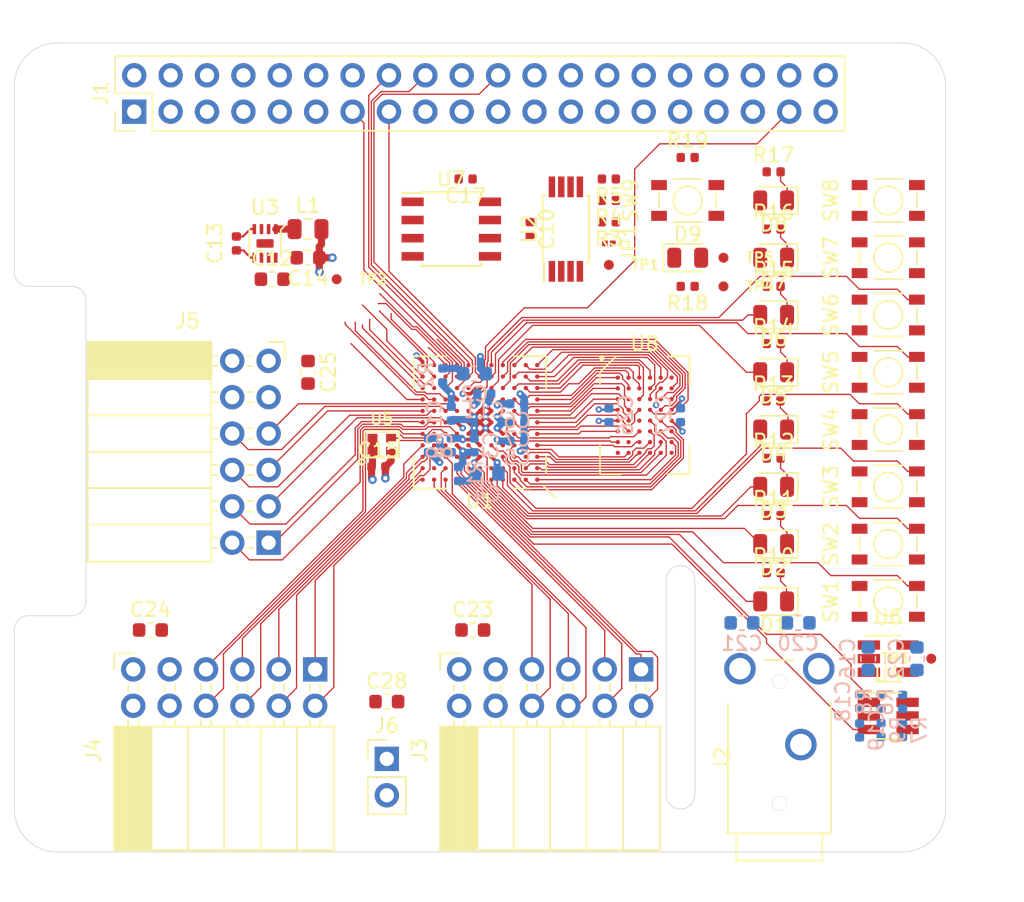
<source format=kicad_pcb>
(kicad_pcb (version 20171130) (host pcbnew 5.1.2+dfsg1-1)
  (layers (0 F.Cu signal) (1 In1.Cu power hide) (2 In2.Cu power) (31 B.Cu signal) (34 B.Paste user) (35 F.Paste user) (36 B.SilkS user hide) (37 F.SilkS user hide) (38 B.Mask user) (39 F.Mask user) (44 Edge.Cuts user))
  (net 0 "")
  (net 1 GND)
  (net 2 +1V2)
  (net 3 "Net-(C2-Pad2)")
  (net 4 "Net-(C2-Pad1)")
  (net 5 "Net-(C4-Pad2)")
  (net 6 "Net-(C4-Pad1)")
  (net 7 +3V3)
  (net 8 +5V)
  (net 9 "Net-(C13-Pad2)")
  (net 10 "Net-(C18-Pad1)")
  (net 11 "Net-(C19-Pad1)")
  (net 12 "Net-(C20-Pad1)")
  (net 13 "Net-(C21-Pad1)")
  (net 14 +3.3VDAC)
  (net 15 "Net-(D1-Pad1)")
  (net 16 /LED0)
  (net 17 /LED1)
  (net 18 "Net-(D2-Pad1)")
  (net 19 "Net-(D3-Pad1)")
  (net 20 /LED2)
  (net 21 /LED3)
  (net 22 "Net-(D4-Pad1)")
  (net 23 /LED4)
  (net 24 "Net-(D5-Pad1)")
  (net 25 "Net-(D6-Pad1)")
  (net 26 /LED5)
  (net 27 /LED6)
  (net 28 "Net-(D7-Pad1)")
  (net 29 "Net-(D8-Pad1)")
  (net 30 /LED7)
  (net 31 /GP13_FPGA_CDONE)
  (net 32 "Net-(J1-Pad3)")
  (net 33 "Net-(J1-Pad5)")
  (net 34 "Net-(J1-Pad7)")
  (net 35 /GP14_UART_TXD)
  (net 36 /GP15_UART_RXD)
  (net 37 "Net-(J1-Pad11)")
  (net 38 "Net-(J1-Pad12)")
  (net 39 /GP27_SDIO_DAT3)
  (net 40 /GP22_SDIO_CLK)
  (net 41 /GP23_SDIO_CMD)
  (net 42 /GP24_SDIO_DAT0)
  (net 43 /GP10_SPI_MOSI)
  (net 44 /GP9_SPI_MISO)
  (net 45 /GP25_SDIO_DAT1)
  (net 46 /GP11_SPI_SCK)
  (net 47 /GP8_SPI_~CS)
  (net 48 "Net-(J1-Pad26)")
  (net 49 /ID_SD)
  (net 50 /ID_SC)
  (net 51 "Net-(J1-Pad29)")
  (net 52 "Net-(J1-Pad31)")
  (net 53 /GP12_FPGA_~RST)
  (net 54 "Net-(J1-Pad35)")
  (net 55 "Net-(J1-Pad36)")
  (net 56 /GP26_SDIO_DAT2)
  (net 57 "Net-(J1-Pad38)")
  (net 58 "Net-(J1-Pad40)")
  (net 59 /IO0_0)
  (net 60 /IO0_1)
  (net 61 /IO0_2)
  (net 62 /IO0_3)
  (net 63 /IO0_4)
  (net 64 /IO0_5)
  (net 65 /IO0_6)
  (net 66 /IO0_7)
  (net 67 /IO1_7)
  (net 68 /IO1_6)
  (net 69 /IO1_5)
  (net 70 /IO1_4)
  (net 71 /IO1_3)
  (net 72 /IO1_2)
  (net 73 /IO1_1)
  (net 74 /IO1_0)
  (net 75 /IO2_0)
  (net 76 /IO2_1)
  (net 77 /IO2_2)
  (net 78 /IO2_3)
  (net 79 /IO2_4)
  (net 80 /IO2_5)
  (net 81 /IO2_6)
  (net 82 /IO2_7)
  (net 83 "Net-(JP1-Pad1)")
  (net 84 "Net-(L1-Pad1)")
  (net 85 "Net-(R6-Pad2)")
  (net 86 "Net-(R7-Pad2)")
  (net 87 /SW0)
  (net 88 /SW1)
  (net 89 /SW2)
  (net 90 /SW3)
  (net 91 /SW4)
  (net 92 /SW5)
  (net 93 /SW6)
  (net 94 /SW7)
  (net 95 /SRAM_DQ0)
  (net 96 /SRAM_DQ5)
  (net 97 /SRAM_DQ7)
  (net 98 /SRAM_DQ6)
  (net 99 /SRAM_DQ12)
  (net 100 /SRAM_A9)
  (net 101 /SRAM_A2)
  (net 102 /SRAM_A4)
  (net 103 /SRAM_A5)
  (net 104 /SRAM_A10)
  (net 105 /SRAM_DQ1)
  (net 106 /SRAM_DQ4)
  (net 107 /SRAM_DQ8)
  (net 108 /SRAM_DQ10)
  (net 109 /SRAM_DQ13)
  (net 110 /SRAM_DQ15)
  (net 111 /SRAM_A3)
  (net 112 /SRAM_A7)
  (net 113 /SRAM_A6)
  (net 114 /SRAM_A12)
  (net 115 /SRAM_DQ3)
  (net 116 /SRAM_DQ9)
  (net 117 /SRAM_DQ11)
  (net 118 /SRAM_A8)
  (net 119 /SRAM_A0)
  (net 120 /SRAM_A1)
  (net 121 /SRAM_A11)
  (net 122 /SRAM_A13)
  (net 123 /SRAM_A15)
  (net 124 /SRAM_DQ2)
  (net 125 /SRAM_DQ14)
  (net 126 /SRAM_A14)
  (net 127 /SRAM_A17)
  (net 128 /SRAM_A16)
  (net 129 /SRAM_~WE)
  (net 130 /SRAM_~OE)
  (net 131 /SRAM_~LB)
  (net 132 /SRAM_~UB)
  (net 133 /AUDIO_R_PWM)
  (net 134 "Net-(U1-PadB10)")
  (net 135 /CLK_OSC)
  (net 136 /AUDIO_L_PWM)
  (module fpga_hat:BGA-121_11x11_9.0x9.0mm (layer F.Cu) (at 132.5 106.5 180)
    (fp_text reference U1 (at 0 -5.5) (layer F.SilkS))
    (fp_text value iCE40-HX8k-BG121)
    (pad A1 smd circle (at -4 -4 180) (size 0.3 0.3) (layers F.Cu F.Paste F.Mask) (net 97 /SRAM_DQ7))
    (pad B1 smd circle (at -4 -3.2 180) (size 0.3 0.3) (layers F.Cu F.Paste F.Mask) (net 129 /SRAM_~WE))
    (pad C1 smd circle (at -4 -2.4 180) (size 0.3 0.3) (layers F.Cu F.Paste F.Mask) (net 100 /SRAM_A9))
    (pad D1 smd circle (at -4 -1.6 180) (size 0.3 0.3) (layers F.Cu F.Paste F.Mask) (net 114 /SRAM_A12))
    (pad E1 smd circle (at -4 -0.8 180) (size 0.3 0.3) (layers F.Cu F.Paste F.Mask) (net 125 /SRAM_DQ14))
    (pad F1 smd circle (at -4 0 180) (size 0.3 0.3) (layers F.Cu F.Paste F.Mask) (net 99 /SRAM_DQ12))
    (pad G1 smd circle (at -4 0.8 180) (size 0.3 0.3) (layers F.Cu F.Paste F.Mask) (net 107 /SRAM_DQ8))
    (pad H1 smd circle (at -4 1.6 180) (size 0.3 0.3) (layers F.Cu F.Paste F.Mask) (net 132 /SRAM_~UB))
    (pad J1 smd circle (at -4 2.4 180) (size 0.3 0.3) (layers F.Cu F.Paste F.Mask) (net 119 /SRAM_A0))
    (pad K1 smd circle (at -4 3.2 180) (size 0.3 0.3) (layers F.Cu F.Paste F.Mask) (net 102 /SRAM_A4))
    (pad L1 smd circle (at -4 4 180) (size 0.3 0.3) (layers F.Cu F.Paste F.Mask) (net 95 /SRAM_DQ0))
    (pad A2 smd circle (at -3.2 -4 180) (size 0.3 0.3) (layers F.Cu F.Paste F.Mask) (net 96 /SRAM_DQ5))
    (pad B2 smd circle (at -3.2 -3.2 180) (size 0.3 0.3) (layers F.Cu F.Paste F.Mask) (net 104 /SRAM_A10))
    (pad C2 smd circle (at -3.2 -2.4 180) (size 0.3 0.3) (layers F.Cu F.Paste F.Mask) (net 122 /SRAM_A13))
    (pad D2 smd circle (at -3.2 -1.6 180) (size 0.3 0.3) (layers F.Cu F.Paste F.Mask) (net 118 /SRAM_A8))
    (pad E2 smd circle (at -3.2 -0.8 180) (size 0.3 0.3) (layers F.Cu F.Paste F.Mask) (net 109 /SRAM_DQ13))
    (pad F2 smd circle (at -3.2 0 180) (size 0.3 0.3) (layers F.Cu F.Paste F.Mask) (net 116 /SRAM_DQ9))
    (pad G2 smd circle (at -3.2 0.8 180) (size 0.3 0.3) (layers F.Cu F.Paste F.Mask) (net 108 /SRAM_DQ10))
    (pad H2 smd circle (at -3.2 1.6 180) (size 0.3 0.3) (layers F.Cu F.Paste F.Mask) (net 130 /SRAM_~OE))
    (pad J2 smd circle (at -3.2 2.4 180) (size 0.3 0.3) (layers F.Cu F.Paste F.Mask) (net 111 /SRAM_A3))
    (pad K2 smd circle (at -3.2 3.2 180) (size 0.3 0.3) (layers F.Cu F.Paste F.Mask) (net 120 /SRAM_A1))
    (pad L2 smd circle (at -3.2 4 180) (size 0.3 0.3) (layers F.Cu F.Paste F.Mask) (net 113 /SRAM_A6))
    (pad A3 smd circle (at -2.4 -4 180) (size 0.3 0.3) (layers F.Cu F.Paste F.Mask) (net 106 /SRAM_DQ4))
    (pad B3 smd circle (at -2.4 -3.2 180) (size 0.3 0.3) (layers F.Cu F.Paste F.Mask) (net 98 /SRAM_DQ6))
    (pad C3 smd circle (at -2.4 -2.4 180) (size 0.3 0.3) (layers F.Cu F.Paste F.Mask) (net 123 /SRAM_A15))
    (pad D3 smd circle (at -2.4 -1.6 180) (size 0.3 0.3) (layers F.Cu F.Paste F.Mask) (net 121 /SRAM_A11))
    (pad E3 smd circle (at -2.4 -0.8 180) (size 0.3 0.3) (layers F.Cu F.Paste F.Mask) (net 126 /SRAM_A14))
    (pad F3 smd circle (at -2.4 0 180) (size 0.3 0.3) (layers F.Cu F.Paste F.Mask) (net 127 /SRAM_A17))
    (pad G3 smd circle (at -2.4 0.8 180) (size 0.3 0.3) (layers F.Cu F.Paste F.Mask) (net 117 /SRAM_DQ11))
    (pad H3 smd circle (at -2.4 1.6 180) (size 0.3 0.3) (layers F.Cu F.Paste F.Mask) (net 131 /SRAM_~LB))
    (pad J3 smd circle (at -2.4 2.4 180) (size 0.3 0.3) (layers F.Cu F.Paste F.Mask) (net 103 /SRAM_A5))
    (pad K3 smd circle (at -2.4 3.2 180) (size 0.3 0.3) (layers F.Cu F.Paste F.Mask) (net 101 /SRAM_A2))
    (pad L3 smd circle (at -2.4 4 180) (size 0.3 0.3) (layers F.Cu F.Paste F.Mask) (net 105 /SRAM_DQ1))
    (pad A4 smd circle (at -1.6 -4 180) (size 0.3 0.3) (layers F.Cu F.Paste F.Mask) (net 89 /SW2))
    (pad B4 smd circle (at -1.6 -3.2 180) (size 0.3 0.3) (layers F.Cu F.Paste F.Mask) (net 21 /LED3))
    (pad C4 smd circle (at -1.6 -2.4 180) (size 0.3 0.3) (layers F.Cu F.Paste F.Mask) (net 90 /SW3))
    (pad D4 smd circle (at -1.6 -1.6 180) (size 0.3 0.3) (layers F.Cu F.Paste F.Mask) (net 2 +1V2))
    (pad E4 smd circle (at -1.6 -0.8 180) (size 0.3 0.3) (layers F.Cu F.Paste F.Mask) (net 7 +3V3))
    (pad F4 smd circle (at -1.6 0 180) (size 0.3 0.3) (layers F.Cu F.Paste F.Mask) (net 110 /SRAM_DQ15))
    (pad G4 smd circle (at -1.6 0.8 180) (size 0.3 0.3) (layers F.Cu F.Paste F.Mask) (net 7 +3V3))
    (pad H4 smd circle (at -1.6 1.6 180) (size 0.3 0.3) (layers F.Cu F.Paste F.Mask) (net 2 +1V2))
    (pad J4 smd circle (at -1.6 2.4 180) (size 0.3 0.3) (layers F.Cu F.Paste F.Mask) (net 124 /SRAM_DQ2))
    (pad K4 smd circle (at -1.6 3.2 180) (size 0.3 0.3) (layers F.Cu F.Paste F.Mask) (net 115 /SRAM_DQ3))
    (pad L4 smd circle (at -1.6 4 180) (size 0.3 0.3) (layers F.Cu F.Paste F.Mask) (net 112 /SRAM_A7))
    (pad A5 smd circle (at -0.8 -4 180) (size 0.3 0.3) (layers F.Cu F.Paste F.Mask) (net 88 /SW1))
    (pad B5 smd circle (at -0.8 -3.2 180) (size 0.3 0.3) (layers F.Cu F.Paste F.Mask) (net 20 /LED2))
    (pad C5 smd circle (at -0.8 -2.4 180) (size 0.3 0.3) (layers F.Cu F.Paste F.Mask) (net 5 "Net-(C4-Pad2)"))
    (pad D5 smd circle (at -0.8 -1.6 180) (size 0.3 0.3) (layers F.Cu F.Paste F.Mask) (net 128 /SRAM_A16))
    (pad E5 smd circle (at -0.8 -0.8 180) (size 0.3 0.3) (layers F.Cu F.Paste F.Mask) (net 1 GND))
    (pad F5 smd circle (at -0.8 0 180) (size 0.3 0.3) (layers F.Cu F.Paste F.Mask) (net 1 GND))
    (pad G5 smd circle (at -0.8 0.8 180) (size 0.3 0.3) (layers F.Cu F.Paste F.Mask) (net 1 GND))
    (pad H5 smd circle (at -0.8 1.6 180) (size 0.3 0.3) (layers F.Cu F.Paste F.Mask) (net 1 GND))
    (pad J5 smd circle (at -0.8 2.4 180) (size 0.3 0.3) (layers F.Cu F.Paste F.Mask) (net 23 /LED4))
    (pad K5 smd circle (at -0.8 3.2 180) (size 0.3 0.3) (layers F.Cu F.Paste F.Mask) (net 91 /SW4))
    (pad L5 smd circle (at -0.8 4 180) (size 0.3 0.3) (layers F.Cu F.Paste F.Mask) (net 26 /LED5))
    (pad A6 smd circle (at 0 -4 180) (size 0.3 0.3) (layers F.Cu F.Paste F.Mask) (net 16 /LED0))
    (pad B6 smd circle (at 0 -3.2 180) (size 0.3 0.3) (layers F.Cu F.Paste F.Mask) (net 87 /SW0))
    (pad C6 smd circle (at 0 -2.4 180) (size 0.3 0.3) (layers F.Cu F.Paste F.Mask) (net 6 "Net-(C4-Pad1)"))
    (pad D6 smd circle (at 0 -1.6 180) (size 0.3 0.3) (layers F.Cu F.Paste F.Mask) (net 7 +3V3))
    (pad E6 smd circle (at 0 -0.8 180) (size 0.3 0.3) (layers F.Cu F.Paste F.Mask) (net 1 GND))
    (pad F6 smd circle (at 0 0 180) (size 0.3 0.3) (layers F.Cu F.Paste F.Mask) (net 1 GND))
    (pad G6 smd circle (at 0 0.8 180) (size 0.3 0.3) (layers F.Cu F.Paste F.Mask) (net 1 GND))
    (pad H6 smd circle (at 0 1.6 180) (size 0.3 0.3) (layers F.Cu F.Paste F.Mask) (net 7 +3V3))
    (pad J6 smd circle (at 0 2.4 180) (size 0.3 0.3) (layers F.Cu F.Paste F.Mask) (net 4 "Net-(C2-Pad1)"))
    (pad K6 smd circle (at 0 3.2 180) (size 0.3 0.3) (layers F.Cu F.Paste F.Mask) (net 40 /GP22_SDIO_CLK))
    (pad L6 smd circle (at 0 4 180) (size 0.3 0.3) (layers F.Cu F.Paste F.Mask) (net 3 "Net-(C2-Pad2)"))
    (pad A7 smd circle (at 0.8 -4 180) (size 0.3 0.3) (layers F.Cu F.Paste F.Mask) (net 63 /IO0_4))
    (pad B7 smd circle (at 0.8 -3.2 180) (size 0.3 0.3) (layers F.Cu F.Paste F.Mask) (net 136 /AUDIO_L_PWM))
    (pad C7 smd circle (at 0.8 -2.4 180) (size 0.3 0.3) (layers F.Cu F.Paste F.Mask) (net 133 /AUDIO_R_PWM))
    (pad D7 smd circle (at 0.8 -1.6 180) (size 0.3 0.3) (layers F.Cu F.Paste F.Mask) (net 17 /LED1))
    (pad E7 smd circle (at 0.8 -0.8 180) (size 0.3 0.3) (layers F.Cu F.Paste F.Mask) (net 1 GND))
    (pad F7 smd circle (at 0.8 0 180) (size 0.3 0.3) (layers F.Cu F.Paste F.Mask) (net 1 GND))
    (pad G7 smd circle (at 0.8 0.8 180) (size 0.3 0.3) (layers F.Cu F.Paste F.Mask) (net 1 GND))
    (pad H7 smd circle (at 0.8 1.6 180) (size 0.3 0.3) (layers F.Cu F.Paste F.Mask) (net 92 /SW5))
    (pad J7 smd circle (at 0.8 2.4 180) (size 0.3 0.3) (layers F.Cu F.Paste F.Mask) (net 56 /GP26_SDIO_DAT2))
    (pad K7 smd circle (at 0.8 3.2 180) (size 0.3 0.3) (layers F.Cu F.Paste F.Mask) (net 45 /GP25_SDIO_DAT1))
    (pad L7 smd circle (at 0.8 4 180) (size 0.3 0.3) (layers F.Cu F.Paste F.Mask) (net 42 /GP24_SDIO_DAT0))
    (pad A8 smd circle (at 1.6 -4 180) (size 0.3 0.3) (layers F.Cu F.Paste F.Mask) (net 60 /IO0_1))
    (pad B8 smd circle (at 1.6 -3.2 180) (size 0.3 0.3) (layers F.Cu F.Paste F.Mask) (net 64 /IO0_5))
    (pad C8 smd circle (at 1.6 -2.4 180) (size 0.3 0.3) (layers F.Cu F.Paste F.Mask) (net 59 /IO0_0))
    (pad D8 smd circle (at 1.6 -1.6 180) (size 0.3 0.3) (layers F.Cu F.Paste F.Mask) (net 2 +1V2))
    (pad E8 smd circle (at 1.6 -0.8 180) (size 0.3 0.3) (layers F.Cu F.Paste F.Mask) (net 79 /IO2_4))
    (pad F8 smd circle (at 1.6 0 180) (size 0.3 0.3) (layers F.Cu F.Paste F.Mask) (net 7 +3V3))
    (pad G8 smd circle (at 1.6 0.8 180) (size 0.3 0.3) (layers F.Cu F.Paste F.Mask) (net 78 /IO2_3))
    (pad H8 smd circle (at 1.6 1.6 180) (size 0.3 0.3) (layers F.Cu F.Paste F.Mask) (net 2 +1V2))
    (pad J8 smd circle (at 1.6 2.4 180) (size 0.3 0.3) (layers F.Cu F.Paste F.Mask) (net 41 /GP23_SDIO_CMD))
    (pad K8 smd circle (at 1.6 3.2 180) (size 0.3 0.3) (layers F.Cu F.Paste F.Mask) (net 31 /GP13_FPGA_CDONE))
    (pad L8 smd circle (at 1.6 4 180) (size 0.3 0.3) (layers F.Cu F.Paste F.Mask) (net 39 /GP27_SDIO_DAT3))
    (pad A9 smd circle (at 2.4 -4 180) (size 0.3 0.3) (layers F.Cu F.Paste F.Mask) (net 61 /IO0_2))
    (pad B9 smd circle (at 2.4 -3.2 180) (size 0.3 0.3) (layers F.Cu F.Paste F.Mask) (net 66 /IO0_7))
    (pad C9 smd circle (at 2.4 -2.4 180) (size 0.3 0.3) (layers F.Cu F.Paste F.Mask) (net 65 /IO0_6))
    (pad D9 smd circle (at 2.4 -1.6 180) (size 0.3 0.3) (layers F.Cu F.Paste F.Mask) (net 74 /IO1_0))
    (pad E9 smd circle (at 2.4 -0.8 180) (size 0.3 0.3) (layers F.Cu F.Paste F.Mask) (net 67 /IO1_7))
    (pad F9 smd circle (at 2.4 0 180) (size 0.3 0.3) (layers F.Cu F.Paste F.Mask) (net 76 /IO2_1))
    (pad G9 smd circle (at 2.4 0.8 180) (size 0.3 0.3) (layers F.Cu F.Paste F.Mask) (net 82 /IO2_7))
    (pad H9 smd circle (at 2.4 1.6 180) (size 0.3 0.3) (layers F.Cu F.Paste F.Mask) (net 94 /SW7))
    (pad J9 smd circle (at 2.4 2.4 180) (size 0.3 0.3) (layers F.Cu F.Paste F.Mask) (net 44 /GP9_SPI_MISO))
    (pad K9 smd circle (at 2.4 3.2 180) (size 0.3 0.3) (layers F.Cu F.Paste F.Mask) (net 43 /GP10_SPI_MOSI))
    (pad L9 smd circle (at 2.4 4 180) (size 0.3 0.3) (layers F.Cu F.Paste F.Mask) (net 53 /GP12_FPGA_~RST))
    (pad A10 smd circle (at 3.2 -4 180) (size 0.3 0.3) (layers F.Cu F.Paste F.Mask) (net 62 /IO0_3))
    (pad B10 smd circle (at 3.2 -3.2 180) (size 0.3 0.3) (layers F.Cu F.Paste F.Mask) (net 134 "Net-(U1-PadB10)"))
    (pad C10 smd circle (at 3.2 -2.4 180) (size 0.3 0.3) (layers F.Cu F.Paste F.Mask) (net 7 +3V3))
    (pad D10 smd circle (at 3.2 -1.6 180) (size 0.3 0.3) (layers F.Cu F.Paste F.Mask) (net 73 /IO1_1))
    (pad E10 smd circle (at 3.2 -0.8 180) (size 0.3 0.3) (layers F.Cu F.Paste F.Mask) (net 135 /CLK_OSC))
    (pad F10 smd circle (at 3.2 0 180) (size 0.3 0.3) (layers F.Cu F.Paste F.Mask) (net 75 /IO2_0))
    (pad G10 smd circle (at 3.2 0.8 180) (size 0.3 0.3) (layers F.Cu F.Paste F.Mask) (net 81 /IO2_6))
    (pad H10 smd circle (at 3.2 1.6 180) (size 0.3 0.3) (layers F.Cu F.Paste F.Mask) (net 35 /GP14_UART_TXD))
    (pad J10 smd circle (at 3.2 2.4 180) (size 0.3 0.3) (layers F.Cu F.Paste F.Mask) (net 36 /GP15_UART_RXD))
    (pad K10 smd circle (at 3.2 3.2 180) (size 0.3 0.3) (layers F.Cu F.Paste F.Mask) (net 47 /GP8_SPI_~CS))
    (pad L10 smd circle (at 3.2 4 180) (size 0.3 0.3) (layers F.Cu F.Paste F.Mask) (net 46 /GP11_SPI_SCK))
    (pad A11 smd circle (at 4 -4 180) (size 0.3 0.3) (layers F.Cu F.Paste F.Mask) (net 70 /IO1_4))
    (pad B11 smd circle (at 4 -3.2 180) (size 0.3 0.3) (layers F.Cu F.Paste F.Mask) (net 69 /IO1_5))
    (pad C11 smd circle (at 4 -2.4 180) (size 0.3 0.3) (layers F.Cu F.Paste F.Mask) (net 68 /IO1_6))
    (pad D11 smd circle (at 4 -1.6 180) (size 0.3 0.3) (layers F.Cu F.Paste F.Mask) (net 72 /IO1_2))
    (pad E11 smd circle (at 4 -0.8 180) (size 0.3 0.3) (layers F.Cu F.Paste F.Mask) (net 71 /IO1_3))
    (pad F11 smd circle (at 4 0 180) (size 0.3 0.3) (layers F.Cu F.Paste F.Mask) (net 80 /IO2_5))
    (pad G11 smd circle (at 4 0.8 180) (size 0.3 0.3) (layers F.Cu F.Paste F.Mask) (net 77 /IO2_2))
    (pad H11 smd circle (at 4 1.6 180) (size 0.3 0.3) (layers F.Cu F.Paste F.Mask) (net 30 /LED7))
    (pad J11 smd circle (at 4 2.4 180) (size 0.3 0.3) (layers F.Cu F.Paste F.Mask) (net 27 /LED6))
    (pad K11 smd circle (at 4 3.2 180) (size 0.3 0.3) (layers F.Cu F.Paste F.Mask) (net 93 /SW6))
    (pad L11 smd circle (at 4 4 180) (size 0.3 0.3) (layers F.Cu F.Paste F.Mask) (net 7 +3V3))
  )
  (module Capacitor_SMD:C_0402_1005Metric (layer B.Cu) (at 128.9 108.1 90)
    (fp_text reference C8 (at 0 1.17 90) (layer B.SilkS) (effects (justify mirror)))
    (fp_text value 100n)
    (pad 2 smd roundrect (at 0.485 0 90) (size 0.59 0.64) (layers B.Cu B.Paste B.Mask) (net 1 GND))
    (pad 1 smd roundrect (at -0.485 0 90) (size 0.59 0.64) (layers B.Cu B.Paste B.Mask) (net 7 +3V3))
  )
  (module fpga_hat:MOUNTHOLE_M2.5 (layer F.Cu) (at 161.5 83.5)
    (fp_text reference REF** hide)
    (fp_text value MOUNTHOLE_M2.5 hide)
    (pad "" np_thru_hole circle (at 0 0) (size 2.75 2.75) (drill 2.75) (layers *.Cu *.Mask) (thermal_gap 1.9))
  )
  (module fpga_hat:MOUNTHOLE_M2.5 (layer F.Cu) (at 161.5 133)
    (fp_text reference REF** hide)
    (fp_text value MOUNTHOLE_M2.5 hide)
    (pad "" np_thru_hole circle (at 0 0) (size 2.75 2.75) (drill 2.75) (layers *.Cu *.Mask) (thermal_gap 1.9))
  )
  (module fpga_hat:MOUNTHOLE_M2.5 (layer F.Cu) (at 103.5 133)
    (fp_text reference REF** hide)
    (fp_text value MOUNTHOLE_M2.5 hide)
    (pad "" np_thru_hole circle (at 0 0) (size 2.75 2.75) (drill 2.75) (layers *.Cu *.Mask) (thermal_gap 1.9))
  )
  (module fpga_hat:MOUNTHOLE_M2.5 (layer F.Cu) (at 103.5 83.5)
    (fp_text reference REF** hide)
    (fp_text value MOUNTHOLE_M2.5 hide)
    (pad "" np_thru_hole circle (at 0 0) (size 2.75 2.75) (drill 2.75) (layers *.Cu *.Mask) (thermal_gap 1.9))
  )
  (module Capacitor_SMD:C_0402_1005Metric (layer B.Cu) (at 130.5 105.885 270)
    (fp_text reference C1 (at 0 1.17 90) (layer B.SilkS) (effects (justify mirror)))
    (fp_text value 100n)
    (pad 2 smd roundrect (at 0.485 0 270) (size 0.59 0.64) (layers B.Cu B.Paste B.Mask) (net 1 GND))
    (pad 1 smd roundrect (at -0.485 0 270) (size 0.59 0.64) (layers B.Cu B.Paste B.Mask) (net 2 +1V2))
  )
  (module Capacitor_SMD:C_0603_1608Metric (layer B.Cu) (at 132.1125 103.1)
    (fp_text reference C2 (at 0 1.43) (layer B.SilkS) (effects (justify mirror)))
    (fp_text value 4u7)
    (pad 2 smd roundrect (at 0.7875 0) (size 0.875 0.95) (layers B.Cu B.Paste B.Mask) (net 3 "Net-(C2-Pad2)"))
    (pad 1 smd roundrect (at -0.7875 0) (size 0.875 0.95) (layers B.Cu B.Paste B.Mask) (net 4 "Net-(C2-Pad1)"))
  )
  (module Capacitor_SMD:C_0402_1005Metric (layer B.Cu) (at 132.1 108.1 90)
    (fp_text reference C3 (at 0 1.17 90) (layer B.SilkS) (effects (justify mirror)))
    (fp_text value 100n)
    (pad 1 smd roundrect (at -0.485 0 90) (size 0.59 0.64) (layers B.Cu B.Paste B.Mask) (net 2 +1V2))
    (pad 2 smd roundrect (at 0.485 0 90) (size 0.59 0.64) (layers B.Cu B.Paste B.Mask) (net 1 GND))
  )
  (module Capacitor_SMD:C_0603_1608Metric (layer B.Cu) (at 133 110.1)
    (fp_text reference C4 (at 0 1.43) (layer B.SilkS) (effects (justify mirror)))
    (fp_text value 4u7)
    (pad 1 smd roundrect (at -0.7875 0) (size 0.875 0.95) (layers B.Cu B.Paste B.Mask) (net 6 "Net-(C4-Pad1)"))
    (pad 2 smd roundrect (at 0.7875 0) (size 0.875 0.95) (layers B.Cu B.Paste B.Mask) (net 5 "Net-(C4-Pad2)"))
  )
  (module Capacitor_SMD:C_0402_1005Metric (layer B.Cu) (at 135.1 107.8)
    (fp_text reference C5 (at 0 1.17 180) (layer B.SilkS) (effects (justify mirror)))
    (fp_text value 100n)
    (pad 1 smd roundrect (at -0.485 0) (size 0.59 0.64) (layers B.Cu B.Paste B.Mask) (net 2 +1V2))
    (pad 2 smd roundrect (at 0.485 0) (size 0.59 0.64) (layers B.Cu B.Paste B.Mask) (net 1 GND))
  )
  (module Capacitor_SMD:C_0402_1005Metric (layer B.Cu) (at 135.1 105.2)
    (fp_text reference C6 (at 0 1.17) (layer B.SilkS) (effects (justify mirror)))
    (fp_text value 100n)
    (pad 2 smd roundrect (at 0.485 0) (size 0.59 0.64) (layers B.Cu B.Paste B.Mask) (net 1 GND))
    (pad 1 smd roundrect (at -0.485 0) (size 0.59 0.64) (layers B.Cu B.Paste B.Mask) (net 2 +1V2))
  )
  (module Capacitor_SMD:C_0402_1005Metric (layer B.Cu) (at 135.115 106.5)
    (fp_text reference C7 (at 0 1.17 180) (layer B.SilkS) (effects (justify mirror)))
    (fp_text value 100n)
    (pad 2 smd roundrect (at 0.485 0) (size 0.59 0.64) (layers B.Cu B.Paste B.Mask) (net 1 GND))
    (pad 1 smd roundrect (at -0.485 0) (size 0.59 0.64) (layers B.Cu B.Paste B.Mask) (net 7 +3V3))
  )
  (module Capacitor_SMD:C_0402_1005Metric (layer B.Cu) (at 130.5 108.1 270)
    (fp_text reference C9 (at 0 1.17 90) (layer B.SilkS) (effects (justify mirror)))
    (fp_text value 100n)
    (pad 2 smd roundrect (at 0.485 0 270) (size 0.59 0.64) (layers B.Cu B.Paste B.Mask) (net 1 GND))
    (pad 1 smd roundrect (at -0.485 0 270) (size 0.59 0.64) (layers B.Cu B.Paste B.Mask) (net 7 +3V3))
  )
  (module Capacitor_SMD:C_0402_1005Metric (layer F.Cu) (at 136 93 270)
    (fp_text reference C10 (at 0 -1.17 90) (layer F.SilkS))
    (fp_text value 100n)
    (pad 2 smd roundrect (at 0.485 0 270) (size 0.59 0.64) (layers F.Cu F.Paste F.Mask) (net 1 GND))
    (pad 1 smd roundrect (at -0.485 0 270) (size 0.59 0.64) (layers F.Cu F.Paste F.Mask) (net 7 +3V3))
  )
  (module Capacitor_SMD:C_0402_1005Metric (layer B.Cu) (at 132.8 104.5)
    (fp_text reference C11 (at 0 1.17) (layer B.SilkS) (effects (justify mirror)))
    (fp_text value 100n)
    (pad 1 smd roundrect (at -0.485 0) (size 0.59 0.64) (layers B.Cu B.Paste B.Mask) (net 7 +3V3))
    (pad 2 smd roundrect (at 0.485 0) (size 0.59 0.64) (layers B.Cu B.Paste B.Mask) (net 1 GND))
  )
  (module Capacitor_SMD:C_0603_1608Metric (layer F.Cu) (at 118 96.5)
    (fp_text reference C12 (at 0 -1.43) (layer F.SilkS))
    (fp_text value 4u7)
    (pad 2 smd roundrect (at 0.7875 0) (size 0.875 0.95) (layers F.Cu F.Paste F.Mask) (net 1 GND))
    (pad 1 smd roundrect (at -0.7875 0) (size 0.875 0.95) (layers F.Cu F.Paste F.Mask) (net 8 +5V))
  )
  (module Capacitor_SMD:C_0402_1005Metric (layer F.Cu) (at 115.5 94 270)
    (fp_text reference C13 (at 0 1.5 90) (layer F.SilkS))
    (fp_text value 560p)
    (pad 1 smd roundrect (at -0.485 0 270) (size 0.59 0.64) (layers F.Cu F.Paste F.Mask) (net 2 +1V2))
    (pad 2 smd roundrect (at 0.485 0 270) (size 0.59 0.64) (layers F.Cu F.Paste F.Mask) (net 9 "Net-(C13-Pad2)"))
  )
  (module Capacitor_SMD:C_0603_1608Metric (layer F.Cu) (at 120.5 95 180)
    (fp_text reference C14 (at 0 -1.43) (layer F.SilkS))
    (fp_text value 4u7)
    (pad 2 smd roundrect (at 0.7875 0 180) (size 0.875 0.95) (layers F.Cu F.Paste F.Mask) (net 1 GND))
    (pad 1 smd roundrect (at -0.7875 0 180) (size 0.875 0.95) (layers F.Cu F.Paste F.Mask) (net 2 +1V2))
  )
  (module Capacitor_SMD:C_0402_1005Metric (layer F.Cu) (at 125.415 109.6)
    (fp_text reference C15 (at 0 -1.17) (layer F.SilkS))
    (fp_text value 100n)
    (pad 2 smd roundrect (at 0.485 0) (size 0.59 0.64) (layers F.Cu F.Paste F.Mask) (net 1 GND))
    (pad 1 smd roundrect (at -0.485 0) (size 0.59 0.64) (layers F.Cu F.Paste F.Mask) (net 7 +3V3))
  )
  (module Capacitor_SMD:C_0603_1608Metric (layer B.Cu) (at 159.6 123 270)
    (fp_text reference C16 (at 0 1.43 90) (layer B.SilkS) (effects (justify mirror)))
    (fp_text value 1u)
    (pad 1 smd roundrect (at -0.7875 0 270) (size 0.875 0.95) (layers B.Cu B.Paste B.Mask) (net 8 +5V))
    (pad 2 smd roundrect (at 0.7875 0 270) (size 0.875 0.95) (layers B.Cu B.Paste B.Mask) (net 1 GND))
  )
  (module Capacitor_SMD:C_0402_1005Metric (layer F.Cu) (at 131.5 89.5 180)
    (fp_text reference C17 (at 0 -1.17) (layer F.SilkS))
    (fp_text value 100n)
    (pad 1 smd roundrect (at -0.485 0 180) (size 0.59 0.64) (layers F.Cu F.Paste F.Mask) (net 7 +3V3))
    (pad 2 smd roundrect (at 0.485 0 180) (size 0.59 0.64) (layers F.Cu F.Paste F.Mask) (net 1 GND))
  )
  (module Capacitor_SMD:C_0402_1005Metric (layer B.Cu) (at 159 125.985 270)
    (fp_text reference C18 (at 0 1.17 90) (layer B.SilkS) (effects (justify mirror)))
    (fp_text value 100n)
    (pad 1 smd roundrect (at -0.485 0 270) (size 0.59 0.64) (layers B.Cu B.Paste B.Mask) (net 10 "Net-(C18-Pad1)"))
    (pad 2 smd roundrect (at 0.485 0 270) (size 0.59 0.64) (layers B.Cu B.Paste B.Mask) (net 1 GND))
  )
  (module Capacitor_SMD:C_0402_1005Metric (layer B.Cu) (at 159 128.015 90)
    (fp_text reference C19 (at 0 1.17 90) (layer B.SilkS) (effects (justify mirror)))
    (fp_text value 100n)
    (pad 1 smd roundrect (at -0.485 0 90) (size 0.59 0.64) (layers B.Cu B.Paste B.Mask) (net 11 "Net-(C19-Pad1)"))
    (pad 2 smd roundrect (at 0.485 0 90) (size 0.59 0.64) (layers B.Cu B.Paste B.Mask) (net 1 GND))
  )
  (module Capacitor_SMD:C_0603_1608Metric (layer B.Cu) (at 154.7125 120.5)
    (fp_text reference C20 (at 0 1.43) (layer B.SilkS) (effects (justify mirror)))
    (fp_text value 4u7)
    (pad 1 smd roundrect (at -0.7875 0) (size 0.875 0.95) (layers B.Cu B.Paste B.Mask) (net 12 "Net-(C20-Pad1)"))
    (pad 2 smd roundrect (at 0.7875 0) (size 0.875 0.95) (layers B.Cu B.Paste B.Mask) (net 10 "Net-(C18-Pad1)"))
  )
  (module Capacitor_SMD:C_0603_1608Metric (layer B.Cu) (at 150.7875 120.5)
    (fp_text reference C21 (at 0 1.43) (layer B.SilkS) (effects (justify mirror)))
    (fp_text value 4u7)
    (pad 1 smd roundrect (at -0.7875 0) (size 0.875 0.95) (layers B.Cu B.Paste B.Mask) (net 13 "Net-(C21-Pad1)"))
    (pad 2 smd roundrect (at 0.7875 0) (size 0.875 0.95) (layers B.Cu B.Paste B.Mask) (net 11 "Net-(C19-Pad1)"))
  )
  (module Capacitor_SMD:C_0603_1608Metric (layer B.Cu) (at 163 123 270)
    (fp_text reference C22 (at 0 1.43 90) (layer B.SilkS) (effects (justify mirror)))
    (fp_text value 1u)
    (pad 2 smd roundrect (at 0.7875 0 270) (size 0.875 0.95) (layers B.Cu B.Paste B.Mask) (net 1 GND))
    (pad 1 smd roundrect (at -0.7875 0 270) (size 0.875 0.95) (layers B.Cu B.Paste B.Mask) (net 14 +3.3VDAC))
  )
  (module Capacitor_SMD:C_0603_1608Metric (layer F.Cu) (at 132 121)
    (fp_text reference C23 (at 0 -1.43) (layer F.SilkS))
    (fp_text value 1u)
    (pad 2 smd roundrect (at 0.7875 0) (size 0.875 0.95) (layers F.Cu F.Paste F.Mask) (net 1 GND))
    (pad 1 smd roundrect (at -0.7875 0) (size 0.875 0.95) (layers F.Cu F.Paste F.Mask) (net 7 +3V3))
  )
  (module Capacitor_SMD:C_0603_1608Metric (layer F.Cu) (at 109.5 121)
    (fp_text reference C24 (at 0 -1.43) (layer F.SilkS))
    (fp_text value 1u)
    (pad 1 smd roundrect (at -0.7875 0) (size 0.875 0.95) (layers F.Cu F.Paste F.Mask) (net 7 +3V3))
    (pad 2 smd roundrect (at 0.7875 0) (size 0.875 0.95) (layers F.Cu F.Paste F.Mask) (net 1 GND))
  )
  (module Capacitor_SMD:C_0603_1608Metric (layer F.Cu) (at 120.5 103 270)
    (fp_text reference C25 (at 0 -1.43 90) (layer F.SilkS))
    (fp_text value 1u)
    (pad 2 smd roundrect (at 0.7875 0 270) (size 0.875 0.95) (layers F.Cu F.Paste F.Mask) (net 1 GND))
    (pad 1 smd roundrect (at -0.7875 0 270) (size 0.875 0.95) (layers F.Cu F.Paste F.Mask) (net 7 +3V3))
  )
  (module Capacitor_SMD:C_0402_1005Metric (layer B.Cu) (at 141.5 106 90)
    (fp_text reference C26 (at 0 1.17 270) (layer B.SilkS) (effects (justify mirror)))
    (fp_text value 100n)
    (pad 1 smd roundrect (at -0.485 0 90) (size 0.59 0.64) (layers B.Cu B.Paste B.Mask) (net 7 +3V3))
    (pad 2 smd roundrect (at 0.485 0 90) (size 0.59 0.64) (layers B.Cu B.Paste B.Mask) (net 1 GND))
  )
  (module Capacitor_SMD:C_0402_1005Metric (layer B.Cu) (at 146.5 106 270)
    (fp_text reference C27 (at 0 1.17 270) (layer B.SilkS) (effects (justify mirror)))
    (fp_text value 100n)
    (pad 2 smd roundrect (at 0.485 0 270) (size 0.59 0.64) (layers B.Cu B.Paste B.Mask) (net 1 GND))
    (pad 1 smd roundrect (at -0.485 0 270) (size 0.59 0.64) (layers B.Cu B.Paste B.Mask) (net 7 +3V3))
  )
  (module Capacitor_SMD:C_0603_1608Metric (layer F.Cu) (at 126 126)
    (fp_text reference C28 (at 0 -1.43) (layer F.SilkS))
    (fp_text value 1u)
    (pad 1 smd roundrect (at -0.7875 0) (size 0.875 0.95) (layers F.Cu F.Paste F.Mask) (net 8 +5V))
    (pad 2 smd roundrect (at 0.7875 0) (size 0.875 0.95) (layers F.Cu F.Paste F.Mask) (net 1 GND))
  )
  (module LED_SMD:LED_0805_2012Metric (layer F.Cu) (at 153 119 180)
    (fp_text reference D1 (at 0 -1.65) (layer F.SilkS))
    (fp_text value LED)
    (pad 1 smd roundrect (at -0.9375 0 180) (size 0.975 1.4) (layers F.Cu F.Paste F.Mask) (net 15 "Net-(D1-Pad1)"))
    (pad 2 smd roundrect (at 0.9375 0 180) (size 0.975 1.4) (layers F.Cu F.Paste F.Mask) (net 16 /LED0))
  )
  (module LED_SMD:LED_0805_2012Metric (layer F.Cu) (at 153 115 180)
    (fp_text reference D2 (at 0 -1.65) (layer F.SilkS))
    (fp_text value LED)
    (pad 1 smd roundrect (at -0.9375 0 180) (size 0.975 1.4) (layers F.Cu F.Paste F.Mask) (net 18 "Net-(D2-Pad1)"))
    (pad 2 smd roundrect (at 0.9375 0 180) (size 0.975 1.4) (layers F.Cu F.Paste F.Mask) (net 17 /LED1))
  )
  (module LED_SMD:LED_0805_2012Metric (layer F.Cu) (at 153 111 180)
    (fp_text reference D3 (at 0 -1.65) (layer F.SilkS))
    (fp_text value LED)
    (pad 2 smd roundrect (at 0.9375 0 180) (size 0.975 1.4) (layers F.Cu F.Paste F.Mask) (net 20 /LED2))
    (pad 1 smd roundrect (at -0.9375 0 180) (size 0.975 1.4) (layers F.Cu F.Paste F.Mask) (net 19 "Net-(D3-Pad1)"))
  )
  (module LED_SMD:LED_0805_2012Metric (layer F.Cu) (at 153 107 180)
    (fp_text reference D4 (at 0 -1.65) (layer F.SilkS))
    (fp_text value LED)
    (pad 1 smd roundrect (at -0.9375 0 180) (size 0.975 1.4) (layers F.Cu F.Paste F.Mask) (net 22 "Net-(D4-Pad1)"))
    (pad 2 smd roundrect (at 0.9375 0 180) (size 0.975 1.4) (layers F.Cu F.Paste F.Mask) (net 21 /LED3))
  )
  (module LED_SMD:LED_0805_2012Metric (layer F.Cu) (at 153 103 180)
    (fp_text reference D5 (at 0 -1.65) (layer F.SilkS))
    (fp_text value LED)
    (pad 2 smd roundrect (at 0.9375 0 180) (size 0.975 1.4) (layers F.Cu F.Paste F.Mask) (net 23 /LED4))
    (pad 1 smd roundrect (at -0.9375 0 180) (size 0.975 1.4) (layers F.Cu F.Paste F.Mask) (net 24 "Net-(D5-Pad1)"))
  )
  (module LED_SMD:LED_0805_2012Metric (layer F.Cu) (at 153 99 180)
    (fp_text reference D6 (at 0 -1.65) (layer F.SilkS))
    (fp_text value LED)
    (pad 1 smd roundrect (at -0.9375 0 180) (size 0.975 1.4) (layers F.Cu F.Paste F.Mask) (net 25 "Net-(D6-Pad1)"))
    (pad 2 smd roundrect (at 0.9375 0 180) (size 0.975 1.4) (layers F.Cu F.Paste F.Mask) (net 26 /LED5))
  )
  (module LED_SMD:LED_0805_2012Metric (layer F.Cu) (at 153 95 180)
    (fp_text reference D7 (at 0 -1.65) (layer F.SilkS))
    (fp_text value LED)
    (pad 2 smd roundrect (at 0.9375 0 180) (size 0.975 1.4) (layers F.Cu F.Paste F.Mask) (net 27 /LED6))
    (pad 1 smd roundrect (at -0.9375 0 180) (size 0.975 1.4) (layers F.Cu F.Paste F.Mask) (net 28 "Net-(D7-Pad1)"))
  )
  (module LED_SMD:LED_0805_2012Metric (layer F.Cu) (at 153 91 180)
    (fp_text reference D8 (at 0 -1.65) (layer F.SilkS))
    (fp_text value LED)
    (pad 1 smd roundrect (at -0.9375 0 180) (size 0.975 1.4) (layers F.Cu F.Paste F.Mask) (net 29 "Net-(D8-Pad1)"))
    (pad 2 smd roundrect (at 0.9375 0 180) (size 0.975 1.4) (layers F.Cu F.Paste F.Mask) (net 30 /LED7))
  )
  (module LED_SMD:LED_0805_2012Metric (layer F.Cu) (at 147 95)
    (fp_text reference D9 (at 0 -1.65) (layer F.SilkS))
    (fp_text value LED)
    (pad 2 smd roundrect (at 0.9375 0) (size 0.975 1.4) (layers F.Cu F.Paste F.Mask) (net 31 /GP13_FPGA_CDONE))
    (pad 1 smd roundrect (at -0.9375 0) (size 0.975 1.4) (layers F.Cu F.Paste F.Mask) (net 1 GND))
  )
  (module Connector_PinHeader_2.54mm:PinHeader_2x20_P2.54mm_Vertical (layer F.Cu) (at 108.37 84.8 90)
    (fp_text reference J1 (at 1.27 -2.33 90) (layer F.SilkS))
    (fp_text value 2x20)
    (pad 1 thru_hole rect (at 0 0 90) (size 1.7 1.7) (drill 1) (layers *.Cu *.Mask) (net 7 +3V3))
    (pad 2 thru_hole oval (at 2.54 0 90) (size 1.7 1.7) (drill 1) (layers *.Cu *.Mask) (net 8 +5V))
    (pad 3 thru_hole oval (at 0 2.54 90) (size 1.7 1.7) (drill 1) (layers *.Cu *.Mask) (net 32 "Net-(J1-Pad3)"))
    (pad 4 thru_hole oval (at 2.54 2.54 90) (size 1.7 1.7) (drill 1) (layers *.Cu *.Mask) (net 8 +5V))
    (pad 5 thru_hole oval (at 0 5.08 90) (size 1.7 1.7) (drill 1) (layers *.Cu *.Mask) (net 33 "Net-(J1-Pad5)"))
    (pad 6 thru_hole oval (at 2.54 5.08 90) (size 1.7 1.7) (drill 1) (layers *.Cu *.Mask) (net 1 GND))
    (pad 7 thru_hole oval (at 0 7.62 90) (size 1.7 1.7) (drill 1) (layers *.Cu *.Mask) (net 34 "Net-(J1-Pad7)"))
    (pad 8 thru_hole oval (at 2.54 7.62 90) (size 1.7 1.7) (drill 1) (layers *.Cu *.Mask) (net 35 /GP14_UART_TXD))
    (pad 9 thru_hole oval (at 0 10.16 90) (size 1.7 1.7) (drill 1) (layers *.Cu *.Mask) (net 1 GND))
    (pad 10 thru_hole oval (at 2.54 10.16 90) (size 1.7 1.7) (drill 1) (layers *.Cu *.Mask) (net 36 /GP15_UART_RXD))
    (pad 11 thru_hole oval (at 0 12.7 90) (size 1.7 1.7) (drill 1) (layers *.Cu *.Mask) (net 37 "Net-(J1-Pad11)"))
    (pad 12 thru_hole oval (at 2.54 12.7 90) (size 1.7 1.7) (drill 1) (layers *.Cu *.Mask) (net 38 "Net-(J1-Pad12)"))
    (pad 13 thru_hole oval (at 0 15.24 90) (size 1.7 1.7) (drill 1) (layers *.Cu *.Mask) (net 39 /GP27_SDIO_DAT3))
    (pad 14 thru_hole oval (at 2.54 15.24 90) (size 1.7 1.7) (drill 1) (layers *.Cu *.Mask) (net 1 GND))
    (pad 15 thru_hole oval (at 0 17.78 90) (size 1.7 1.7) (drill 1) (layers *.Cu *.Mask) (net 40 /GP22_SDIO_CLK))
    (pad 16 thru_hole oval (at 2.54 17.78 90) (size 1.7 1.7) (drill 1) (layers *.Cu *.Mask) (net 41 /GP23_SDIO_CMD))
    (pad 17 thru_hole oval (at 0 20.32 90) (size 1.7 1.7) (drill 1) (layers *.Cu *.Mask) (net 7 +3V3))
    (pad 18 thru_hole oval (at 2.54 20.32 90) (size 1.7 1.7) (drill 1) (layers *.Cu *.Mask) (net 42 /GP24_SDIO_DAT0))
    (pad 19 thru_hole oval (at 0 22.86 90) (size 1.7 1.7) (drill 1) (layers *.Cu *.Mask) (net 43 /GP10_SPI_MOSI))
    (pad 20 thru_hole oval (at 2.54 22.86 90) (size 1.7 1.7) (drill 1) (layers *.Cu *.Mask) (net 1 GND))
    (pad 21 thru_hole oval (at 0 25.4 90) (size 1.7 1.7) (drill 1) (layers *.Cu *.Mask) (net 44 /GP9_SPI_MISO))
    (pad 22 thru_hole oval (at 2.54 25.4 90) (size 1.7 1.7) (drill 1) (layers *.Cu *.Mask) (net 45 /GP25_SDIO_DAT1))
    (pad 23 thru_hole oval (at 0 27.94 90) (size 1.7 1.7) (drill 1) (layers *.Cu *.Mask) (net 46 /GP11_SPI_SCK))
    (pad 24 thru_hole oval (at 2.54 27.94 90) (size 1.7 1.7) (drill 1) (layers *.Cu *.Mask) (net 47 /GP8_SPI_~CS))
    (pad 25 thru_hole oval (at 0 30.48 90) (size 1.7 1.7) (drill 1) (layers *.Cu *.Mask) (net 1 GND))
    (pad 26 thru_hole oval (at 2.54 30.48 90) (size 1.7 1.7) (drill 1) (layers *.Cu *.Mask) (net 48 "Net-(J1-Pad26)"))
    (pad 27 thru_hole oval (at 0 33.02 90) (size 1.7 1.7) (drill 1) (layers *.Cu *.Mask) (net 49 /ID_SD))
    (pad 28 thru_hole oval (at 2.54 33.02 90) (size 1.7 1.7) (drill 1) (layers *.Cu *.Mask) (net 50 /ID_SC))
    (pad 29 thru_hole oval (at 0 35.56 90) (size 1.7 1.7) (drill 1) (layers *.Cu *.Mask) (net 51 "Net-(J1-Pad29)"))
    (pad 30 thru_hole oval (at 2.54 35.56 90) (size 1.7 1.7) (drill 1) (layers *.Cu *.Mask) (net 1 GND))
    (pad 31 thru_hole oval (at 0 38.1 90) (size 1.7 1.7) (drill 1) (layers *.Cu *.Mask) (net 52 "Net-(J1-Pad31)"))
    (pad 32 thru_hole oval (at 2.54 38.1 90) (size 1.7 1.7) (drill 1) (layers *.Cu *.Mask) (net 53 /GP12_FPGA_~RST))
    (pad 33 thru_hole oval (at 0 40.64 90) (size 1.7 1.7) (drill 1) (layers *.Cu *.Mask) (net 31 /GP13_FPGA_CDONE))
    (pad 34 thru_hole oval (at 2.54 40.64 90) (size 1.7 1.7) (drill 1) (layers *.Cu *.Mask) (net 1 GND))
    (pad 35 thru_hole oval (at 0 43.18 90) (size 1.7 1.7) (drill 1) (layers *.Cu *.Mask) (net 54 "Net-(J1-Pad35)"))
    (pad 36 thru_hole oval (at 2.54 43.18 90) (size 1.7 1.7) (drill 1) (layers *.Cu *.Mask) (net 55 "Net-(J1-Pad36)"))
    (pad 37 thru_hole oval (at 0 45.72 90) (size 1.7 1.7) (drill 1) (layers *.Cu *.Mask) (net 56 /GP26_SDIO_DAT2))
    (pad 38 thru_hole oval (at 2.54 45.72 90) (size 1.7 1.7) (drill 1) (layers *.Cu *.Mask) (net 57 "Net-(J1-Pad38)"))
    (pad 39 thru_hole oval (at 0 48.26 90) (size 1.7 1.7) (drill 1) (layers *.Cu *.Mask) (net 1 GND))
    (pad 40 thru_hole oval (at 2.54 48.26 90) (size 1.7 1.7) (drill 1) (layers *.Cu *.Mask) (net 58 "Net-(J1-Pad40)"))
  )
  (module fpga_hat:STX-3000_TRS_3.5mm (layer F.Cu) (at 153.4 129 90)
    (fp_text reference J2 (at -1 -4 90) (layer F.SilkS))
    (fp_text value AudioJack3)
    (pad ~ thru_hole circle (at -4.1 0 90) (size 1 1) (drill 1) (layers *.Cu *.Mask))
    (pad ~ thru_hole circle (at 4.4 0 90) (size 1 1) (drill 1) (layers *.Cu *.Mask))
    (pad S thru_hole circle (at 0 1.5 90) (size 2.2 2.2) (drill 1.5) (layers *.Cu *.Mask) (net 1 GND))
    (pad R thru_hole circle (at 5.3 -2.75 90) (size 2.2 2.2) (drill 1.5) (layers *.Cu *.Mask) (net 13 "Net-(C21-Pad1)"))
    (pad T thru_hole circle (at 5.3 2.75 90) (size 2.2 2.2) (drill 1.5) (layers *.Cu *.Mask) (net 12 "Net-(C20-Pad1)"))
  )
  (module fpga_hat:PinSocket_2x06_P2.54mm_Horizontal (layer F.Cu) (at 143.75 123.75 90)
    (fp_text reference J3 (at -5.65 -15.47 90) (layer F.SilkS))
    (fp_text value Conn_02x06_Top_Bottom)
    (pad 6 thru_hole circle (at 0 -12.7 90) (size 1.7 1.7) (drill 1) (layers *.Cu *.Mask) (net 7 +3V3))
    (pad 12 thru_hole oval (at -2.54 -12.7 90) (size 1.7 1.7) (drill 1) (layers *.Cu *.Mask) (net 7 +3V3))
    (pad 5 thru_hole oval (at 0 -10.16 90) (size 1.7 1.7) (drill 1) (layers *.Cu *.Mask) (net 1 GND))
    (pad 11 thru_hole oval (at -2.54 -10.16 90) (size 1.7 1.7) (drill 1) (layers *.Cu *.Mask) (net 1 GND))
    (pad 4 thru_hole oval (at 0 -7.62 90) (size 1.7 1.7) (drill 1) (layers *.Cu *.Mask) (net 62 /IO0_3))
    (pad 10 thru_hole oval (at -2.54 -7.62 90) (size 1.7 1.7) (drill 1) (layers *.Cu *.Mask) (net 66 /IO0_7))
    (pad 3 thru_hole oval (at 0 -5.08 90) (size 1.7 1.7) (drill 1) (layers *.Cu *.Mask) (net 61 /IO0_2))
    (pad 9 thru_hole oval (at -2.54 -5.08 90) (size 1.7 1.7) (drill 1) (layers *.Cu *.Mask) (net 65 /IO0_6))
    (pad 2 thru_hole oval (at 0 -2.54 90) (size 1.7 1.7) (drill 1) (layers *.Cu *.Mask) (net 60 /IO0_1))
    (pad 8 thru_hole oval (at -2.54 -2.54 90) (size 1.7 1.7) (drill 1) (layers *.Cu *.Mask) (net 64 /IO0_5))
    (pad 1 thru_hole rect (at 0 0 90) (size 1.7 1.7) (drill 1) (layers *.Cu *.Mask) (net 59 /IO0_0))
    (pad 7 thru_hole oval (at -2.54 0 90) (size 1.7 1.7) (drill 1) (layers *.Cu *.Mask) (net 63 /IO0_4))
  )
  (module fpga_hat:PinSocket_2x06_P2.54mm_Horizontal (layer F.Cu) (at 121 123.75 90)
    (fp_text reference J4 (at -5.65 -15.47 90) (layer F.SilkS))
    (fp_text value Conn_02x06_Top_Bottom)
    (pad 7 thru_hole oval (at -2.54 0 90) (size 1.7 1.7) (drill 1) (layers *.Cu *.Mask) (net 70 /IO1_4))
    (pad 1 thru_hole rect (at 0 0 90) (size 1.7 1.7) (drill 1) (layers *.Cu *.Mask) (net 74 /IO1_0))
    (pad 8 thru_hole oval (at -2.54 -2.54 90) (size 1.7 1.7) (drill 1) (layers *.Cu *.Mask) (net 69 /IO1_5))
    (pad 2 thru_hole oval (at 0 -2.54 90) (size 1.7 1.7) (drill 1) (layers *.Cu *.Mask) (net 73 /IO1_1))
    (pad 9 thru_hole oval (at -2.54 -5.08 90) (size 1.7 1.7) (drill 1) (layers *.Cu *.Mask) (net 68 /IO1_6))
    (pad 3 thru_hole oval (at 0 -5.08 90) (size 1.7 1.7) (drill 1) (layers *.Cu *.Mask) (net 72 /IO1_2))
    (pad 10 thru_hole oval (at -2.54 -7.62 90) (size 1.7 1.7) (drill 1) (layers *.Cu *.Mask) (net 67 /IO1_7))
    (pad 4 thru_hole oval (at 0 -7.62 90) (size 1.7 1.7) (drill 1) (layers *.Cu *.Mask) (net 71 /IO1_3))
    (pad 11 thru_hole oval (at -2.54 -10.16 90) (size 1.7 1.7) (drill 1) (layers *.Cu *.Mask) (net 1 GND))
    (pad 5 thru_hole oval (at 0 -10.16 90) (size 1.7 1.7) (drill 1) (layers *.Cu *.Mask) (net 1 GND))
    (pad 12 thru_hole oval (at -2.54 -12.7 90) (size 1.7 1.7) (drill 1) (layers *.Cu *.Mask) (net 7 +3V3))
    (pad 6 thru_hole circle (at 0 -12.7 90) (size 1.7 1.7) (drill 1) (layers *.Cu *.Mask) (net 7 +3V3))
  )
  (module fpga_hat:PinSocket_2x06_P2.54mm_Horizontal (layer F.Cu) (at 117.75 114.9)
    (fp_text reference J5 (at -5.65 -15.47) (layer F.SilkS))
    (fp_text value Conn_02x06_Top_Bottom)
    (pad 6 thru_hole circle (at 0 -12.7) (size 1.7 1.7) (drill 1) (layers *.Cu *.Mask) (net 7 +3V3))
    (pad 12 thru_hole oval (at -2.54 -12.7) (size 1.7 1.7) (drill 1) (layers *.Cu *.Mask) (net 7 +3V3))
    (pad 5 thru_hole oval (at 0 -10.16) (size 1.7 1.7) (drill 1) (layers *.Cu *.Mask) (net 1 GND))
    (pad 11 thru_hole oval (at -2.54 -10.16) (size 1.7 1.7) (drill 1) (layers *.Cu *.Mask) (net 1 GND))
    (pad 4 thru_hole oval (at 0 -7.62) (size 1.7 1.7) (drill 1) (layers *.Cu *.Mask) (net 78 /IO2_3))
    (pad 10 thru_hole oval (at -2.54 -7.62) (size 1.7 1.7) (drill 1) (layers *.Cu *.Mask) (net 82 /IO2_7))
    (pad 3 thru_hole oval (at 0 -5.08) (size 1.7 1.7) (drill 1) (layers *.Cu *.Mask) (net 77 /IO2_2))
    (pad 9 thru_hole oval (at -2.54 -5.08) (size 1.7 1.7) (drill 1) (layers *.Cu *.Mask) (net 81 /IO2_6))
    (pad 2 thru_hole oval (at 0 -2.54) (size 1.7 1.7) (drill 1) (layers *.Cu *.Mask) (net 76 /IO2_1))
    (pad 8 thru_hole oval (at -2.54 -2.54) (size 1.7 1.7) (drill 1) (layers *.Cu *.Mask) (net 80 /IO2_5))
    (pad 1 thru_hole rect (at 0 0) (size 1.7 1.7) (drill 1) (layers *.Cu *.Mask) (net 75 /IO2_0))
    (pad 7 thru_hole oval (at -2.54 0) (size 1.7 1.7) (drill 1) (layers *.Cu *.Mask) (net 79 /IO2_4))
  )
  (module Connector_PinHeader_2.54mm:PinHeader_1x02_P2.54mm_Vertical (layer F.Cu) (at 126 130)
    (fp_text reference J6 (at 0 -2.33) (layer F.SilkS))
    (fp_text value Conn_01x02)
    (pad 1 thru_hole rect (at 0 0) (size 1.7 1.7) (drill 1) (layers *.Cu *.Mask) (net 8 +5V))
    (pad 2 thru_hole oval (at 0 2.54) (size 1.7 1.7) (drill 1) (layers *.Cu *.Mask) (net 1 GND))
  )
  (module fpga_hat:SOLDER_JUMP (layer F.Cu) (at 141.5 94 90)
    (fp_text reference JP1 (at 0 1.4 90) (layer F.SilkS))
    (fp_text value "Solder jumper")
    (pad 1 smd rect (at 0 -0.275 90) (size 0.4 0.4) (layers F.Cu F.Paste F.Mask) (net 83 "Net-(JP1-Pad1)"))
    (pad 2 smd rect (at 0 0.275 90) (size 0.4 0.4) (layers F.Cu F.Paste F.Mask) (net 1 GND))
  )
  (module Inductor_SMD:L_0805_2012Metric (layer F.Cu) (at 120.5 93)
    (fp_text reference L1 (at 0 -1.65) (layer F.SilkS))
    (fp_text value 1u)
    (pad 1 smd roundrect (at -0.9375 0) (size 0.975 1.4) (layers F.Cu F.Paste F.Mask) (net 84 "Net-(L1-Pad1)"))
    (pad 2 smd roundrect (at 0.9375 0) (size 0.975 1.4) (layers F.Cu F.Paste F.Mask) (net 2 +1V2))
  )
  (module Resistor_SMD:R_0402_1005Metric (layer B.Cu) (at 131 110.1 90)
    (fp_text reference R1 (at 0 1.17 90) (layer B.SilkS) (effects (justify mirror)))
    (fp_text value 100)
    (pad 1 smd roundrect (at -0.485 0 90) (size 0.59 0.64) (layers B.Cu B.Paste B.Mask) (net 6 "Net-(C4-Pad1)"))
    (pad 2 smd roundrect (at 0.485 0 90) (size 0.59 0.64) (layers B.Cu B.Paste B.Mask) (net 2 +1V2))
  )
  (module Resistor_SMD:R_0402_1005Metric (layer B.Cu) (at 129.9 103.215 270)
    (fp_text reference R2 (at 0 1.17 90) (layer B.SilkS) (effects (justify mirror)))
    (fp_text value 100)
    (pad 2 smd roundrect (at 0.485 0 270) (size 0.59 0.64) (layers B.Cu B.Paste B.Mask) (net 2 +1V2))
    (pad 1 smd roundrect (at -0.485 0 270) (size 0.59 0.64) (layers B.Cu B.Paste B.Mask) (net 4 "Net-(C2-Pad1)"))
  )
  (module Resistor_SMD:R_0402_1005Metric (layer F.Cu) (at 141.5 92.5 180)
    (fp_text reference R3 (at 0 -1.17) (layer F.SilkS))
    (fp_text value 470)
    (pad 1 smd roundrect (at -0.485 0 180) (size 0.59 0.64) (layers F.Cu F.Paste F.Mask) (net 7 +3V3))
    (pad 2 smd roundrect (at 0.485 0 180) (size 0.59 0.64) (layers F.Cu F.Paste F.Mask) (net 83 "Net-(JP1-Pad1)"))
  )
  (module Resistor_SMD:R_0402_1005Metric (layer F.Cu) (at 141.5 91 180)
    (fp_text reference R4 (at 0 -1.17) (layer F.SilkS))
    (fp_text value 4k7)
    (pad 1 smd roundrect (at -0.485 0 180) (size 0.59 0.64) (layers F.Cu F.Paste F.Mask) (net 7 +3V3))
    (pad 2 smd roundrect (at 0.485 0 180) (size 0.59 0.64) (layers F.Cu F.Paste F.Mask) (net 50 /ID_SC))
  )
  (module Resistor_SMD:R_0402_1005Metric (layer F.Cu) (at 141.5 89.5 180)
    (fp_text reference R5 (at 0 -1.17) (layer F.SilkS))
    (fp_text value 4k7)
    (pad 2 smd roundrect (at 0.485 0 180) (size 0.59 0.64) (layers F.Cu F.Paste F.Mask) (net 50 /ID_SC))
    (pad 1 smd roundrect (at -0.485 0 180) (size 0.59 0.64) (layers F.Cu F.Paste F.Mask) (net 7 +3V3))
  )
  (module Resistor_SMD:R_0402_1005Metric (layer B.Cu) (at 162 126.015 270)
    (fp_text reference R6 (at 0 1.17 90) (layer B.SilkS) (effects (justify mirror)))
    (fp_text value 220)
    (pad 2 smd roundrect (at 0.485 0 270) (size 0.59 0.64) (layers B.Cu B.Paste B.Mask) (net 85 "Net-(R6-Pad2)"))
    (pad 1 smd roundrect (at -0.485 0 270) (size 0.59 0.64) (layers B.Cu B.Paste B.Mask) (net 10 "Net-(C18-Pad1)"))
  )
  (module Resistor_SMD:R_0402_1005Metric (layer B.Cu) (at 162 127.985 90)
    (fp_text reference R7 (at 0 1.17 90) (layer B.SilkS) (effects (justify mirror)))
    (fp_text value 220)
    (pad 2 smd roundrect (at 0.485 0 90) (size 0.59 0.64) (layers B.Cu B.Paste B.Mask) (net 86 "Net-(R7-Pad2)"))
    (pad 1 smd roundrect (at -0.485 0 90) (size 0.59 0.64) (layers B.Cu B.Paste B.Mask) (net 11 "Net-(C19-Pad1)"))
  )
  (module Resistor_SMD:R_0402_1005Metric (layer B.Cu) (at 160.5 125.985 270)
    (fp_text reference R8 (at 0 1.17 90) (layer B.SilkS) (effects (justify mirror)))
    (fp_text value 100)
    (pad 1 smd roundrect (at -0.485 0 270) (size 0.59 0.64) (layers B.Cu B.Paste B.Mask) (net 10 "Net-(C18-Pad1)"))
    (pad 2 smd roundrect (at 0.485 0 270) (size 0.59 0.64) (layers B.Cu B.Paste B.Mask) (net 1 GND))
  )
  (module Resistor_SMD:R_0402_1005Metric (layer B.Cu) (at 160.5 127.985 90)
    (fp_text reference R9 (at 0 1.17 90) (layer B.SilkS) (effects (justify mirror)))
    (fp_text value 100)
    (pad 1 smd roundrect (at -0.485 0 90) (size 0.59 0.64) (layers B.Cu B.Paste B.Mask) (net 11 "Net-(C19-Pad1)"))
    (pad 2 smd roundrect (at 0.485 0 90) (size 0.59 0.64) (layers B.Cu B.Paste B.Mask) (net 1 GND))
  )
  (module Resistor_SMD:R_0402_1005Metric (layer F.Cu) (at 153 117)
    (fp_text reference R10 (at 0 -1.17) (layer F.SilkS))
    (fp_text value 470)
    (pad 1 smd roundrect (at -0.485 0) (size 0.59 0.64) (layers F.Cu F.Paste F.Mask) (net 1 GND))
    (pad 2 smd roundrect (at 0.485 0) (size 0.59 0.64) (layers F.Cu F.Paste F.Mask) (net 15 "Net-(D1-Pad1)"))
  )
  (module Resistor_SMD:R_0402_1005Metric (layer F.Cu) (at 153 113)
    (fp_text reference R11 (at 0 -1.17) (layer F.SilkS))
    (fp_text value 470)
    (pad 1 smd roundrect (at -0.485 0) (size 0.59 0.64) (layers F.Cu F.Paste F.Mask) (net 1 GND))
    (pad 2 smd roundrect (at 0.485 0) (size 0.59 0.64) (layers F.Cu F.Paste F.Mask) (net 18 "Net-(D2-Pad1)"))
  )
  (module Resistor_SMD:R_0402_1005Metric (layer F.Cu) (at 153 109)
    (fp_text reference R12 (at 0 -1.17) (layer F.SilkS))
    (fp_text value 470)
    (pad 2 smd roundrect (at 0.485 0) (size 0.59 0.64) (layers F.Cu F.Paste F.Mask) (net 19 "Net-(D3-Pad1)"))
    (pad 1 smd roundrect (at -0.485 0) (size 0.59 0.64) (layers F.Cu F.Paste F.Mask) (net 1 GND))
  )
  (module Resistor_SMD:R_0402_1005Metric (layer F.Cu) (at 152.985 105)
    (fp_text reference R13 (at 0 -1.17) (layer F.SilkS))
    (fp_text value 470)
    (pad 1 smd roundrect (at -0.485 0) (size 0.59 0.64) (layers F.Cu F.Paste F.Mask) (net 1 GND))
    (pad 2 smd roundrect (at 0.485 0) (size 0.59 0.64) (layers F.Cu F.Paste F.Mask) (net 22 "Net-(D4-Pad1)"))
  )
  (module Resistor_SMD:R_0402_1005Metric (layer F.Cu) (at 153 101)
    (fp_text reference R14 (at 0 -1.17) (layer F.SilkS))
    (fp_text value 470)
    (pad 2 smd roundrect (at 0.485 0) (size 0.59 0.64) (layers F.Cu F.Paste F.Mask) (net 24 "Net-(D5-Pad1)"))
    (pad 1 smd roundrect (at -0.485 0) (size 0.59 0.64) (layers F.Cu F.Paste F.Mask) (net 1 GND))
  )
  (module Resistor_SMD:R_0402_1005Metric (layer F.Cu) (at 153 97)
    (fp_text reference R15 (at 0 -1.17) (layer F.SilkS))
    (fp_text value 470)
    (pad 2 smd roundrect (at 0.485 0) (size 0.59 0.64) (layers F.Cu F.Paste F.Mask) (net 25 "Net-(D6-Pad1)"))
    (pad 1 smd roundrect (at -0.485 0) (size 0.59 0.64) (layers F.Cu F.Paste F.Mask) (net 1 GND))
  )
  (module Resistor_SMD:R_0402_1005Metric (layer F.Cu) (at 153 93)
    (fp_text reference R16 (at 0 -1.17) (layer F.SilkS))
    (fp_text value 470)
    (pad 1 smd roundrect (at -0.485 0) (size 0.59 0.64) (layers F.Cu F.Paste F.Mask) (net 1 GND))
    (pad 2 smd roundrect (at 0.485 0) (size 0.59 0.64) (layers F.Cu F.Paste F.Mask) (net 28 "Net-(D7-Pad1)"))
  )
  (module Resistor_SMD:R_0402_1005Metric (layer F.Cu) (at 153 89)
    (fp_text reference R17 (at 0 -1.17) (layer F.SilkS))
    (fp_text value 470)
    (pad 2 smd roundrect (at 0.485 0) (size 0.59 0.64) (layers F.Cu F.Paste F.Mask) (net 29 "Net-(D8-Pad1)"))
    (pad 1 smd roundrect (at -0.485 0) (size 0.59 0.64) (layers F.Cu F.Paste F.Mask) (net 1 GND))
  )
  (module Resistor_SMD:R_0402_1005Metric (layer F.Cu) (at 147 97 180)
    (fp_text reference R18 (at 0 -1.17) (layer F.SilkS))
    (fp_text value 470)
    (pad 1 smd roundrect (at -0.485 0 180) (size 0.59 0.64) (layers F.Cu F.Paste F.Mask) (net 31 /GP13_FPGA_CDONE))
    (pad 2 smd roundrect (at 0.485 0 180) (size 0.59 0.64) (layers F.Cu F.Paste F.Mask) (net 7 +3V3))
  )
  (module Resistor_SMD:R_0402_1005Metric (layer F.Cu) (at 147 88)
    (fp_text reference R19 (at 0 -1.17) (layer F.SilkS))
    (fp_text value 4k7)
    (pad 2 smd roundrect (at 0.485 0) (size 0.59 0.64) (layers F.Cu F.Paste F.Mask) (net 53 /GP12_FPGA_~RST))
    (pad 1 smd roundrect (at -0.485 0) (size 0.59 0.64) (layers F.Cu F.Paste F.Mask) (net 7 +3V3))
  )
  (module fpga_hat:PTS815 (layer F.Cu) (at 161 119 270)
    (fp_text reference SW1 (at 0 4 270) (layer F.SilkS))
    (fp_text value PTS815)
    (pad ~ smd rect (at -1.075 2) (size 1.1 0.7) (layers F.Cu F.Paste F.Mask))
    (pad ~ smd rect (at 1.075 2) (size 1.1 0.7) (layers F.Cu F.Paste F.Mask))
    (pad 2 smd rect (at 1.075 -2) (size 1.1 0.7) (layers F.Cu F.Paste F.Mask) (net 1 GND))
    (pad 1 smd rect (at -1.075 -2) (size 1.1 0.7) (layers F.Cu F.Paste F.Mask) (net 87 /SW0))
  )
  (module fpga_hat:PTS815 (layer F.Cu) (at 161 115 270)
    (fp_text reference SW2 (at 0 4 270) (layer F.SilkS))
    (fp_text value PTS815)
    (pad 1 smd rect (at -1.075 -2) (size 1.1 0.7) (layers F.Cu F.Paste F.Mask) (net 88 /SW1))
    (pad 2 smd rect (at 1.075 -2) (size 1.1 0.7) (layers F.Cu F.Paste F.Mask) (net 1 GND))
    (pad ~ smd rect (at 1.075 2) (size 1.1 0.7) (layers F.Cu F.Paste F.Mask))
    (pad ~ smd rect (at -1.075 2) (size 1.1 0.7) (layers F.Cu F.Paste F.Mask))
  )
  (module fpga_hat:PTS815 (layer F.Cu) (at 161 111 270)
    (fp_text reference SW3 (at 0 4 270) (layer F.SilkS))
    (fp_text value PTS815)
    (pad ~ smd rect (at -1.075 2) (size 1.1 0.7) (layers F.Cu F.Paste F.Mask))
    (pad ~ smd rect (at 1.075 2) (size 1.1 0.7) (layers F.Cu F.Paste F.Mask))
    (pad 2 smd rect (at 1.075 -2) (size 1.1 0.7) (layers F.Cu F.Paste F.Mask) (net 1 GND))
    (pad 1 smd rect (at -1.075 -2) (size 1.1 0.7) (layers F.Cu F.Paste F.Mask) (net 89 /SW2))
  )
  (module fpga_hat:PTS815 (layer F.Cu) (at 161 107 270)
    (fp_text reference SW4 (at 0 4 270) (layer F.SilkS))
    (fp_text value PTS815)
    (pad ~ smd rect (at -1.075 2) (size 1.1 0.7) (layers F.Cu F.Paste F.Mask))
    (pad ~ smd rect (at 1.075 2) (size 1.1 0.7) (layers F.Cu F.Paste F.Mask))
    (pad 2 smd rect (at 1.075 -2) (size 1.1 0.7) (layers F.Cu F.Paste F.Mask) (net 1 GND))
    (pad 1 smd rect (at -1.075 -2) (size 1.1 0.7) (layers F.Cu F.Paste F.Mask) (net 90 /SW3))
  )
  (module fpga_hat:PTS815 (layer F.Cu) (at 161 103 270)
    (fp_text reference SW5 (at 0 4 270) (layer F.SilkS))
    (fp_text value PTS815)
    (pad 1 smd rect (at -1.075 -2) (size 1.1 0.7) (layers F.Cu F.Paste F.Mask) (net 91 /SW4))
    (pad 2 smd rect (at 1.075 -2) (size 1.1 0.7) (layers F.Cu F.Paste F.Mask) (net 1 GND))
    (pad ~ smd rect (at 1.075 2) (size 1.1 0.7) (layers F.Cu F.Paste F.Mask))
    (pad ~ smd rect (at -1.075 2) (size 1.1 0.7) (layers F.Cu F.Paste F.Mask))
  )
  (module fpga_hat:PTS815 (layer F.Cu) (at 161 99 270)
    (fp_text reference SW6 (at 0 4 270) (layer F.SilkS))
    (fp_text value PTS815)
    (pad 1 smd rect (at -1.075 -2) (size 1.1 0.7) (layers F.Cu F.Paste F.Mask) (net 92 /SW5))
    (pad 2 smd rect (at 1.075 -2) (size 1.1 0.7) (layers F.Cu F.Paste F.Mask) (net 1 GND))
    (pad ~ smd rect (at 1.075 2) (size 1.1 0.7) (layers F.Cu F.Paste F.Mask))
    (pad ~ smd rect (at -1.075 2) (size 1.1 0.7) (layers F.Cu F.Paste F.Mask))
  )
  (module fpga_hat:PTS815 (layer F.Cu) (at 161 95 270)
    (fp_text reference SW7 (at 0 4 270) (layer F.SilkS))
    (fp_text value PTS815)
    (pad ~ smd rect (at -1.075 2) (size 1.1 0.7) (layers F.Cu F.Paste F.Mask))
    (pad ~ smd rect (at 1.075 2) (size 1.1 0.7) (layers F.Cu F.Paste F.Mask))
    (pad 2 smd rect (at 1.075 -2) (size 1.1 0.7) (layers F.Cu F.Paste F.Mask) (net 1 GND))
    (pad 1 smd rect (at -1.075 -2) (size 1.1 0.7) (layers F.Cu F.Paste F.Mask) (net 93 /SW6))
  )
  (module fpga_hat:PTS815 (layer F.Cu) (at 161 91 270)
    (fp_text reference SW8 (at 0 4 270) (layer F.SilkS))
    (fp_text value PTS815)
    (pad 1 smd rect (at -1.075 -2) (size 1.1 0.7) (layers F.Cu F.Paste F.Mask) (net 94 /SW7))
    (pad 2 smd rect (at 1.075 -2) (size 1.1 0.7) (layers F.Cu F.Paste F.Mask) (net 1 GND))
    (pad ~ smd rect (at 1.075 2) (size 1.1 0.7) (layers F.Cu F.Paste F.Mask))
    (pad ~ smd rect (at -1.075 2) (size 1.1 0.7) (layers F.Cu F.Paste F.Mask))
  )
  (module fpga_hat:PTS815 (layer F.Cu) (at 147 91 270)
    (fp_text reference SW9 (at 0 4 270) (layer F.SilkS))
    (fp_text value PTS815)
    (pad ~ smd rect (at -1.075 2) (size 1.1 0.7) (layers F.Cu F.Paste F.Mask))
    (pad ~ smd rect (at 1.075 2) (size 1.1 0.7) (layers F.Cu F.Paste F.Mask))
    (pad 2 smd rect (at 1.075 -2) (size 1.1 0.7) (layers F.Cu F.Paste F.Mask) (net 1 GND))
    (pad 1 smd rect (at -1.075 -2) (size 1.1 0.7) (layers F.Cu F.Paste F.Mask) (net 53 /GP12_FPGA_~RST))
  )
  (module fpga_hat:Testpoint_d0.7mm (layer F.Cu) (at 141.5 95.5)
    (fp_text reference TP1 (at 2.54 0) (layer F.SilkS) (effects (font (size 0.7 0.7))))
    (fp_text value TestPoint)
    (pad 1 smd circle (at 0 0) (size 0.7 0.7) (layers F.Cu F.Mask) (net 83 "Net-(JP1-Pad1)"))
  )
  (module fpga_hat:Testpoint_d0.7mm (layer F.Cu) (at 122.5 96.5)
    (fp_text reference TP2 (at 2.54 0) (layer F.SilkS) (effects (font (size 0.7 0.7))))
    (fp_text value TestPoint)
    (pad 1 smd circle (at 0 0) (size 0.7 0.7) (layers F.Cu F.Mask) (net 2 +1V2))
  )
  (module fpga_hat:Testpoint_d0.7mm (layer F.Cu) (at 164 123 180)
    (fp_text reference TP3 (at 2.54 0) (layer F.SilkS) (effects (font (size 0.7 0.7))))
    (fp_text value TestPoint)
    (pad 1 smd circle (at 0 0 180) (size 0.7 0.7) (layers F.Cu F.Mask) (net 14 +3.3VDAC))
  )
  (module fpga_hat:Testpoint_d0.7mm (layer F.Cu) (at 149.5 97)
    (fp_text reference TP4 (at 2.54 0) (layer F.SilkS) (effects (font (size 0.7 0.7))))
    (fp_text value TestPoint)
    (pad 1 smd circle (at 0 0) (size 0.7 0.7) (layers F.Cu F.Mask) (net 31 /GP13_FPGA_CDONE))
  )
  (module fpga_hat:Testpoint_d0.7mm (layer F.Cu) (at 149.5 95)
    (fp_text reference TP5 (at 2.54 0) (layer F.SilkS) (effects (font (size 0.7 0.7))))
    (fp_text value TestPoint)
    (pad 1 smd circle (at 0 0) (size 0.7 0.7) (layers F.Cu F.Mask) (net 53 /GP12_FPGA_~RST))
  )
  (module Package_SO:TSSOP-8_4.4x3mm_P0.65mm (layer F.Cu) (at 138.5 93 90)
    (fp_text reference U2 (at 0 -2.55 90) (layer F.SilkS))
    (fp_text value CAT24C32WI)
    (pad 1 smd rect (at -2.95 -0.975 90) (size 1.45 0.45) (layers F.Cu F.Paste F.Mask) (net 1 GND))
    (pad 2 smd rect (at -2.95 -0.325 90) (size 1.45 0.45) (layers F.Cu F.Paste F.Mask) (net 1 GND))
    (pad 3 smd rect (at -2.95 0.325 90) (size 1.45 0.45) (layers F.Cu F.Paste F.Mask) (net 1 GND))
    (pad 4 smd rect (at -2.95 0.975 90) (size 1.45 0.45) (layers F.Cu F.Paste F.Mask) (net 1 GND))
    (pad 5 smd rect (at 2.95 0.975 90) (size 1.45 0.45) (layers F.Cu F.Paste F.Mask) (net 49 /ID_SD))
    (pad 6 smd rect (at 2.95 0.325 90) (size 1.45 0.45) (layers F.Cu F.Paste F.Mask) (net 50 /ID_SC))
    (pad 7 smd rect (at 2.95 -0.325 90) (size 1.45 0.45) (layers F.Cu F.Paste F.Mask) (net 83 "Net-(JP1-Pad1)"))
    (pad 8 smd rect (at 2.95 -0.975 90) (size 1.45 0.45) (layers F.Cu F.Paste F.Mask) (net 7 +3V3))
  )
  (module fpga_hat:DFN8_2x2_0.5mm (layer F.Cu) (at 117.5 94 270)
    (fp_text reference U3 (at -2.5 0 180) (layer F.SilkS))
    (fp_text value MIC23050-4YML)
    (pad 1 smd rect (at -1 -0.75 270) (size 0.7 0.25) (layers F.Cu F.Paste F.Mask) (net 84 "Net-(L1-Pad1)"))
    (pad 2 smd rect (at -1 -0.25 270) (size 0.7 0.25) (layers F.Cu F.Paste F.Mask) (net 8 +5V))
    (pad 3 smd rect (at -1 0.25 270) (size 0.7 0.25) (layers F.Cu F.Paste F.Mask))
    (pad 4 smd rect (at -1 0.75 270) (size 0.7 0.25) (layers F.Cu F.Paste F.Mask) (net 2 +1V2))
    (pad 5 smd rect (at 1 0.75 270) (size 0.7 0.25) (layers F.Cu F.Paste F.Mask) (net 9 "Net-(C13-Pad2)"))
    (pad 8 smd rect (at 1 -0.75 270) (size 0.7 0.25) (layers F.Cu F.Paste F.Mask) (net 1 GND))
    (pad 7 smd rect (at 1 -0.25 270) (size 0.7 0.25) (layers F.Cu F.Paste F.Mask) (net 8 +5V))
    (pad 6 smd rect (at 1 0.25 270) (size 0.7 0.25) (layers F.Cu F.Paste F.Mask) (net 1 GND))
    (pad 8 smd roundrect (at 0 0 270) (size 0.6 1.2) (layers F.Cu F.Paste F.Mask) (roundrect_rratio 0.167) (net 1 GND))
  )
  (module Package_TO_SOT_SMD:SOT-23-6_Handsoldering (layer F.Cu) (at 161 127)
    (fp_text reference U4 (at 0 -2.9) (layer F.SilkS))
    (fp_text value 74LVC2G07)
    (pad 1 smd rect (at -1.35 -0.95) (size 1.56 0.65) (layers F.Cu F.Paste F.Mask) (net 136 /AUDIO_L_PWM))
    (pad 2 smd rect (at -1.35 0) (size 1.56 0.65) (layers F.Cu F.Paste F.Mask) (net 1 GND))
    (pad 3 smd rect (at -1.35 0.95) (size 1.56 0.65) (layers F.Cu F.Paste F.Mask) (net 133 /AUDIO_R_PWM))
    (pad 4 smd rect (at 1.35 0.95) (size 1.56 0.65) (layers F.Cu F.Paste F.Mask) (net 86 "Net-(R7-Pad2)"))
    (pad 6 smd rect (at 1.35 -0.95) (size 1.56 0.65) (layers F.Cu F.Paste F.Mask) (net 85 "Net-(R6-Pad2)"))
    (pad 5 smd rect (at 1.35 0) (size 1.56 0.65) (layers F.Cu F.Paste F.Mask) (net 14 +3.3VDAC))
  )
  (module fpga_hat:LGA4_1.6x1.2mm (layer F.Cu) (at 125.65 108.05)
    (fp_text reference U5 (at 0 -1.8) (layer F.SilkS) (effects (font (size 0.8 0.8))))
    (fp_text value DSC60XX)
    (pad 2 smd rect (at 0.65 0.45) (size 0.7 0.6) (layers F.Cu F.Paste F.Mask) (net 1 GND))
    (pad 1 smd rect (at -0.65 0.45) (size 0.7 0.6) (layers F.Cu F.Paste F.Mask) (net 7 +3V3))
    (pad 3 smd rect (at 0.65 -0.45) (size 0.7 0.6) (layers F.Cu F.Paste F.Mask) (net 135 /CLK_OSC))
    (pad 4 smd rect (at -0.65 -0.45) (size 0.7 0.6) (layers F.Cu F.Paste F.Mask) (net 7 +3V3))
  )
  (module Package_TO_SOT_SMD:SOT-23-5_HandSoldering (layer F.Cu) (at 161 123)
    (fp_text reference U6 (at 0 -2.9) (layer F.SilkS))
    (fp_text value NCP115ASN330T)
    (pad 1 smd rect (at -1.35 -0.95) (size 1.56 0.65) (layers F.Cu F.Paste F.Mask) (net 8 +5V))
    (pad 2 smd rect (at -1.35 0) (size 1.56 0.65) (layers F.Cu F.Paste F.Mask) (net 1 GND))
    (pad 3 smd rect (at -1.35 0.95) (size 1.56 0.65) (layers F.Cu F.Paste F.Mask) (net 8 +5V))
    (pad 4 smd rect (at 1.35 0.95) (size 1.56 0.65) (layers F.Cu F.Paste F.Mask))
    (pad 5 smd rect (at 1.35 -0.95) (size 1.56 0.65) (layers F.Cu F.Paste F.Mask) (net 14 +3.3VDAC))
  )
  (module Package_SO:SOIC-8_3.9x4.9mm_P1.27mm (layer F.Cu) (at 130.5 93)
    (fp_text reference U7 (at 0 -3.5) (layer F.SilkS))
    (fp_text value W25X40CL)
    (pad 1 smd rect (at -2.7 -1.905) (size 1.55 0.6) (layers F.Cu F.Paste F.Mask) (net 47 /GP8_SPI_~CS))
    (pad 2 smd rect (at -2.7 -0.635) (size 1.55 0.6) (layers F.Cu F.Paste F.Mask) (net 44 /GP9_SPI_MISO))
    (pad 3 smd rect (at -2.7 0.635) (size 1.55 0.6) (layers F.Cu F.Paste F.Mask) (net 7 +3V3))
    (pad 4 smd rect (at -2.7 1.905) (size 1.55 0.6) (layers F.Cu F.Paste F.Mask) (net 1 GND))
    (pad 5 smd rect (at 2.7 1.905) (size 1.55 0.6) (layers F.Cu F.Paste F.Mask) (net 43 /GP10_SPI_MOSI))
    (pad 6 smd rect (at 2.7 0.635) (size 1.55 0.6) (layers F.Cu F.Paste F.Mask) (net 46 /GP11_SPI_SCK))
    (pad 7 smd rect (at 2.7 -0.635) (size 1.55 0.6) (layers F.Cu F.Paste F.Mask) (net 7 +3V3))
    (pad 8 smd rect (at 2.7 -1.905) (size 1.55 0.6) (layers F.Cu F.Paste F.Mask) (net 7 +3V3))
  )
  (module fpga_hat:BGA-48_6x8_6.0x8.0mm (layer F.Cu) (at 144 106)
    (fp_text reference U8 (at 0 -5) (layer F.SilkS))
    (fp_text value IS61WV25616)
    (pad A1 smd circle (at -1.875 -2.625) (size 0.3 0.3) (layers F.Cu F.Paste F.Mask) (net 131 /SRAM_~LB))
    (pad B1 smd circle (at -1.875 -1.875) (size 0.3 0.3) (layers F.Cu F.Paste F.Mask) (net 107 /SRAM_DQ8))
    (pad C1 smd circle (at -1.875 -1.125) (size 0.3 0.3) (layers F.Cu F.Paste F.Mask) (net 116 /SRAM_DQ9))
    (pad D1 smd circle (at -1.875 -0.375) (size 0.3 0.3) (layers F.Cu F.Paste F.Mask) (net 1 GND))
    (pad E1 smd circle (at -1.875 0.375) (size 0.3 0.3) (layers F.Cu F.Paste F.Mask) (net 7 +3V3))
    (pad F1 smd circle (at -1.875 1.125) (size 0.3 0.3) (layers F.Cu F.Paste F.Mask) (net 125 /SRAM_DQ14))
    (pad G1 smd circle (at -1.875 1.875) (size 0.3 0.3) (layers F.Cu F.Paste F.Mask) (net 110 /SRAM_DQ15))
    (pad H1 smd circle (at -1.875 2.625) (size 0.3 0.3) (layers F.Cu F.Paste F.Mask))
    (pad A2 smd circle (at -1.125 -2.625) (size 0.3 0.3) (layers F.Cu F.Paste F.Mask) (net 130 /SRAM_~OE))
    (pad B2 smd circle (at -1.125 -1.875) (size 0.3 0.3) (layers F.Cu F.Paste F.Mask) (net 132 /SRAM_~UB))
    (pad C2 smd circle (at -1.125 -1.125) (size 0.3 0.3) (layers F.Cu F.Paste F.Mask) (net 108 /SRAM_DQ10))
    (pad D2 smd circle (at -1.125 -0.375) (size 0.3 0.3) (layers F.Cu F.Paste F.Mask) (net 117 /SRAM_DQ11))
    (pad E2 smd circle (at -1.125 0.375) (size 0.3 0.3) (layers F.Cu F.Paste F.Mask) (net 99 /SRAM_DQ12))
    (pad F2 smd circle (at -1.125 1.125) (size 0.3 0.3) (layers F.Cu F.Paste F.Mask) (net 109 /SRAM_DQ13))
    (pad G2 smd circle (at -1.125 1.875) (size 0.3 0.3) (layers F.Cu F.Paste F.Mask))
    (pad H2 smd circle (at -1.125 2.625) (size 0.3 0.3) (layers F.Cu F.Paste F.Mask) (net 118 /SRAM_A8))
    (pad A3 smd circle (at -0.375 -2.625) (size 0.3 0.3) (layers F.Cu F.Paste F.Mask) (net 119 /SRAM_A0))
    (pad B3 smd circle (at -0.375 -1.875) (size 0.3 0.3) (layers F.Cu F.Paste F.Mask) (net 111 /SRAM_A3))
    (pad C3 smd circle (at -0.375 -1.125) (size 0.3 0.3) (layers F.Cu F.Paste F.Mask) (net 103 /SRAM_A5))
    (pad D3 smd circle (at -0.375 -0.375) (size 0.3 0.3) (layers F.Cu F.Paste F.Mask) (net 127 /SRAM_A17))
    (pad E3 smd circle (at -0.375 0.375) (size 0.3 0.3) (layers F.Cu F.Paste F.Mask))
    (pad F3 smd circle (at -0.375 1.125) (size 0.3 0.3) (layers F.Cu F.Paste F.Mask) (net 126 /SRAM_A14))
    (pad G3 smd circle (at -0.375 1.875) (size 0.3 0.3) (layers F.Cu F.Paste F.Mask) (net 114 /SRAM_A12))
    (pad H3 smd circle (at -0.375 2.625) (size 0.3 0.3) (layers F.Cu F.Paste F.Mask) (net 100 /SRAM_A9))
    (pad A4 smd circle (at 0.375 -2.625) (size 0.3 0.3) (layers F.Cu F.Paste F.Mask) (net 120 /SRAM_A1))
    (pad B4 smd circle (at 0.375 -1.875) (size 0.3 0.3) (layers F.Cu F.Paste F.Mask) (net 102 /SRAM_A4))
    (pad C4 smd circle (at 0.375 -1.125) (size 0.3 0.3) (layers F.Cu F.Paste F.Mask) (net 113 /SRAM_A6))
    (pad D4 smd circle (at 0.375 -0.375) (size 0.3 0.3) (layers F.Cu F.Paste F.Mask) (net 112 /SRAM_A7))
    (pad E4 smd circle (at 0.375 0.375) (size 0.3 0.3) (layers F.Cu F.Paste F.Mask) (net 128 /SRAM_A16))
    (pad F4 smd circle (at 0.375 1.125) (size 0.3 0.3) (layers F.Cu F.Paste F.Mask) (net 123 /SRAM_A15))
    (pad G4 smd circle (at 0.375 1.875) (size 0.3 0.3) (layers F.Cu F.Paste F.Mask) (net 122 /SRAM_A13))
    (pad H4 smd circle (at 0.375 2.625) (size 0.3 0.3) (layers F.Cu F.Paste F.Mask) (net 104 /SRAM_A10))
    (pad A5 smd circle (at 1.125 -2.625) (size 0.3 0.3) (layers F.Cu F.Paste F.Mask) (net 101 /SRAM_A2))
    (pad B5 smd circle (at 1.125 -1.875) (size 0.3 0.3) (layers F.Cu F.Paste F.Mask) (net 1 GND))
    (pad C5 smd circle (at 1.125 -1.125) (size 0.3 0.3) (layers F.Cu F.Paste F.Mask) (net 105 /SRAM_DQ1))
    (pad D5 smd circle (at 1.125 -0.375) (size 0.3 0.3) (layers F.Cu F.Paste F.Mask) (net 115 /SRAM_DQ3))
    (pad E5 smd circle (at 1.125 0.375) (size 0.3 0.3) (layers F.Cu F.Paste F.Mask) (net 106 /SRAM_DQ4))
    (pad F5 smd circle (at 1.125 1.125) (size 0.3 0.3) (layers F.Cu F.Paste F.Mask) (net 96 /SRAM_DQ5))
    (pad G5 smd circle (at 1.125 1.875) (size 0.3 0.3) (layers F.Cu F.Paste F.Mask) (net 129 /SRAM_~WE))
    (pad H5 smd circle (at 1.125 2.625) (size 0.3 0.3) (layers F.Cu F.Paste F.Mask) (net 121 /SRAM_A11))
    (pad A6 smd circle (at 1.875 -2.625) (size 0.3 0.3) (layers F.Cu F.Paste F.Mask))
    (pad B6 smd circle (at 1.875 -1.875) (size 0.3 0.3) (layers F.Cu F.Paste F.Mask) (net 95 /SRAM_DQ0))
    (pad C6 smd circle (at 1.875 -1.125) (size 0.3 0.3) (layers F.Cu F.Paste F.Mask) (net 124 /SRAM_DQ2))
    (pad D6 smd circle (at 1.875 -0.375) (size 0.3 0.3) (layers F.Cu F.Paste F.Mask) (net 7 +3V3))
    (pad E6 smd circle (at 1.875 0.375) (size 0.3 0.3) (layers F.Cu F.Paste F.Mask) (net 1 GND))
    (pad F6 smd circle (at 1.875 1.125) (size 0.3 0.3) (layers F.Cu F.Paste F.Mask) (net 98 /SRAM_DQ6))
    (pad G6 smd circle (at 1.875 1.875) (size 0.3 0.3) (layers F.Cu F.Paste F.Mask) (net 97 /SRAM_DQ7))
    (pad H6 smd circle (at 1.875 2.625) (size 0.3 0.3) (layers F.Cu F.Paste F.Mask))
  )
  (gr_line (start 100 121) (end 100 133.5) (layer Edge.Cuts) (width 0.05))
  (gr_line (start 105 98) (end 105 119) (layer Edge.Cuts) (width 0.05))
  (gr_line (start 100 83) (end 100 96) (layer Edge.Cuts) (width 0.05))
  (gr_arc (start 101 121) (end 101 120) (angle -90) (layer Edge.Cuts) (width 0.05))
  (gr_arc (start 104 98) (end 105 98) (angle -90) (layer Edge.Cuts) (width 0.05))
  (gr_arc (start 104 119) (end 104 120) (angle -90) (layer Edge.Cuts) (width 0.05))
  (gr_line (start 101 97) (end 104 97) (layer Edge.Cuts) (width 0.05))
  (gr_line (start 101 120) (end 104 120) (layer Edge.Cuts) (width 0.05))
  (gr_arc (start 101 96) (end 100 96) (angle -90) (layer Edge.Cuts) (width 0.05))
  (gr_line (start 165 83) (end 165 133.5) (layer Edge.Cuts) (width 0.05))
  (gr_line (start 145.5 117.5) (end 145.5 132.5) (layer Edge.Cuts) (width 0.05))
  (gr_line (start 147.5 132.5) (end 147.5 117.5) (layer Edge.Cuts) (width 0.05))
  (gr_arc (start 146.5 117.5) (end 147.5 117.5) (angle -180) (layer Edge.Cuts) (width 0.05))
  (gr_arc (start 146.5 132.5) (end 145.5 132.5) (angle -180) (layer Edge.Cuts) (width 0.05))
  (gr_arc (start 162 83) (end 165 83) (angle -90) (layer Edge.Cuts) (width 0.05))
  (gr_arc (start 162 133.5) (end 162 136.5) (angle -90) (layer Edge.Cuts) (width 0.05))
  (gr_arc (start 103 133.5) (end 100 133.5) (angle -90) (layer Edge.Cuts) (width 0.05))
  (gr_arc (start 103 83) (end 103 80) (angle -90) (layer Edge.Cuts) (width 0.05))
  (gr_line (start 162 136.5) (end 103 136.5) (layer Edge.Cuts) (width 0.05))
  (gr_line (start 103 80) (end 162 80) (layer Edge.Cuts) (width 0.05))
  (via (at 132.1 106.1) (size 0.45) (drill 0.2) (layers F.Cu B.Cu) (net 1))
  (segment (start 131.7 105.7) (end 132.1 106.1) (width 0.25) (layer F.Cu) (net 1))
  (segment (start 132.5 105.7) (end 132.1 106.1) (width 0.25) (layer F.Cu) (net 1))
  (segment (start 131.7 106.5) (end 132.1 106.1) (width 0.25) (layer F.Cu) (net 1))
  (via (at 132.1 106.9) (size 0.45) (drill 0.2) (layers F.Cu B.Cu) (net 1))
  (segment (start 131.7 106.5) (end 132.1 106.9) (width 0.25) (layer F.Cu) (net 1))
  (segment (start 131.7 107.3) (end 132.1 106.9) (width 0.25) (layer F.Cu) (net 1))
  (segment (start 132.5 107.3) (end 132.1 106.9) (width 0.25) (layer F.Cu) (net 1))
  (segment (start 132.5 106.5) (end 132.1 106.9) (width 0.25) (layer F.Cu) (net 1))
  (via (at 132.9 106.9) (size 0.45) (drill 0.2) (layers F.Cu B.Cu) (net 1))
  (segment (start 132.5 106.5) (end 132.9 106.9) (width 0.25) (layer F.Cu) (net 1))
  (segment (start 132.5 107.3) (end 132.9 106.9) (width 0.25) (layer F.Cu) (net 1))
  (segment (start 132.9 106.9) (end 133.3 107.3) (width 0.25) (layer F.Cu) (net 1))
  (segment (start 133.3 106.5) (end 132.9 106.9) (width 0.25) (layer F.Cu) (net 1))
  (via (at 132.9 106.1) (size 0.45) (drill 0.2) (layers F.Cu B.Cu) (net 1))
  (segment (start 132.5 106.5) (end 132.9 106.1) (width 0.25) (layer F.Cu) (net 1))
  (segment (start 133.3 105.7) (end 132.9 106.1) (width 0.25) (layer F.Cu) (net 1))
  (segment (start 132.5 105.7) (end 132.9 106.1) (width 0.25) (layer F.Cu) (net 1))
  (segment (start 132.9 106.1) (end 133.3 106.5) (width 0.25) (layer F.Cu) (net 1))
  (segment (start 132.1 106.1) (end 132.5 106.5) (width 0.25) (layer F.Cu) (net 1))
  (segment (start 145.125 104.125) (end 144.796178 104.453822) (width 0.09) (layer F.Cu) (net 1))
  (segment (start 144.796178 104.453822) (end 144.796178 104.97798) (width 0.09) (layer F.Cu) (net 1))
  (segment (start 144.796178 104.97798) (end 144.796178 105.296178) (width 0.09) (layer F.Cu) (net 1))
  (via (at 144.796178 105.296178) (size 0.45) (drill 0.2) (layers F.Cu B.Cu) (net 1))
  (via (at 140.8 105.6) (size 0.45) (drill 0.2) (layers F.Cu B.Cu) (net 1))
  (segment (start 142.125 105.625) (end 140.825 105.625) (width 0.15) (layer F.Cu) (net 1))
  (segment (start 140.825 105.625) (end 140.8 105.6) (width 0.15) (layer F.Cu) (net 1))
  (segment (start 141.415 105.6) (end 141.5 105.515) (width 0.15) (layer B.Cu) (net 1))
  (segment (start 140.8 105.6) (end 141.415 105.6) (width 0.15) (layer B.Cu) (net 1))
  (via (at 132.9 105.3) (size 0.45) (drill 0.2) (layers F.Cu B.Cu) (net 1))
  (segment (start 132.5 105.7) (end 132.9 105.3) (width 0.25) (layer F.Cu) (net 1))
  (segment (start 133.3 105.7) (end 132.9 105.3) (width 0.25) (layer F.Cu) (net 1))
  (segment (start 133.3 104.9) (end 132.9 105.3) (width 0.25) (layer F.Cu) (net 1))
  (via (at 135.3 104.5) (size 0.45) (drill 0.2) (layers F.Cu B.Cu) (net 1))
  (segment (start 135.585 106.485) (end 135.6 106.5) (width 0.25) (layer B.Cu) (net 1))
  (segment (start 135.6 107.785) (end 135.585 107.8) (width 0.25) (layer B.Cu) (net 1))
  (via (at 135.3 108.5) (size 0.45) (drill 0.2) (layers F.Cu B.Cu) (net 1))
  (via (at 129.7 107.7) (size 0.45) (drill 0.2) (layers F.Cu B.Cu) (net 1))
  (segment (start 130.5 108.585) (end 130.5 108.5) (width 0.25) (layer B.Cu) (net 1))
  (segment (start 126.3 109.2) (end 125.9 109.6) (width 0.5) (layer F.Cu) (net 1))
  (segment (start 126.3 108.5) (end 126.3 109.2) (width 0.5) (layer F.Cu) (net 1))
  (via (at 125.9 110.4) (size 0.6) (drill 0.3) (layers F.Cu B.Cu) (net 1))
  (segment (start 125.9 109.6) (end 125.9 110.4) (width 0.5) (layer F.Cu) (net 1))
  (segment (start 146.5 106.485) (end 146.5 106.998109) (width 0.15) (layer B.Cu) (net 1))
  (segment (start 146.632816 107.132816) (end 146.634707 107.132816) (width 0.15) (layer F.Cu) (net 1))
  (segment (start 146.5 106.998109) (end 146.634707 107.132816) (width 0.15) (layer B.Cu) (net 1))
  (segment (start 145.875 106.375) (end 146.632816 107.132816) (width 0.15) (layer F.Cu) (net 1))
  (via (at 146.634707 107.132816) (size 0.45) (drill 0.2) (layers F.Cu B.Cu) (net 1))
  (segment (start 133.1 105.1) (end 132.9 105.3) (width 0.5) (layer B.Cu) (net 1))
  (segment (start 133.285 104.5) (end 133.1 104.685) (width 0.5) (layer B.Cu) (net 1))
  (segment (start 133.1 104.685) (end 133.1 105.1) (width 0.5) (layer B.Cu) (net 1))
  (segment (start 135.6 108.3) (end 135.6 107.815) (width 0.5) (layer B.Cu) (net 1))
  (segment (start 135.3 108.5) (end 135.4 108.5) (width 0.5) (layer B.Cu) (net 1))
  (segment (start 135.6 107.815) (end 135.585 107.8) (width 0.5) (layer B.Cu) (net 1))
  (segment (start 135.4 108.5) (end 135.6 108.3) (width 0.5) (layer B.Cu) (net 1))
  (segment (start 135.6 105.2) (end 135.6 106.5) (width 0.5) (layer B.Cu) (net 1))
  (segment (start 135.585 107.8) (end 135.585 105.215) (width 0.5) (layer B.Cu) (net 1))
  (segment (start 135.585 105.215) (end 135.6 105.2) (width 0.5) (layer B.Cu) (net 1))
  (segment (start 135.585 104.785) (end 135.3 104.5) (width 0.5) (layer B.Cu) (net 1))
  (segment (start 135.585 105.2) (end 135.585 104.785) (width 0.5) (layer B.Cu) (net 1))
  (segment (start 131.9 106.3) (end 132.1 106.1) (width 0.5) (layer B.Cu) (net 1))
  (segment (start 130.5 106.37) (end 130.57 106.3) (width 0.5) (layer B.Cu) (net 1))
  (segment (start 130.57 106.3) (end 131.9 106.3) (width 0.5) (layer B.Cu) (net 1))
  (segment (start 132.1 107.615) (end 132.1 106.9) (width 0.5) (layer B.Cu) (net 1))
  (segment (start 132.1 106.9) (end 132.1 106.1) (width 0.5) (layer B.Cu) (net 1))
  (segment (start 130.5 108.6) (end 130.5 108.585) (width 0.5) (layer B.Cu) (net 1))
  (segment (start 130.149168 108.6) (end 130.5 108.6) (width 0.5) (layer B.Cu) (net 1))
  (segment (start 129.7 107.7) (end 129.7 108.150832) (width 0.5) (layer B.Cu) (net 1))
  (segment (start 129.7 108.150832) (end 130.149168 108.6) (width 0.5) (layer B.Cu) (net 1))
  (segment (start 129.615 107.615) (end 129.7 107.7) (width 0.5) (layer B.Cu) (net 1))
  (segment (start 128.9 107.615) (end 129.615 107.615) (width 0.5) (layer B.Cu) (net 1))
  (via (at 133.7 105.3) (size 0.45) (drill 0.2) (layers F.Cu B.Cu) (net 2))
  (segment (start 134.1 104.9) (end 133.7 105.3) (width 0.25) (layer F.Cu) (net 2))
  (segment (start 130.9 108.1) (end 131.3 108.5) (width 0.25) (layer F.Cu) (net 2))
  (via (at 131.3 108.5) (size 0.45) (drill 0.2) (layers F.Cu B.Cu) (net 2))
  (via (at 130.5 104.5) (size 0.45) (drill 0.2) (layers F.Cu B.Cu) (net 2))
  (segment (start 130.9 104.9) (end 130.5 104.5) (width 0.25) (layer F.Cu) (net 2))
  (segment (start 121.2875 94.2125) (end 121.2875 95) (width 0.5) (layer F.Cu) (net 2))
  (segment (start 121.4375 94.0625) (end 121.2875 94.2125) (width 0.5) (layer F.Cu) (net 2))
  (segment (start 121.4375 93) (end 121.4375 94.0625) (width 0.5) (layer F.Cu) (net 2))
  (via (at 122.2 95) (size 0.6) (drill 0.3) (layers F.Cu B.Cu) (net 2))
  (segment (start 121.2875 95) (end 122.2 95) (width 0.5) (layer F.Cu) (net 2))
  (via (at 121.3 96) (size 0.6) (drill 0.3) (layers F.Cu B.Cu) (net 2))
  (segment (start 121.2875 95) (end 121.2875 95.9875) (width 0.5) (layer F.Cu) (net 2))
  (segment (start 121.2875 95.9875) (end 121.3 96) (width 0.5) (layer F.Cu) (net 2))
  (segment (start 116.475 93) (end 116.75 93) (width 0.15) (layer F.Cu) (net 2))
  (segment (start 115.5 93.515) (end 115.96 93.515) (width 0.15) (layer F.Cu) (net 2))
  (segment (start 115.96 93.515) (end 116.475 93) (width 0.15) (layer F.Cu) (net 2))
  (segment (start 134.1 108.1) (end 133.7 107.7) (width 0.25) (layer F.Cu) (net 2))
  (via (at 133.7 107.7) (size 0.45) (drill 0.2) (layers F.Cu B.Cu) (net 2))
  (segment (start 132.015 108.5) (end 132.1 108.585) (width 0.25) (layer B.Cu) (net 2))
  (segment (start 134.515 105.3) (end 134.615 105.2) (width 0.25) (layer B.Cu) (net 2))
  (segment (start 130.5 105.4) (end 130.5 104.5) (width 0.5) (layer B.Cu) (net 2))
  (segment (start 129.9 103.9) (end 130.5 104.5) (width 0.5) (layer B.Cu) (net 2))
  (segment (start 129.9 103.7) (end 129.9 103.9) (width 0.5) (layer B.Cu) (net 2))
  (segment (start 133.8 105.2) (end 133.7 105.3) (width 0.5) (layer B.Cu) (net 2))
  (segment (start 134.615 105.2) (end 133.8 105.2) (width 0.5) (layer B.Cu) (net 2))
  (segment (start 133.8 107.8) (end 133.7 107.7) (width 0.5) (layer B.Cu) (net 2))
  (segment (start 134.615 107.8) (end 133.8 107.8) (width 0.5) (layer B.Cu) (net 2))
  (segment (start 131.385 108.585) (end 131.3 108.5) (width 0.5) (layer B.Cu) (net 2))
  (segment (start 132.1 108.585) (end 131.385 108.585) (width 0.5) (layer B.Cu) (net 2))
  (segment (start 131.3 109.315) (end 131.3 108.5) (width 0.5) (layer B.Cu) (net 2))
  (segment (start 131 109.615) (end 131.3 109.315) (width 0.5) (layer B.Cu) (net 2))
  (segment (start 132.5 101.92193) (end 132.529265 101.892665) (width 0.25) (layer F.Cu) (net 3))
  (segment (start 132.5 102.5) (end 132.5 101.92193) (width 0.25) (layer F.Cu) (net 3))
  (via (at 132.529265 101.892665) (size 0.45) (drill 0.2) (layers F.Cu B.Cu) (net 3))
  (segment (start 132.529265 101.892665) (end 132.529265 102.729265) (width 0.5) (layer B.Cu) (net 3))
  (segment (start 132.529265 102.729265) (end 132.9 103.1) (width 0.5) (layer B.Cu) (net 3))
  (segment (start 131.840202 104.5) (end 131.3 104.5) (width 0.25) (layer F.Cu) (net 4))
  (segment (start 132.240202 104.1) (end 131.840202 104.5) (width 0.25) (layer F.Cu) (net 4))
  (segment (start 132.5 104.1) (end 132.240202 104.1) (width 0.25) (layer F.Cu) (net 4))
  (via (at 131.3 104.5) (size 0.45) (drill 0.2) (layers F.Cu B.Cu) (net 4))
  (segment (start 130.955 102.73) (end 131.325 103.1) (width 0.5) (layer B.Cu) (net 4))
  (segment (start 129.9 102.73) (end 130.955 102.73) (width 0.5) (layer B.Cu) (net 4))
  (via (at 133.7 109.3) (size 0.45) (drill 0.2) (layers F.Cu B.Cu) (net 5))
  (segment (start 133.3 108.9) (end 133.7 109.3) (width 0.25) (layer F.Cu) (net 5))
  (segment (start 133.7 110.0125) (end 133.7875 110.1) (width 0.5) (layer B.Cu) (net 5))
  (segment (start 133.7 109.3) (end 133.7 110.0125) (width 0.5) (layer B.Cu) (net 5))
  (via (at 132.1 109.3) (size 0.45) (drill 0.2) (layers F.Cu B.Cu) (net 6))
  (segment (start 132.5 108.9) (end 132.1 109.3) (width 0.25) (layer F.Cu) (net 6))
  (segment (start 132.1 109.9875) (end 132.2125 110.1) (width 0.25) (layer B.Cu) (net 6))
  (segment (start 132.1 109.3) (end 132.1 109.9875) (width 0.25) (layer B.Cu) (net 6))
  (segment (start 131.7275 110.585) (end 132.2125 110.1) (width 0.5) (layer B.Cu) (net 6))
  (segment (start 131 110.585) (end 131.7275 110.585) (width 0.5) (layer B.Cu) (net 6))
  (via (at 131.3 106.9) (size 0.45) (drill 0.2) (layers F.Cu B.Cu) (net 7))
  (segment (start 130.9 106.5) (end 131.3 106.9) (width 0.25) (layer F.Cu) (net 7))
  (via (at 132.1 105.29999) (size 0.45) (drill 0.2) (layers F.Cu B.Cu) (net 7))
  (segment (start 132.10001 105.29999) (end 132.1 105.29999) (width 0.25) (layer F.Cu) (net 7))
  (segment (start 132.5 104.9) (end 132.10001 105.29999) (width 0.25) (layer F.Cu) (net 7))
  (via (at 133.7 106.100006) (size 0.45) (drill 0.2) (layers F.Cu B.Cu) (net 7))
  (segment (start 133.7 106.1) (end 133.7 106.100006) (width 0.25) (layer F.Cu) (net 7))
  (segment (start 134.1 105.7) (end 133.7 106.1) (width 0.25) (layer F.Cu) (net 7))
  (via (at 133.7 106.900004) (size 0.45) (drill 0.2) (layers F.Cu B.Cu) (net 7))
  (segment (start 133.700004 106.900004) (end 133.7 106.900004) (width 0.25) (layer F.Cu) (net 7))
  (segment (start 134.1 107.3) (end 133.700004 106.900004) (width 0.25) (layer F.Cu) (net 7))
  (via (at 129.7 109.299994) (size 0.45) (drill 0.2) (layers F.Cu B.Cu) (net 7))
  (segment (start 129.699994 109.299994) (end 129.7 109.299994) (width 0.25) (layer F.Cu) (net 7))
  (segment (start 129.3 108.9) (end 129.699994 109.299994) (width 0.25) (layer F.Cu) (net 7))
  (via (at 140.8 106.4) (size 0.45) (drill 0.2) (layers F.Cu B.Cu) (net 7))
  (segment (start 140.825 106.375) (end 140.8 106.4) (width 0.15) (layer F.Cu) (net 7))
  (segment (start 142.125 106.375) (end 140.825 106.375) (width 0.15) (layer F.Cu) (net 7))
  (segment (start 141.415 106.4) (end 141.5 106.485) (width 0.15) (layer B.Cu) (net 7))
  (segment (start 140.8 106.4) (end 141.415 106.4) (width 0.15) (layer B.Cu) (net 7))
  (segment (start 146.5 104.940081) (end 146.598971 104.84111) (width 0.15) (layer B.Cu) (net 7))
  (via (at 146.598971 104.84111) (size 0.45) (drill 0.2) (layers F.Cu B.Cu) (net 7))
  (segment (start 146.598971 104.901029) (end 146.598971 104.84111) (width 0.15) (layer F.Cu) (net 7))
  (segment (start 146.5 105.515) (end 146.5 104.940081) (width 0.15) (layer B.Cu) (net 7))
  (segment (start 145.875 105.625) (end 146.598971 104.901029) (width 0.15) (layer F.Cu) (net 7))
  (segment (start 132.5 108.1) (end 132.1 107.7) (width 0.25) (layer F.Cu) (net 7))
  (via (at 131.3 107.7) (size 0.45) (drill 0.2) (layers F.Cu B.Cu) (net 7))
  (segment (start 132.1 107.7) (end 131.3 107.7) (width 0.25) (layer F.Cu) (net 7))
  (segment (start 130.585 107.7) (end 130.5 107.615) (width 0.25) (layer B.Cu) (net 7))
  (via (at 128.074213 101.825787) (size 0.45) (drill 0.2) (layers F.Cu B.Cu) (net 7))
  (segment (start 128.5 102.251574) (end 128.299212 102.050786) (width 0.25) (layer F.Cu) (net 7))
  (segment (start 128.5 102.5) (end 128.5 102.251574) (width 0.25) (layer F.Cu) (net 7))
  (segment (start 128.299212 102.050786) (end 128.074213 101.825787) (width 0.25) (layer F.Cu) (net 7))
  (segment (start 125 107.6) (end 125 108.5) (width 0.5) (layer F.Cu) (net 7))
  (segment (start 125 109.53) (end 124.93 109.6) (width 0.5) (layer F.Cu) (net 7))
  (segment (start 125 108.5) (end 125 109.53) (width 0.5) (layer F.Cu) (net 7))
  (via (at 125 110.5) (size 0.6) (drill 0.3) (layers F.Cu B.Cu) (net 7))
  (segment (start 124.93 109.6) (end 124.93 110.43) (width 0.5) (layer F.Cu) (net 7))
  (segment (start 124.93 110.43) (end 125 110.5) (width 0.5) (layer F.Cu) (net 7))
  (segment (start 132.10001 105.29999) (end 132.3 105.1) (width 0.5) (layer B.Cu) (net 7))
  (segment (start 132.1 105.29999) (end 132.10001 105.29999) (width 0.5) (layer B.Cu) (net 7))
  (segment (start 132.3 105.1) (end 132.3 104.515) (width 0.5) (layer B.Cu) (net 7))
  (segment (start 132.3 104.515) (end 132.315 104.5) (width 0.5) (layer B.Cu) (net 7))
  (segment (start 134.099994 106.5) (end 133.7 106.100006) (width 0.5) (layer B.Cu) (net 7))
  (segment (start 134.63 106.5) (end 134.099994 106.5) (width 0.5) (layer B.Cu) (net 7))
  (segment (start 134.100004 106.5) (end 133.7 106.900004) (width 0.5) (layer B.Cu) (net 7))
  (segment (start 134.63 106.5) (end 134.100004 106.5) (width 0.5) (layer B.Cu) (net 7))
  (segment (start 128.985006 108.585) (end 129.7 109.299994) (width 0.5) (layer B.Cu) (net 7))
  (segment (start 128.9 108.585) (end 128.985006 108.585) (width 0.5) (layer B.Cu) (net 7))
  (segment (start 131.215 107.615) (end 131.3 107.7) (width 0.5) (layer B.Cu) (net 7))
  (segment (start 130.5 107.615) (end 131.215 107.615) (width 0.5) (layer B.Cu) (net 7))
  (segment (start 116.5 95) (end 116.75 95) (width 0.15) (layer F.Cu) (net 9))
  (segment (start 115.5 94.485) (end 115.985 94.485) (width 0.15) (layer F.Cu) (net 9))
  (segment (start 115.985 94.485) (end 116.5 95) (width 0.15) (layer F.Cu) (net 9))
  (segment (start 153.9 118.9625) (end 153.9375 119) (width 0.09) (layer F.Cu) (net 15))
  (segment (start 153.9 118) (end 153.9 118.9625) (width 0.09) (layer F.Cu) (net 15))
  (segment (start 153.485 117) (end 153.485 117.585) (width 0.09) (layer F.Cu) (net 15))
  (segment (start 153.485 117.585) (end 153.9 118) (width 0.09) (layer F.Cu) (net 15))
  (segment (start 132.5 110.5) (end 132.5 110.733205) (width 0.09) (layer F.Cu) (net 16))
  (segment (start 136.086784 114.319989) (end 146.419989 114.319989) (width 0.09) (layer F.Cu) (net 16))
  (segment (start 151.475 119) (end 152.0625 119) (width 0.09) (layer F.Cu) (net 16))
  (segment (start 151.1 119) (end 151.475 119) (width 0.09) (layer F.Cu) (net 16))
  (segment (start 146.419989 114.319989) (end 151.1 119) (width 0.09) (layer F.Cu) (net 16))
  (segment (start 132.5 110.733205) (end 136.086784 114.319989) (width 0.09) (layer F.Cu) (net 16))
  (segment (start 136.175939 113.9) (end 150.9625 113.9) (width 0.09) (layer F.Cu) (net 17))
  (segment (start 132.406803 108.385001) (end 133 108.978198) (width 0.09) (layer F.Cu) (net 17))
  (segment (start 131.985001 108.385001) (end 132.406803 108.385001) (width 0.09) (layer F.Cu) (net 17))
  (segment (start 151.506263 114.443763) (end 152.0625 115) (width 0.09) (layer F.Cu) (net 17))
  (segment (start 133 108.978198) (end 133 110.724061) (width 0.09) (layer F.Cu) (net 17))
  (segment (start 131.7 108.1) (end 131.985001 108.385001) (width 0.09) (layer F.Cu) (net 17))
  (segment (start 150.9625 113.9) (end 151.506263 114.443763) (width 0.09) (layer F.Cu) (net 17))
  (segment (start 133 110.724061) (end 136.175939 113.9) (width 0.09) (layer F.Cu) (net 17))
  (segment (start 153.485 113.7475) (end 153.485 113) (width 0.09) (layer F.Cu) (net 18))
  (segment (start 153.9375 115) (end 153.9375 114.2) (width 0.09) (layer F.Cu) (net 18))
  (segment (start 153.9375 114.2) (end 153.485 113.7475) (width 0.09) (layer F.Cu) (net 18))
  (segment (start 153.485 109.6925) (end 153.485 109) (width 0.09) (layer F.Cu) (net 19))
  (segment (start 153.9375 111) (end 153.9375 110.145) (width 0.09) (layer F.Cu) (net 19))
  (segment (start 153.9375 110.145) (end 153.485 109.6925) (width 0.09) (layer F.Cu) (net 19))
  (segment (start 149.36002 113.03998) (end 151.4 111) (width 0.09) (layer F.Cu) (net 20))
  (segment (start 133.7 110.1) (end 133.7 110.914917) (width 0.09) (layer F.Cu) (net 20))
  (segment (start 151.475 111) (end 152.0625 111) (width 0.09) (layer F.Cu) (net 20))
  (segment (start 133.3 109.7) (end 133.7 110.1) (width 0.09) (layer F.Cu) (net 20))
  (segment (start 151.4 111) (end 151.475 111) (width 0.09) (layer F.Cu) (net 20))
  (segment (start 135.825063 113.03998) (end 149.36002 113.03998) (width 0.09) (layer F.Cu) (net 20))
  (segment (start 133.7 110.914917) (end 135.825063 113.03998) (width 0.09) (layer F.Cu) (net 20))
  (segment (start 152.0625 107.8) (end 152.0625 107) (width 0.09) (layer F.Cu) (net 21))
  (segment (start 152.0625 108.1375) (end 152.0625 107.8) (width 0.09) (layer F.Cu) (net 21))
  (segment (start 134.419989 110.019989) (end 134.419989 110.919989) (width 0.09) (layer F.Cu) (net 21))
  (segment (start 134.419989 110.919989) (end 136.179958 112.679958) (width 0.09) (layer F.Cu) (net 21))
  (segment (start 134.1 109.7) (end 134.419989 110.019989) (width 0.09) (layer F.Cu) (net 21))
  (segment (start 136.179958 112.679958) (end 147.520042 112.679958) (width 0.09) (layer F.Cu) (net 21))
  (segment (start 147.520042 112.679958) (end 152.0625 108.1375) (width 0.09) (layer F.Cu) (net 21))
  (segment (start 154 106.9375) (end 153.9375 107) (width 0.09) (layer F.Cu) (net 22))
  (segment (start 153.47 105) (end 153.47 105.485) (width 0.09) (layer F.Cu) (net 22))
  (segment (start 154 106.015) (end 154 106.9375) (width 0.09) (layer F.Cu) (net 22))
  (segment (start 153.47 105.485) (end 154 106.015) (width 0.09) (layer F.Cu) (net 22))
  (segment (start 151.1 103) (end 152.0625 103) (width 0.09) (layer F.Cu) (net 23))
  (segment (start 147.820044 99.720044) (end 151.1 103) (width 0.09) (layer F.Cu) (net 23))
  (segment (start 136.179956 99.720044) (end 147.820044 99.720044) (width 0.09) (layer F.Cu) (net 23))
  (segment (start 133.3 104.1) (end 133.8 103.6) (width 0.09) (layer F.Cu) (net 23))
  (segment (start 133.8 102.1) (end 136.179956 99.720044) (width 0.09) (layer F.Cu) (net 23))
  (segment (start 133.8 103.6) (end 133.8 102.1) (width 0.09) (layer F.Cu) (net 23))
  (segment (start 153.9375 102.0375) (end 153.9375 103) (width 0.09) (layer F.Cu) (net 24))
  (segment (start 153.485 101) (end 153.485 101.585) (width 0.09) (layer F.Cu) (net 24))
  (segment (start 153.485 101.585) (end 153.9375 102.0375) (width 0.09) (layer F.Cu) (net 24))
  (segment (start 153.485 97.5475) (end 153.9375 98) (width 0.09) (layer F.Cu) (net 25))
  (segment (start 153.485 97) (end 153.485 97.5475) (width 0.09) (layer F.Cu) (net 25))
  (segment (start 153.9375 98) (end 153.9375 99) (width 0.09) (layer F.Cu) (net 25))
  (segment (start 133.3 101.6) (end 133.3 102.5) (width 0.09) (layer F.Cu) (net 26))
  (segment (start 135.539978 99.360022) (end 133.3 101.6) (width 0.09) (layer F.Cu) (net 26))
  (segment (start 150.839978 99.360022) (end 135.539978 99.360022) (width 0.09) (layer F.Cu) (net 26))
  (segment (start 152.0625 99) (end 151.2 99) (width 0.09) (layer F.Cu) (net 26))
  (segment (start 151.2 99) (end 150.839978 99.360022) (width 0.09) (layer F.Cu) (net 26))
  (segment (start 128.5 104.1) (end 124.3 99.9) (width 0.09) (layer F.Cu) (net 27))
  (segment (start 124.3 99.9) (end 124.3 99.7) (width 0.09) (layer F.Cu) (net 27))
  (segment (start 153.9375 94.0375) (end 153.9375 95) (width 0.09) (layer F.Cu) (net 28))
  (segment (start 153.485 93) (end 153.485 93.585) (width 0.09) (layer F.Cu) (net 28))
  (segment (start 153.485 93.585) (end 153.9375 94.0375) (width 0.09) (layer F.Cu) (net 28))
  (segment (start 153.485 89.6475) (end 153.9375 90.1) (width 0.09) (layer F.Cu) (net 29))
  (segment (start 153.485 89) (end 153.485 89.6475) (width 0.09) (layer F.Cu) (net 29))
  (segment (start 153.9375 90.1) (end 153.9375 91) (width 0.09) (layer F.Cu) (net 29))
  (segment (start 127.250001 104.750001) (end 123.5 101) (width 0.09) (layer F.Cu) (net 30))
  (segment (start 128.5 104.9) (end 127.4 104.9) (width 0.09) (layer F.Cu) (net 30))
  (segment (start 127.4 104.9) (end 127.250001 104.750001) (width 0.09) (layer F.Cu) (net 30))
  (segment (start 131.2 102.378198) (end 130.740033 101.91823) (width 0.09) (layer F.Cu) (net 31))
  (segment (start 130.9 103.3) (end 131.2 103) (width 0.09) (layer F.Cu) (net 31))
  (segment (start 130.740033 101.91823) (end 129.510901 100.689099) (width 0.09) (layer F.Cu) (net 31))
  (segment (start 131.2 103) (end 131.2 102.378198) (width 0.09) (layer F.Cu) (net 31))
  (segment (start 128.010439 104.565012) (end 123.1 99.654573) (width 0.09) (layer F.Cu) (net 35))
  (segment (start 128.586814 104.565012) (end 128.010439 104.565012) (width 0.09) (layer F.Cu) (net 35))
  (segment (start 129.3 104.9) (end 128.921802 104.9) (width 0.09) (layer F.Cu) (net 35))
  (segment (start 128.921802 104.9) (end 128.586814 104.565012) (width 0.09) (layer F.Cu) (net 35))
  (segment (start 123.1 99.654573) (end 123.1 99.5) (width 0.09) (layer F.Cu) (net 35))
  (segment (start 128.593197 103.814999) (end 124.8 100.021802) (width 0.09) (layer F.Cu) (net 36))
  (segment (start 129.3 104.1) (end 129.014999 103.814999) (width 0.09) (layer F.Cu) (net 36))
  (segment (start 129.014999 103.814999) (end 128.593197 103.814999) (width 0.09) (layer F.Cu) (net 36))
  (segment (start 124.8 100.021802) (end 124.8 99.3) (width 0.09) (layer F.Cu) (net 36))
  (segment (start 123.9 85.09) (end 123.61 84.8) (width 0.09) (layer F.Cu) (net 39))
  (segment (start 124.4 95.869052) (end 124.4 85.59) (width 0.09) (layer F.Cu) (net 39))
  (segment (start 124.4 85.59) (end 123.9 85.09) (width 0.09) (layer F.Cu) (net 39))
  (segment (start 130.9 102.5) (end 130.9 102.369052) (width 0.09) (layer F.Cu) (net 39))
  (segment (start 130.9 102.369052) (end 124.4 95.869052) (width 0.09) (layer F.Cu) (net 39))
  (segment (start 126.15 95.95) (end 126.15 86.002081) (width 0.09) (layer F.Cu) (net 40))
  (segment (start 132.180011 102.980011) (end 132.180011 101.980011) (width 0.09) (layer F.Cu) (net 40))
  (segment (start 126.15 86.002081) (end 126.15 84.8) (width 0.09) (layer F.Cu) (net 40))
  (segment (start 132.180011 101.980011) (end 126.15 95.95) (width 0.09) (layer F.Cu) (net 40))
  (segment (start 132.5 103.3) (end 132.180011 102.980011) (width 0.09) (layer F.Cu) (net 40))
  (segment (start 124.739978 83.670022) (end 125.4 83.01) (width 0.09) (layer F.Cu) (net 41))
  (segment (start 124.739978 95.663603) (end 124.739978 83.670022) (width 0.09) (layer F.Cu) (net 41))
  (segment (start 131.4 102.323625) (end 124.739978 95.663603) (width 0.09) (layer F.Cu) (net 41))
  (segment (start 130.9 104.1) (end 131.4 103.6) (width 0.09) (layer F.Cu) (net 41))
  (segment (start 125.4 83.01) (end 126.15 82.26) (width 0.09) (layer F.Cu) (net 41))
  (segment (start 131.4 103.6) (end 131.4 102.323625) (width 0.09) (layer F.Cu) (net 41))
  (segment (start 127.55 83.4) (end 128.69 82.26) (width 0.09) (layer F.Cu) (net 42))
  (segment (start 125.6 83.4) (end 127.55 83.4) (width 0.09) (layer F.Cu) (net 42))
  (segment (start 131.7 102.5) (end 131.7 102.287868) (width 0.09) (layer F.Cu) (net 42))
  (segment (start 124.919989 84.080011) (end 125.6 83.4) (width 0.09) (layer F.Cu) (net 42))
  (segment (start 124.919989 95.507857) (end 124.919989 84.080011) (width 0.09) (layer F.Cu) (net 42))
  (segment (start 131.7 102.287868) (end 124.919989 95.507857) (width 0.09) (layer F.Cu) (net 42))
  (segment (start 130.1 103.3) (end 130.4 103) (width 0.09) (layer F.Cu) (net 43))
  (segment (start 130.4 103) (end 130.4 102.5) (width 0.09) (layer F.Cu) (net 43))
  (segment (start 130.4 102.378198) (end 128.021801 99.999999) (width 0.09) (layer F.Cu) (net 43))
  (segment (start 127.745426 99.999998) (end 125.945428 98.2) (width 0.09) (layer F.Cu) (net 43))
  (segment (start 130.4 102.5) (end 130.4 102.378198) (width 0.09) (layer F.Cu) (net 43))
  (segment (start 128.021801 99.999999) (end 127.745426 99.999998) (width 0.09) (layer F.Cu) (net 43))
  (segment (start 125.945428 98.2) (end 125.4 98.2) (width 0.09) (layer F.Cu) (net 43))
  (segment (start 128.096364 99.819989) (end 127.819989 99.819989) (width 0.09) (layer F.Cu) (net 44))
  (segment (start 130.580011 102.303636) (end 128.096364 99.819989) (width 0.09) (layer F.Cu) (net 44))
  (segment (start 130.580011 103.619989) (end 130.580011 102.303636) (width 0.09) (layer F.Cu) (net 44))
  (segment (start 127.819989 99.819989) (end 125.5 97.5) (width 0.09) (layer F.Cu) (net 44))
  (segment (start 130.1 104.1) (end 130.580011 103.619989) (width 0.09) (layer F.Cu) (net 44))
  (segment (start 125.099999 84.154573) (end 125.674562 83.58001) (width 0.09) (layer F.Cu) (net 45))
  (segment (start 131.959987 102.347364) (end 131.959987 102.159987) (width 0.09) (layer F.Cu) (net 45))
  (segment (start 131.985001 102.372378) (end 131.959987 102.347364) (width 0.09) (layer F.Cu) (net 45))
  (segment (start 131.959987 102.159987) (end 125.099999 95.299999) (width 0.09) (layer F.Cu) (net 45))
  (segment (start 132.44999 83.58001) (end 132.920001 83.109999) (width 0.09) (layer F.Cu) (net 45))
  (segment (start 131.985001 103.014999) (end 131.985001 102.372378) (width 0.09) (layer F.Cu) (net 45))
  (segment (start 131.7 103.3) (end 131.985001 103.014999) (width 0.09) (layer F.Cu) (net 45))
  (segment (start 125.674562 83.58001) (end 132.44999 83.58001) (width 0.09) (layer F.Cu) (net 45))
  (segment (start 132.920001 83.109999) (end 133.77 82.26) (width 0.09) (layer F.Cu) (net 45))
  (segment (start 125.099999 95.299999) (end 125.099999 84.154573) (width 0.09) (layer F.Cu) (net 45))
  (segment (start 128.661375 104.385001) (end 128.085001 104.385001) (width 0.09) (layer F.Cu) (net 94))
  (segment (start 128.776375 104.5) (end 128.661375 104.385001) (width 0.09) (layer F.Cu) (net 94))
  (segment (start 129.7 104.5) (end 128.776375 104.5) (width 0.09) (layer F.Cu) (net 94))
  (segment (start 128.085001 104.385001) (end 123.8 100.1) (width 0.09) (layer F.Cu) (net 94))
  (segment (start 123.8 100.1) (end 123.8 99.5) (width 0.09) (layer F.Cu) (net 94))
  (segment (start 129.3 102.287868) (end 126.3 99.287868) (width 0.09) (layer F.Cu) (net 46))
  (segment (start 129.3 102.5) (end 129.3 102.287868) (width 0.09) (layer F.Cu) (net 46))
  (segment (start 126.3 99.287868) (end 126.3 98.9) (width 0.09) (layer F.Cu) (net 46))
  (segment (start 125.5 98.742441) (end 125.5 98.7) (width 0.09) (layer F.Cu) (net 47))
  (segment (start 128.819989 102.06243) (end 125.5 98.742441) (width 0.09) (layer F.Cu) (net 47))
  (segment (start 128.819989 102.819989) (end 128.819989 102.06243) (width 0.09) (layer F.Cu) (net 47))
  (segment (start 129.3 103.3) (end 128.819989 102.819989) (width 0.09) (layer F.Cu) (net 47))
  (segment (start 128.954573 101.3) (end 128.9 101.3) (width 0.09) (layer F.Cu) (net 53))
  (segment (start 129.950001 102.295428) (end 128.954573 101.3) (width 0.09) (layer F.Cu) (net 53))
  (segment (start 129.950001 102.350001) (end 129.950001 102.295428) (width 0.09) (layer F.Cu) (net 53))
  (segment (start 130.1 102.5) (end 129.950001 102.350001) (width 0.09) (layer F.Cu) (net 53))
  (segment (start 135.6 98.5) (end 140 98.5) (width 0.09) (layer F.Cu) (net 56))
  (segment (start 153.240001 85.649999) (end 154.09 84.8) (width 0.09) (layer F.Cu) (net 56))
  (segment (start 132.889266 101.210734) (end 135.6 98.5) (width 0.09) (layer F.Cu) (net 56))
  (segment (start 143.3 95.2) (end 143.3 88.8) (width 0.09) (layer F.Cu) (net 56))
  (segment (start 145.055 87.045) (end 151.845 87.045) (width 0.09) (layer F.Cu) (net 56))
  (segment (start 143.3 88.8) (end 145.055 87.045) (width 0.09) (layer F.Cu) (net 56))
  (segment (start 151.845 87.045) (end 153.240001 85.649999) (width 0.09) (layer F.Cu) (net 56))
  (segment (start 132.1 103.7) (end 132.521802 103.7) (width 0.09) (layer F.Cu) (net 56))
  (segment (start 140 98.5) (end 143.3 95.2) (width 0.09) (layer F.Cu) (net 56))
  (segment (start 132.889266 102.065466) (end 132.889266 101.210734) (width 0.09) (layer F.Cu) (net 56))
  (segment (start 132.81999 103.401812) (end 132.81999 102.134742) (width 0.09) (layer F.Cu) (net 56))
  (segment (start 132.521802 103.7) (end 132.81999 103.401812) (width 0.09) (layer F.Cu) (net 56))
  (segment (start 132.81999 102.134742) (end 132.889266 102.065466) (width 0.09) (layer F.Cu) (net 56))
  (segment (start 131.7 104.1) (end 132.1 103.7) (width 0.09) (layer F.Cu) (net 56))
  (segment (start 143.75 122.75) (end 143.75 123.75) (width 0.09) (layer F.Cu) (net 59))
  (segment (start 143.68001 122.68001) (end 143.75 122.75) (width 0.09) (layer F.Cu) (net 59))
  (segment (start 143.428517 122.68001) (end 143.68001 122.68001) (width 0.09) (layer F.Cu) (net 59))
  (segment (start 131.519991 110.771484) (end 143.428517 122.68001) (width 0.09) (layer F.Cu) (net 59))
  (segment (start 131.51999 110.741792) (end 131.519991 110.771484) (width 0.09) (layer F.Cu) (net 59))
  (segment (start 131.414999 110.636801) (end 131.51999 110.741792) (width 0.09) (layer F.Cu) (net 59))
  (segment (start 131.185001 109.185001) (end 131.185001 110.108626) (width 0.09) (layer F.Cu) (net 59))
  (segment (start 130.9 108.9) (end 131.185001 109.185001) (width 0.09) (layer F.Cu) (net 59))
  (segment (start 131.185001 110.108626) (end 131.4 110.323624) (width 0.09) (layer F.Cu) (net 59))
  (segment (start 131.4 110.323624) (end 131.4 110.451493) (width 0.09) (layer F.Cu) (net 59))
  (segment (start 131.414999 110.466492) (end 131.414999 110.636801) (width 0.09) (layer F.Cu) (net 59))
  (segment (start 131.4 110.451493) (end 131.414999 110.466492) (width 0.09) (layer F.Cu) (net 59))
  (segment (start 130.9 110.5) (end 130.9 110.712132) (width 0.09) (layer F.Cu) (net 60))
  (segment (start 141.21 121.022132) (end 141.21 123.75) (width 0.09) (layer F.Cu) (net 60))
  (segment (start 130.9 110.712132) (end 141.21 121.022132) (width 0.09) (layer F.Cu) (net 60))
  (segment (start 130.1 111.290855) (end 138.67 119.860855) (width 0.09) (layer F.Cu) (net 61))
  (segment (start 138.67 119.860855) (end 138.67 122.547919) (width 0.09) (layer F.Cu) (net 61))
  (segment (start 130.1 110.5) (end 130.1 111.290855) (width 0.09) (layer F.Cu) (net 61))
  (segment (start 138.67 122.547919) (end 138.67 123.75) (width 0.09) (layer F.Cu) (net 61))
  (segment (start 136.13 122.547919) (end 136.13 123.75) (width 0.09) (layer F.Cu) (net 62))
  (segment (start 129.3 111) (end 136.13 117.83) (width 0.09) (layer F.Cu) (net 62))
  (segment (start 129.3 110.5) (end 129.3 111) (width 0.09) (layer F.Cu) (net 62))
  (segment (start 136.13 117.83) (end 136.13 122.547919) (width 0.09) (layer F.Cu) (net 62))
  (segment (start 131.7 110.696921) (end 131.7 110.5) (width 0.09) (layer F.Cu) (net 63))
  (segment (start 143.503079 122.5) (end 131.7 110.696921) (width 0.09) (layer F.Cu) (net 63))
  (segment (start 144.5 122.5) (end 143.503079 122.5) (width 0.09) (layer F.Cu) (net 63))
  (segment (start 144.9 122.9) (end 144.5 122.5) (width 0.09) (layer F.Cu) (net 63))
  (segment (start 143.75 126.29) (end 144.9 125.14) (width 0.09) (layer F.Cu) (net 63))
  (segment (start 144.9 125.14) (end 144.9 122.9) (width 0.09) (layer F.Cu) (net 63))
  (segment (start 142.1 125.4) (end 141.21 126.29) (width 0.09) (layer F.Cu) (net 64))
  (segment (start 131.219989 110.398186) (end 131.219989 110.777549) (width 0.09) (layer F.Cu) (net 64))
  (segment (start 131.219989 110.777549) (end 142.4 121.95756) (width 0.09) (layer F.Cu) (net 64))
  (segment (start 130.9 109.7) (end 130.9 110.078197) (width 0.09) (layer F.Cu) (net 64))
  (segment (start 142.4 121.95756) (end 142.4 125.1) (width 0.09) (layer F.Cu) (net 64))
  (segment (start 130.9 110.078197) (end 131.219989 110.398186) (width 0.09) (layer F.Cu) (net 64))
  (segment (start 142.4 125.1) (end 142.1 125.4) (width 0.09) (layer F.Cu) (net 64))
  (segment (start 139.31 126.29) (end 138.67 126.29) (width 0.09) (layer F.Cu) (net 65))
  (segment (start 139.9 120.82878) (end 139.9 125.7) (width 0.09) (layer F.Cu) (net 65))
  (segment (start 139.9 125.7) (end 139.31 126.29) (width 0.09) (layer F.Cu) (net 65))
  (segment (start 130.565012 111.493792) (end 139.9 120.82878) (width 0.09) (layer F.Cu) (net 65))
  (segment (start 130.1 108.9) (end 130.565012 109.365012) (width 0.09) (layer F.Cu) (net 65))
  (segment (start 130.565012 109.365012) (end 130.565012 111.493792) (width 0.09) (layer F.Cu) (net 65))
  (segment (start 137.4 118.845428) (end 129.8 111.245428) (width 0.09) (layer F.Cu) (net 66))
  (segment (start 129.950001 109.849999) (end 130.1 109.7) (width 0.09) (layer F.Cu) (net 66))
  (segment (start 129.8 111.245428) (end 129.8 110) (width 0.09) (layer F.Cu) (net 66))
  (segment (start 136.13 126.29) (end 137.4 125.02) (width 0.09) (layer F.Cu) (net 66))
  (segment (start 129.8 110) (end 129.950001 109.849999) (width 0.09) (layer F.Cu) (net 66))
  (segment (start 137.4 125.02) (end 137.4 118.845428) (width 0.09) (layer F.Cu) (net 66))
  (segment (start 128.636801 107.585001) (end 127.178003 107.585001) (width 0.09) (layer F.Cu) (net 67))
  (segment (start 127.178003 107.585001) (end 126.758001 107.164999) (width 0.09) (layer F.Cu) (net 67))
  (segment (start 129.8 107) (end 129.178198 107) (width 0.09) (layer F.Cu) (net 67))
  (segment (start 128.9 107.278198) (end 128.9 107.321802) (width 0.09) (layer F.Cu) (net 67))
  (segment (start 126.758001 107.164999) (end 124.541999 107.164999) (width 0.09) (layer F.Cu) (net 67))
  (segment (start 129.178198 107) (end 128.9 107.278198) (width 0.09) (layer F.Cu) (net 67))
  (segment (start 124.49999 109.310478) (end 124.49999 109.889522) (width 0.09) (layer F.Cu) (net 67))
  (segment (start 124.514999 109.295469) (end 124.49999 109.310478) (width 0.09) (layer F.Cu) (net 67))
  (segment (start 124.514999 109.904531) (end 124.514999 112.739574) (width 0.09) (layer F.Cu) (net 67))
  (segment (start 114.6 122.654573) (end 114.6 125.07) (width 0.09) (layer F.Cu) (net 67))
  (segment (start 124.541999 107.164999) (end 124.514999 107.191999) (width 0.09) (layer F.Cu) (net 67))
  (segment (start 124.514999 107.191999) (end 124.514999 109.295469) (width 0.09) (layer F.Cu) (net 67))
  (segment (start 128.9 107.321802) (end 128.636801 107.585001) (width 0.09) (layer F.Cu) (net 67))
  (segment (start 124.514999 112.739574) (end 114.6 122.654573) (width 0.09) (layer F.Cu) (net 67))
  (segment (start 130.1 107.3) (end 129.8 107) (width 0.09) (layer F.Cu) (net 67))
  (segment (start 124.49999 109.889522) (end 124.514999 109.904531) (width 0.09) (layer F.Cu) (net 67))
  (segment (start 114.229999 125.440001) (end 113.38 126.29) (width 0.09) (layer F.Cu) (net 67))
  (segment (start 114.6 125.07) (end 114.229999 125.440001) (width 0.09) (layer F.Cu) (net 67))
  (segment (start 117.2 120.563718) (end 127.367879 110.395839) (width 0.09) (layer F.Cu) (net 68))
  (segment (start 128.350001 109.049999) (end 128.5 108.9) (width 0.09) (layer F.Cu) (net 68))
  (segment (start 127.367879 110.395839) (end 127.367879 110.032121) (width 0.09) (layer F.Cu) (net 68))
  (segment (start 115.92 126.29) (end 117.2 125.01) (width 0.09) (layer F.Cu) (net 68))
  (segment (start 127.367879 110.032121) (end 128.350001 109.049999) (width 0.09) (layer F.Cu) (net 68))
  (segment (start 117.2 125.01) (end 117.2 120.563718) (width 0.09) (layer F.Cu) (net 68))
  (segment (start 119.309999 125.440001) (end 118.46 126.29) (width 0.09) (layer F.Cu) (net 69))
  (segment (start 119.7 125.05) (end 119.309999 125.440001) (width 0.09) (layer F.Cu) (net 69))
  (segment (start 119.7 118.572864) (end 119.7 125.05) (width 0.09) (layer F.Cu) (net 69))
  (segment (start 128.350001 109.922863) (end 119.7 118.572864) (width 0.09) (layer F.Cu) (net 69))
  (segment (start 128.5 109.7) (end 128.350001 109.849999) (width 0.09) (layer F.Cu) (net 69))
  (segment (start 128.350001 109.849999) (end 128.350001 109.922863) (width 0.09) (layer F.Cu) (net 69))
  (segment (start 121.01 126.3) (end 121 126.29) (width 0.09) (layer F.Cu) (net 70))
  (segment (start 121.01 126.29) (end 121.01 126.3) (width 0.09) (layer F.Cu) (net 70))
  (segment (start 122.3 116.5) (end 122.3 125) (width 0.09) (layer F.Cu) (net 70))
  (segment (start 128.5 110.5) (end 128.3 110.5) (width 0.09) (layer F.Cu) (net 70))
  (segment (start 122.3 125) (end 121.01 126.29) (width 0.09) (layer F.Cu) (net 70))
  (segment (start 128.3 110.5) (end 122.3 116.5) (width 0.09) (layer F.Cu) (net 70))
  (segment (start 113.38 123.62) (end 113.38 123.75) (width 0.09) (layer F.Cu) (net 71))
  (segment (start 124.334988 112.665012) (end 113.38 123.62) (width 0.09) (layer F.Cu) (net 71))
  (segment (start 124.334988 109.979093) (end 124.334988 112.665012) (width 0.09) (layer F.Cu) (net 71))
  (segment (start 124.319979 109.235916) (end 124.319979 109.964084) (width 0.09) (layer F.Cu) (net 71))
  (segment (start 124.334988 107.117437) (end 124.334988 109.220907) (width 0.09) (layer F.Cu) (net 71))
  (segment (start 126.832563 106.984988) (end 124.467437 106.984988) (width 0.09) (layer F.Cu) (net 71))
  (segment (start 127.147575 107.3) (end 126.832563 106.984988) (width 0.09) (layer F.Cu) (net 71))
  (segment (start 128.5 107.3) (end 127.147575 107.3) (width 0.09) (layer F.Cu) (net 71))
  (segment (start 124.319979 109.964084) (end 124.334988 109.979093) (width 0.09) (layer F.Cu) (net 71))
  (segment (start 124.334988 109.220907) (end 124.319979 109.235916) (width 0.09) (layer F.Cu) (net 71))
  (segment (start 124.467437 106.984988) (end 124.334988 107.117437) (width 0.09) (layer F.Cu) (net 71))
  (segment (start 127.187868 110.321277) (end 115.92 121.589145) (width 0.09) (layer F.Cu) (net 72))
  (segment (start 127.187868 109.412132) (end 127.187868 110.321277) (width 0.09) (layer F.Cu) (net 72))
  (segment (start 115.92 122.547919) (end 115.92 123.75) (width 0.09) (layer F.Cu) (net 72))
  (segment (start 128.5 108.1) (end 127.187868 109.412132) (width 0.09) (layer F.Cu) (net 72))
  (segment (start 115.92 121.589145) (end 115.92 122.547919) (width 0.09) (layer F.Cu) (net 72))
  (segment (start 128.474157 109.234988) (end 127.54789 110.161255) (width 0.09) (layer F.Cu) (net 73))
  (segment (start 128.819989 108.580011) (end 128.819989 109.025439) (width 0.09) (layer F.Cu) (net 73))
  (segment (start 128.61044 109.234988) (end 128.474157 109.234988) (width 0.09) (layer F.Cu) (net 73))
  (segment (start 127.54789 110.470401) (end 118.46 119.558291) (width 0.09) (layer F.Cu) (net 73))
  (segment (start 127.54789 110.161255) (end 127.54789 110.470401) (width 0.09) (layer F.Cu) (net 73))
  (segment (start 128.819989 109.025439) (end 128.61044 109.234988) (width 0.09) (layer F.Cu) (net 73))
  (segment (start 129.3 108.1) (end 128.819989 108.580011) (width 0.09) (layer F.Cu) (net 73))
  (segment (start 118.46 119.558291) (end 118.46 122.547919) (width 0.09) (layer F.Cu) (net 73))
  (segment (start 118.46 122.547919) (end 118.46 123.75) (width 0.09) (layer F.Cu) (net 73))
  (segment (start 129.278198 108.5) (end 129.014999 108.763199) (width 0.09) (layer F.Cu) (net 74))
  (segment (start 121 122.81) (end 121 123.75) (width 0.09) (layer F.Cu) (net 74))
  (segment (start 128.585001 110.214999) (end 128.330428 110.214999) (width 0.09) (layer F.Cu) (net 74))
  (segment (start 128.330428 110.214999) (end 121 117.545427) (width 0.09) (layer F.Cu) (net 74))
  (segment (start 130.1 108.1) (end 129.7 108.5) (width 0.09) (layer F.Cu) (net 74))
  (segment (start 129.7 108.5) (end 129.278198 108.5) (width 0.09) (layer F.Cu) (net 74))
  (segment (start 129.014999 108.763199) (end 129.014999 109.785001) (width 0.09) (layer F.Cu) (net 74))
  (segment (start 129.014999 109.785001) (end 128.585001 110.214999) (width 0.09) (layer F.Cu) (net 74))
  (segment (start 121 117.545427) (end 121 122.81) (width 0.09) (layer F.Cu) (net 74))
  (segment (start 129.087868 106.5) (end 129.3 106.5) (width 0.09) (layer F.Cu) (net 75))
  (segment (start 128.921802 106.5) (end 129.087868 106.5) (width 0.09) (layer F.Cu) (net 75))
  (segment (start 118.146749 114.9) (end 123.974966 109.071783) (width 0.09) (layer F.Cu) (net 75))
  (segment (start 128.621802 106.8) (end 128.921802 106.5) (width 0.09) (layer F.Cu) (net 75))
  (segment (start 123.974966 109.071783) (end 123.974966 106.968313) (width 0.09) (layer F.Cu) (net 75))
  (segment (start 123.974966 106.968313) (end 124.318313 106.624966) (width 0.09) (layer F.Cu) (net 75))
  (segment (start 117.75 114.9) (end 118.146749 114.9) (width 0.09) (layer F.Cu) (net 75))
  (segment (start 127.15672 106.8) (end 128.621802 106.8) (width 0.09) (layer F.Cu) (net 75))
  (segment (start 126.981687 106.624966) (end 127.15672 106.8) (width 0.09) (layer F.Cu) (net 75))
  (segment (start 124.318313 106.624966) (end 126.981687 106.624966) (width 0.09) (layer F.Cu) (net 75))
  (segment (start 122.790811 107.319189) (end 117.75 112.36) (width 0.09) (layer F.Cu) (net 76))
  (segment (start 123.929989 106.180011) (end 122.790811 107.319189) (width 0.09) (layer F.Cu) (net 76))
  (segment (start 130.1 106.5) (end 129.780011 106.180011) (width 0.09) (layer F.Cu) (net 76))
  (segment (start 129.780011 106.180011) (end 123.929989 106.180011) (width 0.09) (layer F.Cu) (net 76))
  (segment (start 121.87 105.7) (end 117.75 109.82) (width 0.09) (layer F.Cu) (net 77))
  (segment (start 128.5 105.7) (end 121.87 105.7) (width 0.09) (layer F.Cu) (net 77))
  (segment (start 130.4 105.2) (end 130.9 105.7) (width 0.09) (layer F.Cu) (net 78))
  (segment (start 117.75 107.28) (end 119.83 105.2) (width 0.09) (layer F.Cu) (net 78))
  (segment (start 119.83 105.2) (end 130.4 105.2) (width 0.09) (layer F.Cu) (net 78))
  (segment (start 130.750001 107.150001) (end 130.9 107.3) (width 0.09) (layer F.Cu) (net 79))
  (segment (start 130.4 106.8) (end 130.750001 107.150001) (width 0.09) (layer F.Cu) (net 79))
  (segment (start 128.876375 106.8) (end 130.4 106.8) (width 0.09) (layer F.Cu) (net 79))
  (segment (start 128.696364 106.980011) (end 128.876375 106.8) (width 0.09) (layer F.Cu) (net 79))
  (segment (start 127.082158 106.980011) (end 128.696364 106.980011) (width 0.09) (layer F.Cu) (net 79))
  (segment (start 126.907125 106.804977) (end 127.082158 106.980011) (width 0.09) (layer F.Cu) (net 79))
  (segment (start 124.392875 106.804977) (end 126.907125 106.804977) (width 0.09) (layer F.Cu) (net 79))
  (segment (start 124.154977 107.042875) (end 124.392875 106.804977) (width 0.09) (layer F.Cu) (net 79))
  (segment (start 115.21 114.9) (end 116.41 116.1) (width 0.09) (layer F.Cu) (net 79))
  (segment (start 118.7 116.1) (end 124.139968 110.660032) (width 0.09) (layer F.Cu) (net 79))
  (segment (start 116.41 116.1) (end 118.7 116.1) (width 0.09) (layer F.Cu) (net 79))
  (segment (start 124.139968 110.660032) (end 124.139968 109.161354) (width 0.09) (layer F.Cu) (net 79))
  (segment (start 124.139968 109.161354) (end 124.154977 109.146345) (width 0.09) (layer F.Cu) (net 79))
  (segment (start 124.154977 109.146345) (end 124.154977 107.042875) (width 0.09) (layer F.Cu) (net 79))
  (segment (start 128.287868 106.5) (end 128.5 106.5) (width 0.09) (layer F.Cu) (net 80))
  (segment (start 128.232825 106.444957) (end 128.287868 106.5) (width 0.09) (layer F.Cu) (net 80))
  (segment (start 116.45 113.6) (end 118.954573 113.6) (width 0.09) (layer F.Cu) (net 80))
  (segment (start 118.954573 113.6) (end 123.794956 108.759617) (width 0.09) (layer F.Cu) (net 80))
  (segment (start 115.21 112.36) (end 116.45 113.6) (width 0.09) (layer F.Cu) (net 80))
  (segment (start 123.794956 108.759617) (end 123.794956 106.893751) (width 0.09) (layer F.Cu) (net 80))
  (segment (start 123.794956 106.893751) (end 124.24375 106.444957) (width 0.09) (layer F.Cu) (net 80))
  (segment (start 124.24375 106.444957) (end 128.232825 106.444957) (width 0.09) (layer F.Cu) (net 80))
  (segment (start 116.39 111) (end 115.21 109.82) (width 0.09) (layer F.Cu) (net 81))
  (segment (start 123.4 106) (end 118.4 111) (width 0.09) (layer F.Cu) (net 81))
  (segment (start 128.787868 106) (end 123.4 106) (width 0.09) (layer F.Cu) (net 81))
  (segment (start 118.4 111) (end 116.39 111) (width 0.09) (layer F.Cu) (net 81))
  (segment (start 129.3 105.7) (end 129.087868 105.7) (width 0.09) (layer F.Cu) (net 81))
  (segment (start 129.087868 105.7) (end 128.787868 106) (width 0.09) (layer F.Cu) (net 81))
  (segment (start 129.780011 105.380011) (end 130.1 105.7) (width 0.09) (layer F.Cu) (net 82))
  (segment (start 121.674562 105.380011) (end 129.780011 105.380011) (width 0.09) (layer F.Cu) (net 82))
  (segment (start 118.654573 108.4) (end 121.674562 105.380011) (width 0.09) (layer F.Cu) (net 82))
  (segment (start 115.21 107.28) (end 116.33 108.4) (width 0.09) (layer F.Cu) (net 82))
  (segment (start 116.33 108.4) (end 118.654573 108.4) (width 0.09) (layer F.Cu) (net 82))
  (segment (start 118.25 93) (end 119.5625 93) (width 0.5) (layer F.Cu) (net 84))
  (segment (start 149.5 116.3) (end 156.1 116.3) (width 0.09) (layer F.Cu) (net 87))
  (segment (start 132.5 109.7) (end 132.8 110) (width 0.09) (layer F.Cu) (net 87))
  (segment (start 132.8 110.778633) (end 136.161345 114.139978) (width 0.09) (layer F.Cu) (net 87))
  (segment (start 157 117.2) (end 161.635 117.2) (width 0.09) (layer F.Cu) (net 87))
  (segment (start 136.161345 114.139978) (end 147.339978 114.139978) (width 0.09) (layer F.Cu) (net 87))
  (segment (start 161.635 117.2) (end 162.36 117.925) (width 0.09) (layer F.Cu) (net 87))
  (segment (start 132.8 110) (end 132.8 110.778633) (width 0.09) (layer F.Cu) (net 87))
  (segment (start 147.339978 114.139978) (end 149.5 116.3) (width 0.09) (layer F.Cu) (net 87))
  (segment (start 162.36 117.925) (end 163 117.925) (width 0.09) (layer F.Cu) (net 87))
  (segment (start 156.1 116.3) (end 157 117.2) (width 0.09) (layer F.Cu) (net 87))
  (segment (start 149.580009 113.219991) (end 150.5 112.3) (width 0.09) (layer F.Cu) (net 88))
  (segment (start 133.3 110.769489) (end 135.750502 113.219991) (width 0.09) (layer F.Cu) (net 88))
  (segment (start 158.081998 112.3) (end 158.981998 113.2) (width 0.09) (layer F.Cu) (net 88))
  (segment (start 150.5 112.3) (end 158.081998 112.3) (width 0.09) (layer F.Cu) (net 88))
  (segment (start 135.750502 113.219991) (end 149.580009 113.219991) (width 0.09) (layer F.Cu) (net 88))
  (segment (start 162.36 113.925) (end 163 113.925) (width 0.09) (layer F.Cu) (net 88))
  (segment (start 133.3 110.5) (end 133.3 110.769489) (width 0.09) (layer F.Cu) (net 88))
  (segment (start 158.981998 113.2) (end 161.635 113.2) (width 0.09) (layer F.Cu) (net 88))
  (segment (start 161.635 113.2) (end 162.36 113.925) (width 0.09) (layer F.Cu) (net 88))
  (segment (start 162.36 109.925) (end 163 109.925) (width 0.09) (layer F.Cu) (net 89))
  (segment (start 161.635 109.2) (end 162.36 109.925) (width 0.09) (layer F.Cu) (net 89))
  (segment (start 158.581998 109.2) (end 161.635 109.2) (width 0.09) (layer F.Cu) (net 89))
  (segment (start 135.899624 112.859969) (end 147.640031 112.859969) (width 0.09) (layer F.Cu) (net 89))
  (segment (start 134.1 110.5) (end 134.1 111.060345) (width 0.09) (layer F.Cu) (net 89))
  (segment (start 147.640031 112.859969) (end 152.2 108.3) (width 0.09) (layer F.Cu) (net 89))
  (segment (start 134.1 111.060345) (end 135.899624 112.859969) (width 0.09) (layer F.Cu) (net 89))
  (segment (start 152.2 108.3) (end 157.681998 108.3) (width 0.09) (layer F.Cu) (net 89))
  (segment (start 157.681998 108.3) (end 158.581998 109.2) (width 0.09) (layer F.Cu) (net 89))
  (segment (start 162.36 105.925) (end 163 105.925) (width 0.09) (layer F.Cu) (net 90))
  (segment (start 161.635 105.2) (end 162.36 105.925) (width 0.09) (layer F.Cu) (net 90))
  (segment (start 158.981998 105.2) (end 161.635 105.2) (width 0.09) (layer F.Cu) (net 90))
  (segment (start 158.326988 104.54499) (end 158.981998 105.2) (width 0.09) (layer F.Cu) (net 90))
  (segment (start 152.14499 104.54499) (end 158.326988 104.54499) (width 0.09) (layer F.Cu) (net 90))
  (segment (start 152 104.68998) (end 152.14499 104.54499) (width 0.09) (layer F.Cu) (net 90))
  (segment (start 151.1 105.9) (end 152 105) (width 0.09) (layer F.Cu) (net 90))
  (segment (start 152 105) (end 152 104.68998) (width 0.09) (layer F.Cu) (net 90))
  (segment (start 134.1 108.9) (end 134.1 109.112132) (width 0.09) (layer F.Cu) (net 90))
  (segment (start 134.6 109.612132) (end 134.6 110.7) (width 0.09) (layer F.Cu) (net 90))
  (segment (start 134.6 110.7) (end 136.399947 112.499947) (width 0.09) (layer F.Cu) (net 90))
  (segment (start 151.1 108.7) (end 151.1 105.9) (width 0.09) (layer F.Cu) (net 90))
  (segment (start 134.1 109.112132) (end 134.6 109.612132) (width 0.09) (layer F.Cu) (net 90))
  (segment (start 136.399947 112.499947) (end 147.300053 112.499947) (width 0.09) (layer F.Cu) (net 90))
  (segment (start 147.300053 112.499947) (end 151.1 108.7) (width 0.09) (layer F.Cu) (net 90))
  (segment (start 135.759967 99.540033) (end 150.440033 99.540033) (width 0.09) (layer F.Cu) (net 91))
  (segment (start 158.081998 100.3) (end 158.981998 101.2) (width 0.09) (layer F.Cu) (net 91))
  (segment (start 133.585001 101.714999) (end 135.759967 99.540033) (width 0.09) (layer F.Cu) (net 91))
  (segment (start 150.440033 99.540033) (end 151.2 100.3) (width 0.09) (layer F.Cu) (net 91))
  (segment (start 158.981998 101.2) (end 161.635 101.2) (width 0.09) (layer F.Cu) (net 91))
  (segment (start 133.3 103.3) (end 133.585001 103.014999) (width 0.09) (layer F.Cu) (net 91))
  (segment (start 151.2 100.3) (end 158.081998 100.3) (width 0.09) (layer F.Cu) (net 91))
  (segment (start 162.36 101.925) (end 163 101.925) (width 0.09) (layer F.Cu) (net 91))
  (segment (start 161.635 101.2) (end 162.36 101.925) (width 0.09) (layer F.Cu) (net 91))
  (segment (start 133.585001 103.014999) (end 133.585001 101.714999) (width 0.09) (layer F.Cu) (net 91))
  (segment (start 152.054573 96.3) (end 158.081998 96.3) (width 0.09) (layer F.Cu) (net 92))
  (segment (start 149.174562 99.180011) (end 152.054573 96.3) (width 0.09) (layer F.Cu) (net 92))
  (segment (start 135.419989 99.180011) (end 149.174562 99.180011) (width 0.09) (layer F.Cu) (net 92))
  (segment (start 158.081998 96.3) (end 158.981998 97.2) (width 0.09) (layer F.Cu) (net 92))
  (segment (start 133.069277 101.530723) (end 135.419989 99.180011) (width 0.09) (layer F.Cu) (net 92))
  (segment (start 162.36 97.925) (end 163 97.925) (width 0.09) (layer F.Cu) (net 92))
  (segment (start 161.635 97.2) (end 162.36 97.925) (width 0.09) (layer F.Cu) (net 92))
  (segment (start 131.912132 104.9) (end 132.197133 104.614999) (width 0.09) (layer F.Cu) (net 92))
  (segment (start 133 102.3) (end 133.069277 102.230723) (width 0.09) (layer F.Cu) (net 92))
  (segment (start 131.7 104.9) (end 131.912132 104.9) (width 0.09) (layer F.Cu) (net 92))
  (segment (start 158.981998 97.2) (end 161.635 97.2) (width 0.09) (layer F.Cu) (net 92))
  (segment (start 132.197133 104.614999) (end 132.406803 104.614999) (width 0.09) (layer F.Cu) (net 92))
  (segment (start 132.406803 104.614999) (end 133 104.021802) (width 0.09) (layer F.Cu) (net 92))
  (segment (start 133.069277 102.230723) (end 133.069277 101.530723) (width 0.09) (layer F.Cu) (net 92))
  (segment (start 133 104.021802) (end 133 102.3) (width 0.09) (layer F.Cu) (net 92))
  (segment (start 126 100.8) (end 126 100) (width 0.09) (layer F.Cu) (net 93))
  (segment (start 128.5 103.3) (end 126 100.8) (width 0.09) (layer F.Cu) (net 93))
  (segment (start 126 100) (end 124.3 98.3) (width 0.09) (layer F.Cu) (net 93))
  (segment (start 130.1 104.9) (end 129.7 104.5) (width 0.09) (layer F.Cu) (net 94))
  (segment (start 146.279956 103.298244) (end 146.279956 103.720044) (width 0.09) (layer F.Cu) (net 95))
  (segment (start 146.279956 103.720044) (end 146.024999 103.975001) (width 0.09) (layer F.Cu) (net 95))
  (segment (start 144.401756 101.420044) (end 146.279956 103.298244) (width 0.09) (layer F.Cu) (net 95))
  (segment (start 136.5 102.5) (end 137.579956 101.420044) (width 0.09) (layer F.Cu) (net 95))
  (segment (start 146.024999 103.975001) (end 145.875 104.125) (width 0.09) (layer F.Cu) (net 95))
  (segment (start 137.579956 101.420044) (end 144.401756 101.420044) (width 0.09) (layer F.Cu) (net 95))
  (segment (start 145.274999 107.274999) (end 145.125 107.125) (width 0.09) (layer F.Cu) (net 96))
  (segment (start 136 110.8) (end 144.376375 110.8) (width 0.09) (layer F.Cu) (net 96))
  (segment (start 135.7 110.5) (end 136 110.8) (width 0.09) (layer F.Cu) (net 96))
  (segment (start 144.376375 110.8) (end 146.340011 108.836364) (width 0.09) (layer F.Cu) (net 96))
  (segment (start 145.589999 107.589999) (end 145.274999 107.274999) (width 0.09) (layer F.Cu) (net 96))
  (segment (start 146.340011 108.836364) (end 146.340011 107.91821) (width 0.09) (layer F.Cu) (net 96))
  (segment (start 146.340011 107.91821) (end 146.0118 107.589999) (width 0.09) (layer F.Cu) (net 96))
  (segment (start 146.0118 107.589999) (end 145.589999 107.589999) (width 0.09) (layer F.Cu) (net 96))
  (segment (start 137.5 110.5) (end 136.5 110.5) (width 0.09) (layer F.Cu) (net 97))
  (segment (start 144.421802 110.5) (end 137.5 110.5) (width 0.09) (layer F.Cu) (net 97))
  (segment (start 146.160001 108.761801) (end 144.421802 110.5) (width 0.09) (layer F.Cu) (net 97))
  (segment (start 145.875 107.875) (end 146.160001 108.160001) (width 0.09) (layer F.Cu) (net 97))
  (segment (start 146.160001 108.160001) (end 146.160001 108.761801) (width 0.09) (layer F.Cu) (net 97))
  (segment (start 135.778198 111) (end 144.430948 111) (width 0.09) (layer F.Cu) (net 98))
  (segment (start 135.3 110.521802) (end 135.778198 111) (width 0.09) (layer F.Cu) (net 98))
  (segment (start 135.3 110.406066) (end 135.3 110.521802) (width 0.09) (layer F.Cu) (net 98))
  (segment (start 134.9 110.006066) (end 135.3 110.406066) (width 0.09) (layer F.Cu) (net 98))
  (segment (start 134.9 109.7) (end 134.9 110.006066) (width 0.09) (layer F.Cu) (net 98))
  (segment (start 145.875 107.136813) (end 145.875 107.125) (width 0.09) (layer F.Cu) (net 98))
  (segment (start 144.430948 111) (end 146.520022 108.910926) (width 0.09) (layer F.Cu) (net 98))
  (segment (start 146.520022 108.910926) (end 146.520022 107.781835) (width 0.09) (layer F.Cu) (net 98))
  (segment (start 146.520022 107.781835) (end 145.875 107.136813) (width 0.09) (layer F.Cu) (net 98))
  (segment (start 142.875 106.162868) (end 142.875 106.375) (width 0.09) (layer F.Cu) (net 99))
  (segment (start 139.2 106.5) (end 140.5 105.2) (width 0.09) (layer F.Cu) (net 99))
  (segment (start 142.121802 105.2) (end 142.5 105.578198) (width 0.09) (layer F.Cu) (net 99))
  (segment (start 142.5 105.578198) (end 142.5 105.787868) (width 0.09) (layer F.Cu) (net 99))
  (segment (start 136.5 106.5) (end 139.2 106.5) (width 0.09) (layer F.Cu) (net 99))
  (segment (start 142.5 105.787868) (end 142.875 106.162868) (width 0.09) (layer F.Cu) (net 99))
  (segment (start 140.5 105.2) (end 142.121802 105.2) (width 0.09) (layer F.Cu) (net 99))
  (segment (start 137.760878 109.270023) (end 142.911686 109.270023) (width 0.09) (layer F.Cu) (net 100))
  (segment (start 137.390855 108.9) (end 137.760878 109.270023) (width 0.09) (layer F.Cu) (net 100))
  (segment (start 143.40671 108.774999) (end 143.475001 108.774999) (width 0.09) (layer F.Cu) (net 100))
  (segment (start 142.911686 109.270023) (end 143.40671 108.774999) (width 0.09) (layer F.Cu) (net 100))
  (segment (start 143.475001 108.774999) (end 143.625 108.625) (width 0.09) (layer F.Cu) (net 100))
  (segment (start 136.5 108.9) (end 137.390855 108.9) (width 0.09) (layer F.Cu) (net 100))
  (segment (start 145.125 103.162868) (end 145.125 103.375) (width 0.09) (layer F.Cu) (net 101))
  (segment (start 145.125 102.652432) (end 145.125 103.162868) (width 0.09) (layer F.Cu) (net 101))
  (segment (start 144.252634 101.780066) (end 145.125 102.652432) (width 0.09) (layer F.Cu) (net 101))
  (segment (start 135.2 103) (end 137.5 103) (width 0.09) (layer F.Cu) (net 101))
  (segment (start 137.5 103) (end 138.719934 101.780066) (width 0.09) (layer F.Cu) (net 101))
  (segment (start 134.9 103.3) (end 135.2 103) (width 0.09) (layer F.Cu) (net 101))
  (segment (start 138.719934 101.780066) (end 144.252634 101.780066) (width 0.09) (layer F.Cu) (net 101))
  (segment (start 136.5 103.3) (end 137.7 103.3) (width 0.09) (layer F.Cu) (net 102))
  (segment (start 144.524999 103.975001) (end 144.375 104.125) (width 0.09) (layer F.Cu) (net 102))
  (segment (start 139.039923 101.960077) (end 144.178073 101.960077) (width 0.09) (layer F.Cu) (net 102))
  (segment (start 137.7 103.3) (end 139.039923 101.960077) (width 0.09) (layer F.Cu) (net 102))
  (segment (start 144.7 103.8) (end 144.524999 103.975001) (width 0.09) (layer F.Cu) (net 102))
  (segment (start 144.178073 101.960077) (end 144.7 102.482004) (width 0.09) (layer F.Cu) (net 102))
  (segment (start 144.7 102.482004) (end 144.7 103.8) (width 0.09) (layer F.Cu) (net 102))
  (segment (start 143.774999 104.725001) (end 143.625 104.875) (width 0.09) (layer F.Cu) (net 103))
  (segment (start 143.910001 104.589999) (end 143.774999 104.725001) (width 0.09) (layer F.Cu) (net 103))
  (segment (start 143.910001 102.664573) (end 143.910001 104.589999) (width 0.09) (layer F.Cu) (net 103))
  (segment (start 143.565527 102.320099) (end 143.910001 102.664573) (width 0.09) (layer F.Cu) (net 103))
  (segment (start 139.509899 102.320099) (end 143.565527 102.320099) (width 0.09) (layer F.Cu) (net 103))
  (segment (start 135.185001 103.814999) (end 138.014999 103.814999) (width 0.09) (layer F.Cu) (net 103))
  (segment (start 138.014999 103.814999) (end 139.509899 102.320099) (width 0.09) (layer F.Cu) (net 103))
  (segment (start 134.9 104.1) (end 135.185001 103.814999) (width 0.09) (layer F.Cu) (net 103))
  (segment (start 143.369955 109.630045) (end 144.225001 108.774999) (width 0.09) (layer F.Cu) (net 104))
  (segment (start 144.225001 108.774999) (end 144.375 108.625) (width 0.09) (layer F.Cu) (net 104))
  (segment (start 137.045428 109.4) (end 137.275472 109.630045) (width 0.09) (layer F.Cu) (net 104))
  (segment (start 137.275472 109.630045) (end 143.369955 109.630045) (width 0.09) (layer F.Cu) (net 104))
  (segment (start 135.7 109.7) (end 136 109.4) (width 0.09) (layer F.Cu) (net 104))
  (segment (start 136 109.4) (end 137.045428 109.4) (width 0.09) (layer F.Cu) (net 104))
  (segment (start 144.476317 101.240033) (end 136.159967 101.240033) (width 0.09) (layer F.Cu) (net 105))
  (segment (start 146.459967 103.223683) (end 144.476317 101.240033) (width 0.09) (layer F.Cu) (net 105))
  (segment (start 145.125 104.875) (end 145.589999 104.410001) (width 0.09) (layer F.Cu) (net 105))
  (segment (start 146.011801 104.410001) (end 146.459967 103.961835) (width 0.09) (layer F.Cu) (net 105))
  (segment (start 145.589999 104.410001) (end 146.011801 104.410001) (width 0.09) (layer F.Cu) (net 105))
  (segment (start 146.459967 103.961835) (end 146.459967 103.223683) (width 0.09) (layer F.Cu) (net 105))
  (segment (start 135.049999 102.350001) (end 134.9 102.5) (width 0.09) (layer F.Cu) (net 105))
  (segment (start 136.159967 101.240033) (end 135.049999 102.350001) (width 0.09) (layer F.Cu) (net 105))
  (segment (start 145.125 106.375) (end 145.55 106.8) (width 0.09) (layer F.Cu) (net 106))
  (segment (start 144.485521 111.2) (end 135.6 111.2) (width 0.09) (layer F.Cu) (net 106))
  (segment (start 135.049999 110.649999) (end 134.9 110.5) (width 0.09) (layer F.Cu) (net 106))
  (segment (start 145.971802 106.8) (end 146.185901 107.014099) (width 0.09) (layer F.Cu) (net 106))
  (segment (start 146.700033 108.985488) (end 144.485521 111.2) (width 0.09) (layer F.Cu) (net 106))
  (segment (start 146.700033 107.707273) (end 146.700033 108.985488) (width 0.09) (layer F.Cu) (net 106))
  (segment (start 145.55 106.8) (end 145.971802 106.8) (width 0.09) (layer F.Cu) (net 106))
  (segment (start 146.185901 107.014099) (end 146.185901 107.193142) (width 0.09) (layer F.Cu) (net 106))
  (segment (start 146.185901 107.193142) (end 146.700033 107.707273) (width 0.09) (layer F.Cu) (net 106))
  (segment (start 135.6 111.2) (end 135.049999 110.649999) (width 0.09) (layer F.Cu) (net 106))
  (segment (start 140.393291 104.125) (end 141.912868 104.125) (width 0.09) (layer F.Cu) (net 107))
  (segment (start 136.5 105.7) (end 138.818291 105.7) (width 0.09) (layer F.Cu) (net 107))
  (segment (start 138.818291 105.7) (end 140.393291 104.125) (width 0.09) (layer F.Cu) (net 107))
  (segment (start 141.912868 104.125) (end 142.125 104.125) (width 0.09) (layer F.Cu) (net 107))
  (segment (start 142.589999 103.989999) (end 142.589999 104.589999) (width 0.09) (layer F.Cu) (net 108))
  (segment (start 136 105.4) (end 138.863718 105.4) (width 0.09) (layer F.Cu) (net 108))
  (segment (start 142.589999 104.589999) (end 142.725001 104.725001) (width 0.09) (layer F.Cu) (net 108))
  (segment (start 142.4 103.8) (end 142.589999 103.989999) (width 0.09) (layer F.Cu) (net 108))
  (segment (start 140.463718 103.8) (end 142.4 103.8) (width 0.09) (layer F.Cu) (net 108))
  (segment (start 135.7 105.7) (end 136 105.4) (width 0.09) (layer F.Cu) (net 108))
  (segment (start 138.863718 105.4) (end 140.463718 103.8) (width 0.09) (layer F.Cu) (net 108))
  (segment (start 142.725001 104.725001) (end 142.875 104.875) (width 0.09) (layer F.Cu) (net 108))
  (segment (start 139.3 107) (end 139.539998 106.760002) (width 0.09) (layer F.Cu) (net 109))
  (segment (start 139.539998 106.760002) (end 142.510002 106.760002) (width 0.09) (layer F.Cu) (net 109))
  (segment (start 142.510002 106.760002) (end 142.725001 106.975001) (width 0.09) (layer F.Cu) (net 109))
  (segment (start 136 107) (end 139.3 107) (width 0.09) (layer F.Cu) (net 109))
  (segment (start 135.7 107.3) (end 136 107) (width 0.09) (layer F.Cu) (net 109))
  (segment (start 142.725001 106.975001) (end 142.875 107.125) (width 0.09) (layer F.Cu) (net 109))
  (segment (start 141.675 107.875) (end 142.125 107.875) (width 0.09) (layer F.Cu) (net 110))
  (segment (start 141.6 107.8) (end 141.675 107.875) (width 0.09) (layer F.Cu) (net 110))
  (segment (start 134.978198 107.8) (end 141.6 107.8) (width 0.09) (layer F.Cu) (net 110))
  (segment (start 134.385001 107.206803) (end 134.978198 107.8) (width 0.09) (layer F.Cu) (net 110))
  (segment (start 134.1 106.5) (end 134.385001 106.785001) (width 0.09) (layer F.Cu) (net 110))
  (segment (start 134.385001 106.785001) (end 134.385001 107.206803) (width 0.09) (layer F.Cu) (net 110))
  (segment (start 143.625 103.825) (end 143.625 104.125) (width 0.09) (layer F.Cu) (net 111))
  (segment (start 143.2 103) (end 143.2 103.4) (width 0.09) (layer F.Cu) (net 111))
  (segment (start 142.9 102.7) (end 143.2 103) (width 0.09) (layer F.Cu) (net 111))
  (segment (start 135.985001 104.385001) (end 138.114999 104.385001) (width 0.09) (layer F.Cu) (net 111))
  (segment (start 138.114999 104.385001) (end 138.7 103.8) (width 0.09) (layer F.Cu) (net 111))
  (segment (start 135.7 104.1) (end 135.985001 104.385001) (width 0.09) (layer F.Cu) (net 111))
  (segment (start 138.7 103.8) (end 139.4 103.8) (width 0.09) (layer F.Cu) (net 111))
  (segment (start 143.2 103.4) (end 143.625 103.825) (width 0.09) (layer F.Cu) (net 111))
  (segment (start 139.4 103.8) (end 140.5 102.7) (width 0.09) (layer F.Cu) (net 111))
  (segment (start 140.5 102.7) (end 142.9 102.7) (width 0.09) (layer F.Cu) (net 111))
  (segment (start 144.524999 105.774999) (end 144.375 105.625) (width 0.09) (layer F.Cu) (net 112))
  (segment (start 144.660001 105.910001) (end 144.524999 105.774999) (width 0.09) (layer F.Cu) (net 112))
  (segment (start 146.062882 105.910001) (end 144.660001 105.910001) (width 0.09) (layer F.Cu) (net 112))
  (segment (start 147.027595 103.027595) (end 147.027595 104.945288) (width 0.09) (layer F.Cu) (net 112))
  (segment (start 147.027595 104.945288) (end 146.062882 105.910001) (width 0.09) (layer F.Cu) (net 112))
  (segment (start 134.1 102.5) (end 134.1 102.287868) (width 0.09) (layer F.Cu) (net 112))
  (segment (start 134.1 102.287868) (end 135.687868 100.7) (width 0.09) (layer F.Cu) (net 112))
  (segment (start 135.687868 100.7) (end 144.7 100.7) (width 0.09) (layer F.Cu) (net 112))
  (segment (start 144.7 100.7) (end 147.027595 103.027595) (width 0.09) (layer F.Cu) (net 112))
  (segment (start 145.054573 103.7) (end 144.780011 103.974562) (width 0.09) (layer F.Cu) (net 113))
  (segment (start 144.327195 101.600055) (end 145.589999 102.862859) (width 0.09) (layer F.Cu) (net 113))
  (segment (start 144.780011 104.141791) (end 144.375 104.546802) (width 0.09) (layer F.Cu) (net 113))
  (segment (start 145.589999 103.331803) (end 145.221802 103.7) (width 0.09) (layer F.Cu) (net 113))
  (segment (start 145.221802 103.7) (end 145.054573 103.7) (width 0.09) (layer F.Cu) (net 113))
  (segment (start 144.780011 103.974562) (end 144.780011 104.141791) (width 0.09) (layer F.Cu) (net 113))
  (segment (start 144.375 104.546802) (end 144.375 104.662868) (width 0.09) (layer F.Cu) (net 113))
  (segment (start 144.375 104.662868) (end 144.375 104.875) (width 0.09) (layer F.Cu) (net 113))
  (segment (start 138.199945 101.600055) (end 144.327195 101.600055) (width 0.09) (layer F.Cu) (net 113))
  (segment (start 135.7 102.5) (end 135.985001 102.785001) (width 0.09) (layer F.Cu) (net 113))
  (segment (start 145.589999 102.862859) (end 145.589999 103.331803) (width 0.09) (layer F.Cu) (net 113))
  (segment (start 135.985001 102.785001) (end 137.014999 102.785001) (width 0.09) (layer F.Cu) (net 113))
  (segment (start 137.014999 102.785001) (end 138.199945 101.600055) (width 0.09) (layer F.Cu) (net 113))
  (segment (start 143.412868 107.875) (end 143.625 107.875) (width 0.09) (layer F.Cu) (net 114))
  (segment (start 143.087868 108.2) (end 143.412868 107.875) (width 0.09) (layer F.Cu) (net 114))
  (segment (start 136.5 108.1) (end 141.8 108.1) (width 0.09) (layer F.Cu) (net 114))
  (segment (start 141.9 108.2) (end 143.087868 108.2) (width 0.09) (layer F.Cu) (net 114))
  (segment (start 141.8 108.1) (end 141.9 108.2) (width 0.09) (layer F.Cu) (net 114))
  (segment (start 146.233489 104.96951) (end 145.863001 105.339999) (width 0.09) (layer F.Cu) (net 115))
  (segment (start 134.434988 102.965012) (end 134.434988 102.288637) (width 0.09) (layer F.Cu) (net 115))
  (segment (start 134.1 103.3) (end 134.434988 102.965012) (width 0.09) (layer F.Cu) (net 115))
  (segment (start 146.819989 104.110959) (end 146.233489 104.697459) (width 0.09) (layer F.Cu) (net 115))
  (segment (start 135.843614 100.880011) (end 144.625441 100.880011) (width 0.09) (layer F.Cu) (net 115))
  (segment (start 145.410001 105.339999) (end 145.274999 105.475001) (width 0.09) (layer F.Cu) (net 115))
  (segment (start 145.863001 105.339999) (end 145.410001 105.339999) (width 0.09) (layer F.Cu) (net 115))
  (segment (start 146.233489 104.697459) (end 146.233489 104.96951) (width 0.09) (layer F.Cu) (net 115))
  (segment (start 145.274999 105.475001) (end 145.125 105.625) (width 0.09) (layer F.Cu) (net 115))
  (segment (start 134.434988 102.288637) (end 135.843614 100.880011) (width 0.09) (layer F.Cu) (net 115))
  (segment (start 146.819989 103.074559) (end 146.819989 104.110959) (width 0.09) (layer F.Cu) (net 115))
  (segment (start 144.625441 100.880011) (end 146.819989 103.074559) (width 0.09) (layer F.Cu) (net 115))
  (segment (start 139.1 106.2) (end 140.425 104.875) (width 0.09) (layer F.Cu) (net 116))
  (segment (start 135.7 106.5) (end 136 106.2) (width 0.09) (layer F.Cu) (net 116))
  (segment (start 140.425 104.875) (end 142.125 104.875) (width 0.09) (layer F.Cu) (net 116))
  (segment (start 136 106.2) (end 139.1 106.2) (width 0.09) (layer F.Cu) (net 116))
  (segment (start 134.9 105.7) (end 135.185001 105.985001) (width 0.09) (layer F.Cu) (net 117))
  (segment (start 135.185001 105.985001) (end 138.787864 105.985001) (width 0.09) (layer F.Cu) (net 117))
  (segment (start 142.725001 105.475001) (end 142.875 105.625) (width 0.09) (layer F.Cu) (net 117))
  (segment (start 142.589999 104.918197) (end 142.589999 105.339999) (width 0.09) (layer F.Cu) (net 117))
  (segment (start 142.171802 104.5) (end 142.589999 104.918197) (width 0.09) (layer F.Cu) (net 117))
  (segment (start 138.787864 105.985001) (end 140.272865 104.5) (width 0.09) (layer F.Cu) (net 117))
  (segment (start 142.589999 105.339999) (end 142.725001 105.475001) (width 0.09) (layer F.Cu) (net 117))
  (segment (start 140.272865 104.5) (end 142.171802 104.5) (width 0.09) (layer F.Cu) (net 117))
  (segment (start 142.589999 108.910001) (end 142.875 108.625) (width 0.09) (layer F.Cu) (net 118))
  (segment (start 138.010001 108.910001) (end 142.589999 108.910001) (width 0.09) (layer F.Cu) (net 118))
  (segment (start 137.485001 108.385001) (end 138.010001 108.910001) (width 0.09) (layer F.Cu) (net 118))
  (segment (start 135.7 108.1) (end 135.985001 108.385001) (width 0.09) (layer F.Cu) (net 118))
  (segment (start 135.985001 108.385001) (end 137.485001 108.385001) (width 0.09) (layer F.Cu) (net 118))
  (segment (start 143.490966 102.50011) (end 143.625 102.634144) (width 0.09) (layer F.Cu) (net 119))
  (segment (start 143.625 102.634144) (end 143.625 103.162868) (width 0.09) (layer F.Cu) (net 119))
  (segment (start 138.1 104.1) (end 139.69989 102.50011) (width 0.09) (layer F.Cu) (net 119))
  (segment (start 143.625 103.162868) (end 143.625 103.375) (width 0.09) (layer F.Cu) (net 119))
  (segment (start 139.69989 102.50011) (end 143.490966 102.50011) (width 0.09) (layer F.Cu) (net 119))
  (segment (start 136.5 104.1) (end 138.1 104.1) (width 0.09) (layer F.Cu) (net 119))
  (segment (start 143.640088 102.140088) (end 144.375 102.875) (width 0.09) (layer F.Cu) (net 120))
  (segment (start 139.359912 102.140088) (end 143.640088 102.140088) (width 0.09) (layer F.Cu) (net 120))
  (segment (start 137.9 103.6) (end 139.359912 102.140088) (width 0.09) (layer F.Cu) (net 120))
  (segment (start 144.375 102.875) (end 144.375 103.162868) (width 0.09) (layer F.Cu) (net 120))
  (segment (start 135.7 103.3) (end 136 103.6) (width 0.09) (layer F.Cu) (net 120))
  (segment (start 144.375 103.162868) (end 144.375 103.375) (width 0.09) (layer F.Cu) (net 120))
  (segment (start 136 103.6) (end 137.9 103.6) (width 0.09) (layer F.Cu) (net 120))
  (segment (start 134.614999 109.036801) (end 134.614999 108.385001) (width 0.09) (layer F.Cu) (net 121))
  (segment (start 134.614999 108.385001) (end 134.9 108.1) (width 0.09) (layer F.Cu) (net 121))
  (segment (start 134.778199 109.200001) (end 134.614999 109.036801) (width 0.09) (layer F.Cu) (net 121))
  (segment (start 143.75 110) (end 135.489099 110) (width 0.09) (layer F.Cu) (net 121))
  (segment (start 145.125 108.625) (end 143.75 110) (width 0.09) (layer F.Cu) (net 121))
  (segment (start 135.489099 110) (end 135.4 109.910901) (width 0.09) (layer F.Cu) (net 121))
  (segment (start 135.4 109.5) (end 135.100002 109.200002) (width 0.09) (layer F.Cu) (net 121))
  (segment (start 135.4 109.910901) (end 135.4 109.5) (width 0.09) (layer F.Cu) (net 121))
  (segment (start 135.100002 109.200002) (end 134.778199 109.200001) (width 0.09) (layer F.Cu) (net 121))
  (segment (start 143.160001 108.761801) (end 143.160001 108.549979) (width 0.09) (layer F.Cu) (net 122))
  (segment (start 142.83179 109.090012) (end 143.160001 108.761801) (width 0.09) (layer F.Cu) (net 122))
  (segment (start 143.40998 108.3) (end 143.95 108.3) (width 0.09) (layer F.Cu) (net 122))
  (segment (start 137.83544 109.090012) (end 142.83179 109.090012) (width 0.09) (layer F.Cu) (net 122))
  (segment (start 135.7 108.9) (end 136 108.6) (width 0.09) (layer F.Cu) (net 122))
  (segment (start 143.160001 108.549979) (end 143.40998 108.3) (width 0.09) (layer F.Cu) (net 122))
  (segment (start 136 108.6) (end 137.345428 108.6) (width 0.09) (layer F.Cu) (net 122))
  (segment (start 144.225001 108.024999) (end 144.375 107.875) (width 0.09) (layer F.Cu) (net 122))
  (segment (start 143.95 108.3) (end 144.225001 108.024999) (width 0.09) (layer F.Cu) (net 122))
  (segment (start 137.345428 108.6) (end 137.83544 109.090012) (width 0.09) (layer F.Cu) (net 122))
  (segment (start 144.524999 107.274999) (end 144.375 107.125) (width 0.09) (layer F.Cu) (net 123))
  (segment (start 144.660001 107.410001) (end 144.524999 107.274999) (width 0.09) (layer F.Cu) (net 123))
  (segment (start 144.660001 108.139999) (end 144.660001 107.410001) (width 0.09) (layer F.Cu) (net 123))
  (segment (start 144.460001 108.339999) (end 144.660001 108.139999) (width 0.09) (layer F.Cu) (net 123))
  (segment (start 134.9 108.9) (end 135.154572 108.9) (width 0.09) (layer F.Cu) (net 123))
  (segment (start 144.089999 108.581803) (end 144.089999 108.488199) (width 0.09) (layer F.Cu) (net 123))
  (segment (start 135.454572 109.2) (end 137.1 109.2) (width 0.09) (layer F.Cu) (net 123))
  (segment (start 144.089999 108.488199) (end 144.238199 108.339999) (width 0.09) (layer F.Cu) (net 123))
  (segment (start 137.1 109.2) (end 137.350034 109.450034) (width 0.09) (layer F.Cu) (net 123))
  (segment (start 144.238199 108.339999) (end 144.460001 108.339999) (width 0.09) (layer F.Cu) (net 123))
  (segment (start 135.154572 108.9) (end 135.454572 109.2) (width 0.09) (layer F.Cu) (net 123))
  (segment (start 143.221768 109.450034) (end 144.089999 108.581803) (width 0.09) (layer F.Cu) (net 123))
  (segment (start 137.350034 109.450034) (end 143.221768 109.450034) (width 0.09) (layer F.Cu) (net 123))
  (segment (start 134.614999 102.363199) (end 135.918176 101.060022) (width 0.09) (layer F.Cu) (net 124))
  (segment (start 144.550879 101.060022) (end 146.639978 103.149121) (width 0.09) (layer F.Cu) (net 124))
  (segment (start 134.614999 103.585001) (end 134.614999 102.363199) (width 0.09) (layer F.Cu) (net 124))
  (segment (start 146.024999 104.651376) (end 146.024999 104.725001) (width 0.09) (layer F.Cu) (net 124))
  (segment (start 146.024999 104.725001) (end 145.875 104.875) (width 0.09) (layer F.Cu) (net 124))
  (segment (start 135.918176 101.060022) (end 144.550879 101.060022) (width 0.09) (layer F.Cu) (net 124))
  (segment (start 134.1 104.1) (end 134.614999 103.585001) (width 0.09) (layer F.Cu) (net 124))
  (segment (start 146.639978 103.149121) (end 146.639978 104.036397) (width 0.09) (layer F.Cu) (net 124))
  (segment (start 146.639978 104.036397) (end 146.024999 104.651376) (width 0.09) (layer F.Cu) (net 124))
  (segment (start 139.575 107.125) (end 141.912868 107.125) (width 0.09) (layer F.Cu) (net 125))
  (segment (start 141.912868 107.125) (end 142.125 107.125) (width 0.09) (layer F.Cu) (net 125))
  (segment (start 136.5 107.3) (end 139.4 107.3) (width 0.09) (layer F.Cu) (net 125))
  (segment (start 139.4 107.3) (end 139.575 107.125) (width 0.09) (layer F.Cu) (net 125))
  (segment (start 143.25 107.5) (end 143.625 107.125) (width 0.09) (layer F.Cu) (net 126))
  (segment (start 141.6 107.5) (end 143.25 107.5) (width 0.09) (layer F.Cu) (net 126))
  (segment (start 141.514999 107.585001) (end 141.6 107.5) (width 0.09) (layer F.Cu) (net 126))
  (segment (start 134.9 107.3) (end 135.185001 107.585001) (width 0.09) (layer F.Cu) (net 126))
  (segment (start 135.185001 107.585001) (end 141.514999 107.585001) (width 0.09) (layer F.Cu) (net 126))
  (segment (start 143.3 105.95) (end 143.625 105.625) (width 0.09) (layer F.Cu) (net 127))
  (segment (start 143.3 106.435901) (end 143.3 105.95) (width 0.09) (layer F.Cu) (net 127))
  (segment (start 142.739099 106.7) (end 143.035901 106.7) (width 0.09) (layer F.Cu) (net 127))
  (segment (start 142.5 106.460901) (end 142.739099 106.7) (width 0.09) (layer F.Cu) (net 127))
  (segment (start 135.219989 106.819989) (end 139.180011 106.819989) (width 0.09) (layer F.Cu) (net 127))
  (segment (start 139.180011 106.819989) (end 140 106) (width 0.09) (layer F.Cu) (net 127))
  (segment (start 140 106) (end 142.3 106) (width 0.09) (layer F.Cu) (net 127))
  (segment (start 143.035901 106.7) (end 143.3 106.435901) (width 0.09) (layer F.Cu) (net 127))
  (segment (start 134.9 106.5) (end 135.219989 106.819989) (width 0.09) (layer F.Cu) (net 127))
  (segment (start 142.3 106) (end 142.5 106.2) (width 0.09) (layer F.Cu) (net 127))
  (segment (start 142.5 106.2) (end 142.5 106.460901) (width 0.09) (layer F.Cu) (net 127))
  (segment (start 144.7 106.7) (end 144.524999 106.524999) (width 0.09) (layer F.Cu) (net 128))
  (segment (start 144.524999 106.524999) (end 144.375 106.375) (width 0.09) (layer F.Cu) (net 128))
  (segment (start 134.121802 108.5) (end 134.419989 108.798187) (width 0.09) (layer F.Cu) (net 128))
  (segment (start 134.419989 108.798187) (end 134.419989 109.174562) (width 0.09) (layer F.Cu) (net 128))
  (segment (start 133.3 108.1) (end 133.7 108.5) (width 0.09) (layer F.Cu) (net 128))
  (segment (start 144.988199 107.410001) (end 144.7 107.121802) (width 0.09) (layer F.Cu) (net 128))
  (segment (start 134.419989 109.174562) (end 134.625438 109.380011) (width 0.09) (layer F.Cu) (net 128))
  (segment (start 133.7 108.5) (end 134.121802 108.5) (width 0.09) (layer F.Cu) (net 128))
  (segment (start 135.025439 109.380011) (end 135.219989 109.574561) (width 0.09) (layer F.Cu) (net 128))
  (segment (start 135.219989 109.574561) (end 135.219989 109.985463) (width 0.09) (layer F.Cu) (net 128))
  (segment (start 145.5 107.828198) (end 145.081803 107.410001) (width 0.09) (layer F.Cu) (net 128))
  (segment (start 135.414537 110.180011) (end 144.119989 110.180011) (width 0.09) (layer F.Cu) (net 128))
  (segment (start 134.625438 109.380011) (end 135.025439 109.380011) (width 0.09) (layer F.Cu) (net 128))
  (segment (start 144.119989 110.180011) (end 145.5 108.8) (width 0.09) (layer F.Cu) (net 128))
  (segment (start 145.5 108.8) (end 145.5 107.828198) (width 0.09) (layer F.Cu) (net 128))
  (segment (start 135.219989 109.985463) (end 135.414537 110.180011) (width 0.09) (layer F.Cu) (net 128))
  (segment (start 145.081803 107.410001) (end 144.988199 107.410001) (width 0.09) (layer F.Cu) (net 128))
  (segment (start 144.7 107.121802) (end 144.7 106.7) (width 0.09) (layer F.Cu) (net 128))
  (segment (start 136.712132 109.7) (end 136.5 109.7) (width 0.09) (layer F.Cu) (net 129))
  (segment (start 145.125 108.087132) (end 144.7 108.512132) (width 0.09) (layer F.Cu) (net 129))
  (segment (start 144.7 108.745428) (end 143.635372 109.810056) (width 0.09) (layer F.Cu) (net 129))
  (segment (start 143.635372 109.810056) (end 136.822188 109.810056) (width 0.09) (layer F.Cu) (net 129))
  (segment (start 145.125 107.875) (end 145.125 108.087132) (width 0.09) (layer F.Cu) (net 129))
  (segment (start 144.7 108.512132) (end 144.7 108.745428) (width 0.09) (layer F.Cu) (net 129))
  (segment (start 136.822188 109.810056) (end 136.712132 109.7) (width 0.09) (layer F.Cu) (net 129))
  (segment (start 142.875 103.075) (end 142.875 103.375) (width 0.09) (layer F.Cu) (net 130))
  (segment (start 140.619989 102.880011) (end 142.680011 102.880011) (width 0.09) (layer F.Cu) (net 130))
  (segment (start 142.680011 102.880011) (end 142.875 103.075) (width 0.09) (layer F.Cu) (net 130))
  (segment (start 138.885001 104.614999) (end 140.619989 102.880011) (width 0.09) (layer F.Cu) (net 130))
  (segment (start 135.7 104.9) (end 135.985001 104.614999) (width 0.09) (layer F.Cu) (net 130))
  (segment (start 135.985001 104.614999) (end 138.885001 104.614999) (width 0.09) (layer F.Cu) (net 130))
  (segment (start 135.219989 105.219989) (end 135.049999 105.049999) (width 0.09) (layer F.Cu) (net 131))
  (segment (start 135.049999 105.049999) (end 134.9 104.9) (width 0.09) (layer F.Cu) (net 131))
  (segment (start 138.789156 105.219989) (end 135.219989 105.219989) (width 0.09) (layer F.Cu) (net 131))
  (segment (start 140.634145 103.375) (end 138.789156 105.219989) (width 0.09) (layer F.Cu) (net 131))
  (segment (start 142.125 103.375) (end 140.634145 103.375) (width 0.09) (layer F.Cu) (net 131))
  (segment (start 136.712132 104.9) (end 136.5 104.9) (width 0.09) (layer F.Cu) (net 132))
  (segment (start 138.854572 104.9) (end 136.712132 104.9) (width 0.09) (layer F.Cu) (net 132))
  (segment (start 142.875 103.875) (end 142.450876 103.450876) (width 0.09) (layer F.Cu) (net 132))
  (segment (start 142.875 104.125) (end 142.875 103.875) (width 0.09) (layer F.Cu) (net 132))
  (segment (start 142.450876 103.450876) (end 142.450876 103.255449) (width 0.09) (layer F.Cu) (net 132))
  (segment (start 142.450876 103.255449) (end 142.255449 103.060022) (width 0.09) (layer F.Cu) (net 132))
  (segment (start 142.255449 103.060022) (end 140.69455 103.060022) (width 0.09) (layer F.Cu) (net 132))
  (segment (start 140.69455 103.060022) (end 138.854572 104.9) (width 0.09) (layer F.Cu) (net 132))
  (segment (start 158.78 127.95) (end 159.65 127.95) (width 0.09) (layer F.Cu) (net 133))
  (segment (start 158.55 127.95) (end 158.78 127.95) (width 0.09) (layer F.Cu) (net 133))
  (segment (start 132 110.742349) (end 136.257651 115) (width 0.09) (layer F.Cu) (net 133))
  (segment (start 136.257651 115) (end 145.9 115) (width 0.09) (layer F.Cu) (net 133))
  (segment (start 131.7 108.9) (end 131.414999 109.185001) (width 0.09) (layer F.Cu) (net 133))
  (segment (start 152.5 121.9) (end 158.55 127.95) (width 0.09) (layer F.Cu) (net 133))
  (segment (start 131.836801 110.214999) (end 132 110.378198) (width 0.09) (layer F.Cu) (net 133))
  (segment (start 131.414999 109.860427) (end 131.769571 110.214999) (width 0.09) (layer F.Cu) (net 133))
  (segment (start 131.414999 109.185001) (end 131.414999 109.860427) (width 0.09) (layer F.Cu) (net 133))
  (segment (start 145.9 115) (end 152.5 121.6) (width 0.09) (layer F.Cu) (net 133))
  (segment (start 131.769571 110.214999) (end 131.836801 110.214999) (width 0.09) (layer F.Cu) (net 133))
  (segment (start 132 110.378198) (end 132 110.742349) (width 0.09) (layer F.Cu) (net 133))
  (segment (start 152.5 121.6) (end 152.5 121.9) (width 0.09) (layer F.Cu) (net 133))
  (segment (start 128.834988 107.765012) (end 126.905012 107.765012) (width 0.09) (layer F.Cu) (net 135))
  (segment (start 129.3 107.3) (end 128.834988 107.765012) (width 0.09) (layer F.Cu) (net 135))
  (segment (start 126.74 107.6) (end 126.3 107.6) (width 0.09) (layer F.Cu) (net 135))
  (segment (start 126.905012 107.765012) (end 126.74 107.6) (width 0.09) (layer F.Cu) (net 135))
  (segment (start 156.3 121.3) (end 158.4 123.4) (width 0.09) (layer F.Cu) (net 136))
  (segment (start 158.4 124.385) (end 159.65 125.635) (width 0.09) (layer F.Cu) (net 136))
  (segment (start 145.7 114.5) (end 152.5 121.3) (width 0.09) (layer F.Cu) (net 136))
  (segment (start 152.5 121.3) (end 156.3 121.3) (width 0.09) (layer F.Cu) (net 136))
  (segment (start 132.180011 110.667788) (end 136.012223 114.5) (width 0.09) (layer F.Cu) (net 136))
  (segment (start 136.012223 114.5) (end 145.7 114.5) (width 0.09) (layer F.Cu) (net 136))
  (segment (start 158.4 123.4) (end 158.4 124.385) (width 0.09) (layer F.Cu) (net 136))
  (segment (start 131.7 109.7) (end 132.180011 110.180011) (width 0.09) (layer F.Cu) (net 136))
  (segment (start 159.65 125.635) (end 159.65 126.05) (width 0.09) (layer F.Cu) (net 136))
  (segment (start 132.180011 110.180011) (end 132.180011 110.667788) (width 0.09) (layer F.Cu) (net 136))
)
</source>
